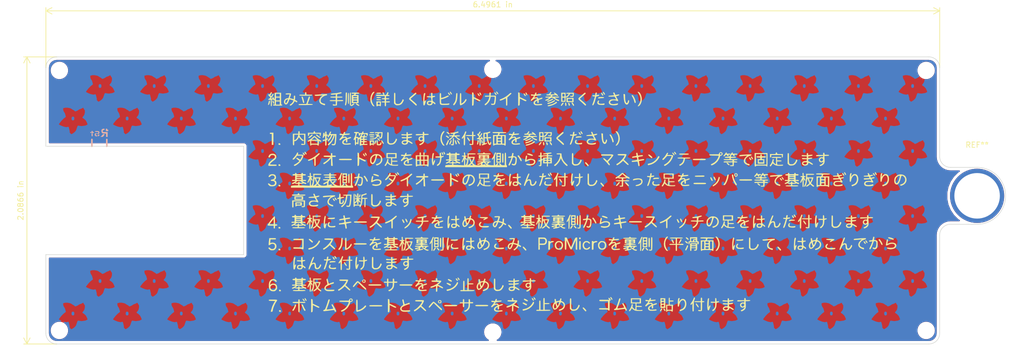
<source format=kicad_pcb>
(kicad_pcb (version 20171130) (host pcbnew "(5.1.5)-3")
  (layers (0 F.Cu signal) (31 B.Cu signal) (34 B.Paste user) (35 F.Paste user) (36 B.SilkS user) (37 F.SilkS user) (38 B.Mask user) (39 F.Mask user) (44 Edge.Cuts user))
  (net 0 "")
  (module kbd:MountingHole_8.4mm (layer F.Cu) (at 202.40625 57.15)
    (fp_text reference REF** (at 0 -9.4) (layer F.SilkS))
    (fp_text value MountingHole_8.4mm)
    (pad 1 thru_hole circle (at 0 0) (size 10 10) (drill 8.4) (layers *.Cu *.Mask))
  )
  (module logos:BuildS3 (layer F.Cu) (at 125.25 63)
    (fp_text reference G*** hide)
    (fp_text value LOGO hide)
  )
  (module logos:rst (layer B.Cu) (at 40.39 45.5 180)
    (fp_text reference G*** hide)
    (fp_text value LOGO hide)
  )
  (module kbd:HOLE_m2 (layer F.Cu) (at 193 34)
    (fp_text reference J6)
    (fp_text value Conn_01x01)
    (pad "" np_thru_hole circle (at 0 0) (size 2.2 2.2) (drill 2.2) (layers *.Cu *.Mask))
  )
  (module kbd:HOLE_m2 (layer F.Cu) (at 33 34)
    (fp_text reference J5)
    (fp_text value Conn_01x01)
    (pad "" np_thru_hole circle (at 0 0) (size 2.2 2.2) (drill 2.2) (layers *.Cu *.Mask))
  )
  (module kbd:HOLE_m2 (layer F.Cu) (at 113 33.8)
    (fp_text reference J4)
    (fp_text value Conn_01x01)
    (pad "" np_thru_hole circle (at 0 0) (size 2.2 2.2) (drill 2.2) (layers *.Cu *.Mask))
  )
  (module kbd:HOLE_m2 (layer F.Cu) (at 113 82.3)
    (fp_text reference J3)
    (fp_text value Conn_01x01)
    (pad "" np_thru_hole circle (at 0 0) (size 2.2 2.2) (drill 2.2) (layers *.Cu *.Mask))
  )
  (module kbd:HOLE_m2 (layer F.Cu) (at 33 82)
    (fp_text reference J2)
    (fp_text value Conn_01x01)
    (pad "" np_thru_hole circle (at 0 0) (size 2.2 2.2) (drill 2.2) (layers *.Cu *.Mask))
  )
  (module kbd:HOLE_m2 (layer F.Cu) (at 193 82)
    (fp_text reference J1)
    (fp_text value Conn_01x01)
    (pad "" np_thru_hole circle (at 0 0) (size 2.2 2.2) (drill 2.2) (layers *.Cu *.Mask))
  )
  (gr_arc (start 197.5 49.9) (end 195.5 49.9) (angle -90) (layer Edge.Cuts) (width 0.1))
  (gr_arc (start 197.5 64.4) (end 197.5 62.4) (angle -90) (layer Edge.Cuts) (width 0.1))
  (gr_line (start 195.5 49.9) (end 195.5 33.5) (layer Edge.Cuts) (width 0.1))
  (gr_line (start 202.40625 51.9) (end 197.5 51.9) (layer Edge.Cuts) (width 0.1))
  (gr_line (start 195.5 64.4) (end 195.5 82.5) (layer Edge.Cuts) (width 0.1))
  (gr_line (start 202.40625 62.4) (end 197.5 62.4) (layer Edge.Cuts) (width 0.1))
  (gr_arc (start 202.40625 57.15) (end 202.40625 62.4) (angle -180) (layer Edge.Cuts) (width 0.1))
  (dimension 53 (width 0.15) (layer F.SilkS) (gr_text "53.000 mm" (at 25.7 58 90) (layer F.SilkS) (effects (font (size 1 1) (thickness 0.15)))) (feature1 (pts (xy 32.5 31.5) (xy 26.413579 31.5))) (feature2 (pts (xy 32.5 84.5) (xy 26.413579 84.5))) (crossbar (pts (xy 27 84.5) (xy 27 31.5))) (arrow1a (pts (xy 27 31.5) (xy 27.586421 32.626504))) (arrow1b (pts (xy 27 31.5) (xy 26.413579 32.626504))) (arrow2a (pts (xy 27 84.5) (xy 27.586421 83.373496))) (arrow2b (pts (xy 27 84.5) (xy 26.413579 83.373496))))
  (dimension 165 (width 0.15) (layer F.SilkS) (gr_text "165.000 mm" (at 113 21.7) (layer F.SilkS) (effects (font (size 1 1) (thickness 0.15)))) (feature1 (pts (xy 30.5 33.5) (xy 30.5 22.413579))) (feature2 (pts (xy 195.5 33.5) (xy 195.5 22.413579))) (crossbar (pts (xy 195.5 23) (xy 30.5 23))) (arrow1a (pts (xy 30.5 23) (xy 31.626504 22.413579))) (arrow1b (pts (xy 30.5 23) (xy 31.626504 23.586421))) (arrow2a (pts (xy 195.5 23) (xy 194.373496 22.413579))) (arrow2b (pts (xy 195.5 23) (xy 194.373496 23.586421))))
  (gr_line (start 41.75 48) (end 41.75 46.75) (layer B.SilkS) (width 0.3))
  (gr_line (start 39 48) (end 39 46.75) (layer B.SilkS) (width 0.3))
  (gr_line (start 30.5 33.5) (end 30.5 48) (layer Edge.Cuts) (width 0.1))
  (gr_line (start 67 68) (end 30.5 68) (layer Edge.Cuts) (width 0.1))
  (gr_line (start 67 48) (end 67 68) (layer Edge.Cuts) (width 0.1))
  (gr_line (start 30.5 48) (end 67 48) (layer Edge.Cuts) (width 0.1))
  (gr_arc (start 32.5 82.5) (end 30.5 82.5) (angle -90) (layer Edge.Cuts) (width 0.1))
  (gr_arc (start 32.5 33.5) (end 32.5 31.5) (angle -90) (layer Edge.Cuts) (width 0.1))
  (gr_arc (start 193.5 33.5) (end 195.5 33.5) (angle -90) (layer Edge.Cuts) (width 0.1))
  (gr_arc (start 193.5 82.5) (end 193.5 84.5) (angle -90) (layer Edge.Cuts) (width 0.1))
  (gr_line (start 193.5 84.5) (end 32.5 84.5) (layer Edge.Cuts) (width 0.1))
  (gr_line (start 30.5 68) (end 30.5 82.5) (layer Edge.Cuts) (width 0.1))
  (gr_line (start 193.5 31.5) (end 32.5 31.5) (layer Edge.Cuts) (width 0.1))
  (segment (start 190.5 36.98) (end 190.5 36.78) (width 0.5) (layer B.Cu) (net 0))
  (segment (start 180.5 36.98) (end 180.5 36.78) (width 0.5) (layer B.Cu) (net 0))
  (segment (start 160.5 36.98) (end 160.5 36.78) (width 0.5) (layer B.Cu) (net 0))
  (segment (start 170.5 36.98) (end 170.5 36.78) (width 0.5) (layer B.Cu) (net 0))
  (segment (start 120.5 36.98) (end 120.5 36.78) (width 0.5) (layer B.Cu) (net 0))
  (segment (start 140.5 36.98) (end 140.5 36.78) (width 0.5) (layer B.Cu) (net 0))
  (segment (start 130.5 36.98) (end 130.5 36.78) (width 0.5) (layer B.Cu) (net 0))
  (segment (start 150.5 36.98) (end 150.5 36.78) (width 0.5) (layer B.Cu) (net 0))
  (segment (start 80.5 36.98) (end 80.5 36.78) (width 0.5) (layer B.Cu) (net 0))
  (segment (start 60.5 36.98) (end 60.5 36.78) (width 0.5) (layer B.Cu) (net 0))
  (segment (start 100.5 36.98) (end 100.5 36.78) (width 0.5) (layer B.Cu) (net 0))
  (segment (start 50.5 36.98) (end 50.5 36.78) (width 0.5) (layer B.Cu) (net 0))
  (segment (start 70.5 36.98) (end 70.5 36.78) (width 0.5) (layer B.Cu) (net 0))
  (segment (start 40.5 36.98) (end 40.5 36.78) (width 0.5) (layer B.Cu) (net 0))
  (segment (start 90.5 36.98) (end 90.5 36.78) (width 0.5) (layer B.Cu) (net 0))
  (segment (start 110.5 36.98) (end 110.5 36.78) (width 0.5) (layer B.Cu) (net 0))
  (segment (start 155.5 42.98) (end 155.5 42.78) (width 0.5) (layer B.Cu) (net 0))
  (segment (start 135.5 42.98) (end 135.5 42.78) (width 0.5) (layer B.Cu) (net 0))
  (segment (start 175.5 42.98) (end 175.5 42.78) (width 0.5) (layer B.Cu) (net 0))
  (segment (start 125.5 42.98) (end 125.5 42.78) (width 0.5) (layer B.Cu) (net 0))
  (segment (start 145.5 42.98) (end 145.5 42.78) (width 0.5) (layer B.Cu) (net 0))
  (segment (start 55.5 42.98) (end 55.5 42.78) (width 0.5) (layer B.Cu) (net 0))
  (segment (start 85.5 42.98) (end 85.5 42.78) (width 0.5) (layer B.Cu) (net 0))
  (segment (start 105.5 42.98) (end 105.5 42.78) (width 0.5) (layer B.Cu) (net 0))
  (segment (start 45.5 42.98) (end 45.5 42.78) (width 0.5) (layer B.Cu) (net 0))
  (segment (start 115.5 42.98) (end 115.5 42.78) (width 0.5) (layer B.Cu) (net 0))
  (segment (start 165.5 42.98) (end 165.5 42.78) (width 0.5) (layer B.Cu) (net 0))
  (segment (start 95.5 42.98) (end 95.5 42.78) (width 0.5) (layer B.Cu) (net 0))
  (segment (start 75.5 42.98) (end 75.5 42.78) (width 0.5) (layer B.Cu) (net 0))
  (segment (start 65.5 42.98) (end 65.5 42.78) (width 0.5) (layer B.Cu) (net 0))
  (segment (start 35.5 42.98) (end 35.5 42.78) (width 0.5) (layer B.Cu) (net 0))
  (segment (start 185.5 42.98) (end 185.5 42.78) (width 0.5) (layer B.Cu) (net 0))
  (segment (start 95.5 54.98) (end 95.5 54.78) (width 0.5) (layer B.Cu) (net 0))
  (segment (start 185.5 54.98) (end 185.5 54.78) (width 0.5) (layer B.Cu) (net 0))
  (segment (start 75.5 54.98) (end 75.5 54.78) (width 0.5) (layer B.Cu) (net 0))
  (segment (start 160.5 48.98) (end 160.5 48.78) (width 0.5) (layer B.Cu) (net 0))
  (segment (start 140.5 48.98) (end 140.5 48.78) (width 0.5) (layer B.Cu) (net 0))
  (segment (start 180.5 48.98) (end 180.5 48.78) (width 0.5) (layer B.Cu) (net 0))
  (segment (start 130.5 48.98) (end 130.5 48.78) (width 0.5) (layer B.Cu) (net 0))
  (segment (start 150.5 48.98) (end 150.5 48.78) (width 0.5) (layer B.Cu) (net 0))
  (segment (start 155.5 54.98) (end 155.5 54.78) (width 0.5) (layer B.Cu) (net 0))
  (segment (start 90.5 48.98) (end 90.5 48.78) (width 0.5) (layer B.Cu) (net 0))
  (segment (start 110.5 48.98) (end 110.5 48.78) (width 0.5) (layer B.Cu) (net 0))
  (segment (start 135.5 54.98) (end 135.5 54.78) (width 0.5) (layer B.Cu) (net 0))
  (segment (start 120.5 48.98) (end 120.5 48.78) (width 0.5) (layer B.Cu) (net 0))
  (segment (start 175.5 54.98) (end 175.5 54.78) (width 0.5) (layer B.Cu) (net 0))
  (segment (start 125.5 54.98) (end 125.5 54.78) (width 0.5) (layer B.Cu) (net 0))
  (segment (start 145.5 54.98) (end 145.5 54.78) (width 0.5) (layer B.Cu) (net 0))
  (segment (start 85.5 54.98) (end 85.5 54.78) (width 0.5) (layer B.Cu) (net 0))
  (segment (start 105.5 54.98) (end 105.5 54.78) (width 0.5) (layer B.Cu) (net 0))
  (segment (start 170.5 48.98) (end 170.5 48.78) (width 0.5) (layer B.Cu) (net 0))
  (segment (start 115.5 54.98) (end 115.5 54.78) (width 0.5) (layer B.Cu) (net 0))
  (segment (start 100.5 48.98) (end 100.5 48.78) (width 0.5) (layer B.Cu) (net 0))
  (segment (start 165.5 54.98) (end 165.5 54.78) (width 0.5) (layer B.Cu) (net 0))
  (segment (start 80.5 48.98) (end 80.5 48.78) (width 0.5) (layer B.Cu) (net 0))
  (segment (start 70.5 48.98) (end 70.5 48.78) (width 0.5) (layer B.Cu) (net 0))
  (segment (start 190.5 48.98) (end 190.5 48.78) (width 0.5) (layer B.Cu) (net 0))
  (segment (start 95.5 66.98) (end 95.5 66.78) (width 0.5) (layer B.Cu) (net 0))
  (segment (start 185.5 66.98) (end 185.5 66.78) (width 0.5) (layer B.Cu) (net 0))
  (segment (start 75.5 66.98) (end 75.5 66.78) (width 0.5) (layer B.Cu) (net 0))
  (segment (start 160.5 60.98) (end 160.5 60.78) (width 0.5) (layer B.Cu) (net 0))
  (segment (start 140.5 60.98) (end 140.5 60.78) (width 0.5) (layer B.Cu) (net 0))
  (segment (start 180.5 60.98) (end 180.5 60.78) (width 0.5) (layer B.Cu) (net 0))
  (segment (start 130.5 60.98) (end 130.5 60.78) (width 0.5) (layer B.Cu) (net 0))
  (segment (start 150.5 60.98) (end 150.5 60.78) (width 0.5) (layer B.Cu) (net 0))
  (segment (start 155.5 66.98) (end 155.5 66.78) (width 0.5) (layer B.Cu) (net 0))
  (segment (start 90.5 60.98) (end 90.5 60.78) (width 0.5) (layer B.Cu) (net 0))
  (segment (start 110.5 60.98) (end 110.5 60.78) (width 0.5) (layer B.Cu) (net 0))
  (segment (start 135.5 66.98) (end 135.5 66.78) (width 0.5) (layer B.Cu) (net 0))
  (segment (start 120.5 60.98) (end 120.5 60.78) (width 0.5) (layer B.Cu) (net 0))
  (segment (start 175.5 66.98) (end 175.5 66.78) (width 0.5) (layer B.Cu) (net 0))
  (segment (start 125.5 66.98) (end 125.5 66.78) (width 0.5) (layer B.Cu) (net 0))
  (segment (start 145.5 66.98) (end 145.5 66.78) (width 0.5) (layer B.Cu) (net 0))
  (segment (start 85.5 66.98) (end 85.5 66.78) (width 0.5) (layer B.Cu) (net 0))
  (segment (start 105.5 66.98) (end 105.5 66.78) (width 0.5) (layer B.Cu) (net 0))
  (segment (start 170.5 60.98) (end 170.5 60.78) (width 0.5) (layer B.Cu) (net 0))
  (segment (start 115.5 66.98) (end 115.5 66.78) (width 0.5) (layer B.Cu) (net 0))
  (segment (start 100.5 60.98) (end 100.5 60.78) (width 0.5) (layer B.Cu) (net 0))
  (segment (start 165.5 66.98) (end 165.5 66.78) (width 0.5) (layer B.Cu) (net 0))
  (segment (start 80.5 60.98) (end 80.5 60.78) (width 0.5) (layer B.Cu) (net 0))
  (segment (start 70.5 60.98) (end 70.5 60.78) (width 0.5) (layer B.Cu) (net 0))
  (segment (start 190.5 60.98) (end 190.5 60.78) (width 0.5) (layer B.Cu) (net 0))
  (segment (start 60.5 72.98) (end 60.5 72.78) (width 0.5) (layer B.Cu) (net 0))
  (segment (start 185.5 78.98) (end 185.5 78.78) (width 0.5) (layer B.Cu) (net 0))
  (segment (start 160.5 72.98) (end 160.5 72.78) (width 0.5) (layer B.Cu) (net 0))
  (segment (start 170.5 72.98) (end 170.5 72.78) (width 0.5) (layer B.Cu) (net 0))
  (segment (start 55.5 78.98) (end 55.5 78.78) (width 0.5) (layer B.Cu) (net 0))
  (segment (start 190.5 72.98) (end 190.5 72.78) (width 0.5) (layer B.Cu) (net 0))
  (segment (start 130.5 72.98) (end 130.5 72.78) (width 0.5) (layer B.Cu) (net 0))
  (segment (start 70.5 72.98) (end 70.5 72.78) (width 0.5) (layer B.Cu) (net 0))
  (segment (start 85.5 78.98) (end 85.5 78.78) (width 0.5) (layer B.Cu) (net 0))
  (segment (start 115.5 78.98) (end 115.5 78.78) (width 0.5) (layer B.Cu) (net 0))
  (segment (start 165.5 78.98) (end 165.5 78.78) (width 0.5) (layer B.Cu) (net 0))
  (segment (start 75.5 78.98) (end 75.5 78.78) (width 0.5) (layer B.Cu) (net 0))
  (segment (start 135.5 78.98) (end 135.5 78.78) (width 0.5) (layer B.Cu) (net 0))
  (segment (start 105.5 78.98) (end 105.5 78.78) (width 0.5) (layer B.Cu) (net 0))
  (segment (start 120.5 72.98) (end 120.5 72.78) (width 0.5) (layer B.Cu) (net 0))
  (segment (start 100.5 72.98) (end 100.5 72.78) (width 0.5) (layer B.Cu) (net 0))
  (segment (start 35.5 78.98) (end 35.5 78.78) (width 0.5) (layer B.Cu) (net 0))
  (segment (start 80.5 72.98) (end 80.5 72.78) (width 0.5) (layer B.Cu) (net 0))
  (segment (start 50.5 72.98) (end 50.5 72.78) (width 0.5) (layer B.Cu) (net 0))
  (segment (start 45.5 78.98) (end 45.5 78.78) (width 0.5) (layer B.Cu) (net 0))
  (segment (start 125.5 78.98) (end 125.5 78.78) (width 0.5) (layer B.Cu) (net 0))
  (segment (start 155.5 78.98) (end 155.5 78.78) (width 0.5) (layer B.Cu) (net 0))
  (segment (start 90.5 72.98) (end 90.5 72.78) (width 0.5) (layer B.Cu) (net 0))
  (segment (start 65.5 78.98) (end 65.5 78.78) (width 0.5) (layer B.Cu) (net 0))
  (segment (start 95.5 78.98) (end 95.5 78.78) (width 0.5) (layer B.Cu) (net 0))
  (segment (start 140.5 72.98) (end 140.5 72.78) (width 0.5) (layer B.Cu) (net 0))
  (segment (start 180.5 72.98) (end 180.5 72.78) (width 0.5) (layer B.Cu) (net 0))
  (segment (start 175.5 78.98) (end 175.5 78.78) (width 0.5) (layer B.Cu) (net 0))
  (segment (start 40.5 72.98) (end 40.5 72.78) (width 0.5) (layer B.Cu) (net 0))
  (segment (start 145.5 78.98) (end 145.5 78.78) (width 0.5) (layer B.Cu) (net 0))
  (segment (start 150.5 72.98) (end 150.5 72.78) (width 0.5) (layer B.Cu) (net 0))
  (segment (start 110.5 72.98) (end 110.5 72.78) (width 0.5) (layer B.Cu) (net 0))
  (zone (net 0) (net_name "") (layer F.Cu) (connect_pads (clearance 0.508)) (min_thickness 0.254) (fill yes (arc_segments 32) (thermal_gap 0.508) (thermal_bridge_width 0.508))
    (polygon (pts (xy 210 86) (xy 30 86) (xy 30 30) (xy 210 30)))
  )
  (zone (net 0) (net_name "") (layer B.Cu) (connect_pads (clearance 0.508)) (min_thickness 0.254) (fill yes (arc_segments 32) (thermal_gap 0.508) (thermal_bridge_width 0.508))
    (polygon (pts (xy 210 86) (xy 30 86) (xy 30 30) (xy 210 30)))
  )
  (zone (net 0) (net_name "") (layer B.Cu) (connect_pads (clearance 0.508)) (min_thickness 0.254)
    (keepout (tracks allowed) (vias allowed) (copperpour not_allowed))
    (fill (arc_segments 32) (thermal_gap 0.508) (thermal_bridge_width 0.508))
    (polygon (pts (xy 190 34.98) (xy 190.2 35.08) (xy 190.5 35.28) (xy 190.7 35.38) (xy 190.8 35.48) (xy 190.9 35.58) (xy 191.2 35.48) (xy 191.4 35.38) (xy 191.7 35.18) (xy 192 35.08) (xy 192.2 34.98) (xy 192.4 34.88) (xy 192.5 35.08) (xy 192.7 35.38) (xy 192.7 35.78) (xy 192.6 36.18) (xy 192.4 36.48) (xy 192.2 36.68) (xy 192.3 36.78) (xy 192.6 36.98) (xy 192.9 37.28) (xy 193.1 37.68) (xy 193.2 37.98) (xy 192.8 38.18) (xy 192.1 38.28) (xy 191.4 38.18) (xy 191.3 38.38) (xy 191.1 38.98) (xy 191 39.18) (xy 190.7 39.48) (xy 190.4 39.68) (xy 190.2 39.78) (xy 189.9 39.48) (xy 189.9 39.18) (xy 189.8 38.78) (xy 189.7 38.38) (xy 189.3 38.48) (xy 188.8 38.38) (xy 188.3 38.18) (xy 187.9 37.98) (xy 188 37.78) (xy 188.4 37.28) (xy 188.8 36.88) (xy 189.2 36.58) (xy 189.1 36.18) (xy 189 35.88) (xy 188.8 35.58) (xy 188.7 35.28) (xy 188.7 34.98) (xy 189.1 34.88) (xy 189.5 34.88)))
  )
  (zone (net 0) (net_name "") (layer B.Cu) (connect_pads (clearance 0.508)) (min_thickness 0.254)
    (keepout (tracks allowed) (vias allowed) (copperpour not_allowed))
    (fill (arc_segments 32) (thermal_gap 0.508) (thermal_bridge_width 0.508))
    (polygon (pts (xy 180 34.98) (xy 180.2 35.08) (xy 180.5 35.28) (xy 180.7 35.38) (xy 180.8 35.48) (xy 180.9 35.58) (xy 181.2 35.48) (xy 181.4 35.38) (xy 181.7 35.18) (xy 182 35.08) (xy 182.2 34.98) (xy 182.4 34.88) (xy 182.5 35.08) (xy 182.7 35.38) (xy 182.7 35.78) (xy 182.6 36.18) (xy 182.4 36.48) (xy 182.2 36.68) (xy 182.3 36.78) (xy 182.6 36.98) (xy 182.9 37.28) (xy 183.1 37.68) (xy 183.2 37.98) (xy 182.8 38.18) (xy 182.1 38.28) (xy 181.4 38.18) (xy 181.3 38.38) (xy 181.1 38.98) (xy 181 39.18) (xy 180.7 39.48) (xy 180.4 39.68) (xy 180.2 39.78) (xy 179.9 39.48) (xy 179.9 39.18) (xy 179.8 38.78) (xy 179.7 38.38) (xy 179.3 38.48) (xy 178.8 38.38) (xy 178.3 38.18) (xy 177.9 37.98) (xy 178 37.78) (xy 178.4 37.28) (xy 178.8 36.88) (xy 179.2 36.58) (xy 179.1 36.18) (xy 179 35.88) (xy 178.8 35.58) (xy 178.7 35.28) (xy 178.7 34.98) (xy 179.1 34.88) (xy 179.5 34.88)))
  )
  (zone (net 0) (net_name "") (layer B.Cu) (connect_pads (clearance 0.508)) (min_thickness 0.254)
    (keepout (tracks allowed) (vias allowed) (copperpour not_allowed))
    (fill (arc_segments 32) (thermal_gap 0.508) (thermal_bridge_width 0.508))
    (polygon (pts (xy 170 34.98) (xy 170.2 35.08) (xy 170.5 35.28) (xy 170.7 35.38) (xy 170.8 35.48) (xy 170.9 35.58) (xy 171.2 35.48) (xy 171.4 35.38) (xy 171.7 35.18) (xy 172 35.08) (xy 172.2 34.98) (xy 172.4 34.88) (xy 172.5 35.08) (xy 172.7 35.38) (xy 172.7 35.78) (xy 172.6 36.18) (xy 172.4 36.48) (xy 172.2 36.68) (xy 172.3 36.78) (xy 172.6 36.98) (xy 172.9 37.28) (xy 173.1 37.68) (xy 173.2 37.98) (xy 172.8 38.18) (xy 172.1 38.28) (xy 171.4 38.18) (xy 171.3 38.38) (xy 171.1 38.98) (xy 171 39.18) (xy 170.7 39.48) (xy 170.4 39.68) (xy 170.2 39.78) (xy 169.9 39.48) (xy 169.9 39.18) (xy 169.8 38.78) (xy 169.7 38.38) (xy 169.3 38.48) (xy 168.8 38.38) (xy 168.3 38.18) (xy 167.9 37.98) (xy 168 37.78) (xy 168.4 37.28) (xy 168.8 36.88) (xy 169.2 36.58) (xy 169.1 36.18) (xy 169 35.88) (xy 168.8 35.58) (xy 168.7 35.28) (xy 168.7 34.98) (xy 169.1 34.88) (xy 169.5 34.88)))
  )
  (zone (net 0) (net_name "") (layer B.Cu) (connect_pads (clearance 0.508)) (min_thickness 0.254)
    (keepout (tracks allowed) (vias allowed) (copperpour not_allowed))
    (fill (arc_segments 32) (thermal_gap 0.508) (thermal_bridge_width 0.508))
    (polygon (pts (xy 160 34.98) (xy 160.2 35.08) (xy 160.5 35.28) (xy 160.7 35.38) (xy 160.8 35.48) (xy 160.9 35.58) (xy 161.2 35.48) (xy 161.4 35.38) (xy 161.7 35.18) (xy 162 35.08) (xy 162.2 34.98) (xy 162.4 34.88) (xy 162.5 35.08) (xy 162.7 35.38) (xy 162.7 35.78) (xy 162.6 36.18) (xy 162.4 36.48) (xy 162.2 36.68) (xy 162.3 36.78) (xy 162.6 36.98) (xy 162.9 37.28) (xy 163.1 37.68) (xy 163.2 37.98) (xy 162.8 38.18) (xy 162.1 38.28) (xy 161.4 38.18) (xy 161.3 38.38) (xy 161.1 38.98) (xy 161 39.18) (xy 160.7 39.48) (xy 160.4 39.68) (xy 160.2 39.78) (xy 159.9 39.48) (xy 159.9 39.18) (xy 159.8 38.78) (xy 159.7 38.38) (xy 159.3 38.48) (xy 158.8 38.38) (xy 158.3 38.18) (xy 157.9 37.98) (xy 158 37.78) (xy 158.4 37.28) (xy 158.8 36.88) (xy 159.2 36.58) (xy 159.1 36.18) (xy 159 35.88) (xy 158.8 35.58) (xy 158.7 35.28) (xy 158.7 34.98) (xy 159.1 34.88) (xy 159.5 34.88)))
  )
  (zone (net 0) (net_name "") (layer B.Cu) (connect_pads (clearance 0.508)) (min_thickness 0.254)
    (keepout (tracks allowed) (vias allowed) (copperpour not_allowed))
    (fill (arc_segments 32) (thermal_gap 0.508) (thermal_bridge_width 0.508))
    (polygon (pts (xy 150 34.98) (xy 150.2 35.08) (xy 150.5 35.28) (xy 150.7 35.38) (xy 150.8 35.48) (xy 150.9 35.58) (xy 151.2 35.48) (xy 151.4 35.38) (xy 151.7 35.18) (xy 152 35.08) (xy 152.2 34.98) (xy 152.4 34.88) (xy 152.5 35.08) (xy 152.7 35.38) (xy 152.7 35.78) (xy 152.6 36.18) (xy 152.4 36.48) (xy 152.2 36.68) (xy 152.3 36.78) (xy 152.6 36.98) (xy 152.9 37.28) (xy 153.1 37.68) (xy 153.2 37.98) (xy 152.8 38.18) (xy 152.1 38.28) (xy 151.4 38.18) (xy 151.3 38.38) (xy 151.1 38.98) (xy 151 39.18) (xy 150.7 39.48) (xy 150.4 39.68) (xy 150.2 39.78) (xy 149.9 39.48) (xy 149.9 39.18) (xy 149.8 38.78) (xy 149.7 38.38) (xy 149.3 38.48) (xy 148.8 38.38) (xy 148.3 38.18) (xy 147.9 37.98) (xy 148 37.78) (xy 148.4 37.28) (xy 148.8 36.88) (xy 149.2 36.58) (xy 149.1 36.18) (xy 149 35.88) (xy 148.8 35.58) (xy 148.7 35.28) (xy 148.7 34.98) (xy 149.1 34.88) (xy 149.5 34.88)))
  )
  (zone (net 0) (net_name "") (layer B.Cu) (connect_pads (clearance 0.508)) (min_thickness 0.254)
    (keepout (tracks allowed) (vias allowed) (copperpour not_allowed))
    (fill (arc_segments 32) (thermal_gap 0.508) (thermal_bridge_width 0.508))
    (polygon (pts (xy 130 34.98) (xy 130.2 35.08) (xy 130.5 35.28) (xy 130.7 35.38) (xy 130.8 35.48) (xy 130.9 35.58) (xy 131.2 35.48) (xy 131.4 35.38) (xy 131.7 35.18) (xy 132 35.08) (xy 132.2 34.98) (xy 132.4 34.88) (xy 132.5 35.08) (xy 132.7 35.38) (xy 132.7 35.78) (xy 132.6 36.18) (xy 132.4 36.48) (xy 132.2 36.68) (xy 132.3 36.78) (xy 132.6 36.98) (xy 132.9 37.28) (xy 133.1 37.68) (xy 133.2 37.98) (xy 132.8 38.18) (xy 132.1 38.28) (xy 131.4 38.18) (xy 131.3 38.38) (xy 131.1 38.98) (xy 131 39.18) (xy 130.7 39.48) (xy 130.4 39.68) (xy 130.2 39.78) (xy 129.9 39.48) (xy 129.9 39.18) (xy 129.8 38.78) (xy 129.7 38.38) (xy 129.3 38.48) (xy 128.8 38.38) (xy 128.3 38.18) (xy 127.9 37.98) (xy 128 37.78) (xy 128.4 37.28) (xy 128.8 36.88) (xy 129.2 36.58) (xy 129.1 36.18) (xy 129 35.88) (xy 128.8 35.58) (xy 128.7 35.28) (xy 128.7 34.98) (xy 129.1 34.88) (xy 129.5 34.88)))
  )
  (zone (net 0) (net_name "") (layer B.Cu) (connect_pads (clearance 0.508)) (min_thickness 0.254)
    (keepout (tracks allowed) (vias allowed) (copperpour not_allowed))
    (fill (arc_segments 32) (thermal_gap 0.508) (thermal_bridge_width 0.508))
    (polygon (pts (xy 140 34.98) (xy 140.2 35.08) (xy 140.5 35.28) (xy 140.7 35.38) (xy 140.8 35.48) (xy 140.9 35.58) (xy 141.2 35.48) (xy 141.4 35.38) (xy 141.7 35.18) (xy 142 35.08) (xy 142.2 34.98) (xy 142.4 34.88) (xy 142.5 35.08) (xy 142.7 35.38) (xy 142.7 35.78) (xy 142.6 36.18) (xy 142.4 36.48) (xy 142.2 36.68) (xy 142.3 36.78) (xy 142.6 36.98) (xy 142.9 37.28) (xy 143.1 37.68) (xy 143.2 37.98) (xy 142.8 38.18) (xy 142.1 38.28) (xy 141.4 38.18) (xy 141.3 38.38) (xy 141.1 38.98) (xy 141 39.18) (xy 140.7 39.48) (xy 140.4 39.68) (xy 140.2 39.78) (xy 139.9 39.48) (xy 139.9 39.18) (xy 139.8 38.78) (xy 139.7 38.38) (xy 139.3 38.48) (xy 138.8 38.38) (xy 138.3 38.18) (xy 137.9 37.98) (xy 138 37.78) (xy 138.4 37.28) (xy 138.8 36.88) (xy 139.2 36.58) (xy 139.1 36.18) (xy 139 35.88) (xy 138.8 35.58) (xy 138.7 35.28) (xy 138.7 34.98) (xy 139.1 34.88) (xy 139.5 34.88)))
  )
  (zone (net 0) (net_name "") (layer B.Cu) (connect_pads (clearance 0.508)) (min_thickness 0.254)
    (keepout (tracks allowed) (vias allowed) (copperpour not_allowed))
    (fill (arc_segments 32) (thermal_gap 0.508) (thermal_bridge_width 0.508))
    (polygon (pts (xy 120 34.98) (xy 120.2 35.08) (xy 120.5 35.28) (xy 120.7 35.38) (xy 120.8 35.48) (xy 120.9 35.58) (xy 121.2 35.48) (xy 121.4 35.38) (xy 121.7 35.18) (xy 122 35.08) (xy 122.2 34.98) (xy 122.4 34.88) (xy 122.5 35.08) (xy 122.7 35.38) (xy 122.7 35.78) (xy 122.6 36.18) (xy 122.4 36.48) (xy 122.2 36.68) (xy 122.3 36.78) (xy 122.6 36.98) (xy 122.9 37.28) (xy 123.1 37.68) (xy 123.2 37.98) (xy 122.8 38.18) (xy 122.1 38.28) (xy 121.4 38.18) (xy 121.3 38.38) (xy 121.1 38.98) (xy 121 39.18) (xy 120.7 39.48) (xy 120.4 39.68) (xy 120.2 39.78) (xy 119.9 39.48) (xy 119.9 39.18) (xy 119.8 38.78) (xy 119.7 38.38) (xy 119.3 38.48) (xy 118.8 38.38) (xy 118.3 38.18) (xy 117.9 37.98) (xy 118 37.78) (xy 118.4 37.28) (xy 118.8 36.88) (xy 119.2 36.58) (xy 119.1 36.18) (xy 119 35.88) (xy 118.8 35.58) (xy 118.7 35.28) (xy 118.7 34.98) (xy 119.1 34.88) (xy 119.5 34.88)))
  )
  (zone (net 0) (net_name "") (layer B.Cu) (connect_pads (clearance 0.508)) (min_thickness 0.254)
    (keepout (tracks allowed) (vias allowed) (copperpour not_allowed))
    (fill (arc_segments 32) (thermal_gap 0.508) (thermal_bridge_width 0.508))
    (polygon (pts (xy 110 34.98) (xy 110.2 35.08) (xy 110.5 35.28) (xy 110.7 35.38) (xy 110.8 35.48) (xy 110.9 35.58) (xy 111.2 35.48) (xy 111.4 35.38) (xy 111.7 35.18) (xy 112 35.08) (xy 112.2 34.98) (xy 112.4 34.88) (xy 112.5 35.08) (xy 112.7 35.38) (xy 112.7 35.78) (xy 112.6 36.18) (xy 112.4 36.48) (xy 112.2 36.68) (xy 112.3 36.78) (xy 112.6 36.98) (xy 112.9 37.28) (xy 113.1 37.68) (xy 113.2 37.98) (xy 112.8 38.18) (xy 112.1 38.28) (xy 111.4 38.18) (xy 111.3 38.38) (xy 111.1 38.98) (xy 111 39.18) (xy 110.7 39.48) (xy 110.4 39.68) (xy 110.2 39.78) (xy 109.9 39.48) (xy 109.9 39.18) (xy 109.8 38.78) (xy 109.7 38.38) (xy 109.3 38.48) (xy 108.8 38.38) (xy 108.3 38.18) (xy 107.9 37.98) (xy 108 37.78) (xy 108.4 37.28) (xy 108.8 36.88) (xy 109.2 36.58) (xy 109.1 36.18) (xy 109 35.88) (xy 108.8 35.58) (xy 108.7 35.28) (xy 108.7 34.98) (xy 109.1 34.88) (xy 109.5 34.88)))
  )
  (zone (net 0) (net_name "") (layer B.Cu) (connect_pads (clearance 0.508)) (min_thickness 0.254)
    (keepout (tracks allowed) (vias allowed) (copperpour not_allowed))
    (fill (arc_segments 32) (thermal_gap 0.508) (thermal_bridge_width 0.508))
    (polygon (pts (xy 40 34.98) (xy 40.2 35.08) (xy 40.5 35.28) (xy 40.7 35.38) (xy 40.8 35.48) (xy 40.9 35.58) (xy 41.2 35.48) (xy 41.4 35.38) (xy 41.7 35.18) (xy 42 35.08) (xy 42.2 34.98) (xy 42.4 34.88) (xy 42.5 35.08) (xy 42.7 35.38) (xy 42.7 35.78) (xy 42.6 36.18) (xy 42.4 36.48) (xy 42.2 36.68) (xy 42.3 36.78) (xy 42.6 36.98) (xy 42.9 37.28) (xy 43.1 37.68) (xy 43.2 37.98) (xy 42.8 38.18) (xy 42.1 38.28) (xy 41.4 38.18) (xy 41.3 38.38) (xy 41.1 38.98) (xy 41 39.18) (xy 40.7 39.48) (xy 40.4 39.68) (xy 40.2 39.78) (xy 39.9 39.48) (xy 39.9 39.18) (xy 39.8 38.78) (xy 39.7 38.38) (xy 39.3 38.48) (xy 38.8 38.38) (xy 38.3 38.18) (xy 37.9 37.98) (xy 38 37.78) (xy 38.4 37.28) (xy 38.8 36.88) (xy 39.2 36.58) (xy 39.1 36.18) (xy 39 35.88) (xy 38.8 35.58) (xy 38.7 35.28) (xy 38.7 34.98) (xy 39.1 34.88) (xy 39.5 34.88)))
  )
  (zone (net 0) (net_name "") (layer B.Cu) (connect_pads (clearance 0.508)) (min_thickness 0.254)
    (keepout (tracks allowed) (vias allowed) (copperpour not_allowed))
    (fill (arc_segments 32) (thermal_gap 0.508) (thermal_bridge_width 0.508))
    (polygon (pts (xy 60 34.98) (xy 60.2 35.08) (xy 60.5 35.28) (xy 60.7 35.38) (xy 60.8 35.48) (xy 60.9 35.58) (xy 61.2 35.48) (xy 61.4 35.38) (xy 61.7 35.18) (xy 62 35.08) (xy 62.2 34.98) (xy 62.4 34.88) (xy 62.5 35.08) (xy 62.7 35.38) (xy 62.7 35.78) (xy 62.6 36.18) (xy 62.4 36.48) (xy 62.2 36.68) (xy 62.3 36.78) (xy 62.6 36.98) (xy 62.9 37.28) (xy 63.1 37.68) (xy 63.2 37.98) (xy 62.8 38.18) (xy 62.1 38.28) (xy 61.4 38.18) (xy 61.3 38.38) (xy 61.1 38.98) (xy 61 39.18) (xy 60.7 39.48) (xy 60.4 39.68) (xy 60.2 39.78) (xy 59.9 39.48) (xy 59.9 39.18) (xy 59.8 38.78) (xy 59.7 38.38) (xy 59.3 38.48) (xy 58.8 38.38) (xy 58.3 38.18) (xy 57.9 37.98) (xy 58 37.78) (xy 58.4 37.28) (xy 58.8 36.88) (xy 59.2 36.58) (xy 59.1 36.18) (xy 59 35.88) (xy 58.8 35.58) (xy 58.7 35.28) (xy 58.7 34.98) (xy 59.1 34.88) (xy 59.5 34.88)))
  )
  (zone (net 0) (net_name "") (layer B.Cu) (connect_pads (clearance 0.508)) (min_thickness 0.254)
    (keepout (tracks allowed) (vias allowed) (copperpour not_allowed))
    (fill (arc_segments 32) (thermal_gap 0.508) (thermal_bridge_width 0.508))
    (polygon (pts (xy 90 34.98) (xy 90.2 35.08) (xy 90.5 35.28) (xy 90.7 35.38) (xy 90.8 35.48) (xy 90.9 35.58) (xy 91.2 35.48) (xy 91.4 35.38) (xy 91.7 35.18) (xy 92 35.08) (xy 92.2 34.98) (xy 92.4 34.88) (xy 92.5 35.08) (xy 92.7 35.38) (xy 92.7 35.78) (xy 92.6 36.18) (xy 92.4 36.48) (xy 92.2 36.68) (xy 92.3 36.78) (xy 92.6 36.98) (xy 92.9 37.28) (xy 93.1 37.68) (xy 93.2 37.98) (xy 92.8 38.18) (xy 92.1 38.28) (xy 91.4 38.18) (xy 91.3 38.38) (xy 91.1 38.98) (xy 91 39.18) (xy 90.7 39.48) (xy 90.4 39.68) (xy 90.2 39.78) (xy 89.9 39.48) (xy 89.9 39.18) (xy 89.8 38.78) (xy 89.7 38.38) (xy 89.3 38.48) (xy 88.8 38.38) (xy 88.3 38.18) (xy 87.9 37.98) (xy 88 37.78) (xy 88.4 37.28) (xy 88.8 36.88) (xy 89.2 36.58) (xy 89.1 36.18) (xy 89 35.88) (xy 88.8 35.58) (xy 88.7 35.28) (xy 88.7 34.98) (xy 89.1 34.88) (xy 89.5 34.88)))
  )
  (zone (net 0) (net_name "") (layer B.Cu) (connect_pads (clearance 0.508)) (min_thickness 0.254)
    (keepout (tracks allowed) (vias allowed) (copperpour not_allowed))
    (fill (arc_segments 32) (thermal_gap 0.508) (thermal_bridge_width 0.508))
    (polygon (pts (xy 50 34.98) (xy 50.2 35.08) (xy 50.5 35.28) (xy 50.7 35.38) (xy 50.8 35.48) (xy 50.9 35.58) (xy 51.2 35.48) (xy 51.4 35.38) (xy 51.7 35.18) (xy 52 35.08) (xy 52.2 34.98) (xy 52.4 34.88) (xy 52.5 35.08) (xy 52.7 35.38) (xy 52.7 35.78) (xy 52.6 36.18) (xy 52.4 36.48) (xy 52.2 36.68) (xy 52.3 36.78) (xy 52.6 36.98) (xy 52.9 37.28) (xy 53.1 37.68) (xy 53.2 37.98) (xy 52.8 38.18) (xy 52.1 38.28) (xy 51.4 38.18) (xy 51.3 38.38) (xy 51.1 38.98) (xy 51 39.18) (xy 50.7 39.48) (xy 50.4 39.68) (xy 50.2 39.78) (xy 49.9 39.48) (xy 49.9 39.18) (xy 49.8 38.78) (xy 49.7 38.38) (xy 49.3 38.48) (xy 48.8 38.38) (xy 48.3 38.18) (xy 47.9 37.98) (xy 48 37.78) (xy 48.4 37.28) (xy 48.8 36.88) (xy 49.2 36.58) (xy 49.1 36.18) (xy 49 35.88) (xy 48.8 35.58) (xy 48.7 35.28) (xy 48.7 34.98) (xy 49.1 34.88) (xy 49.5 34.88)))
  )
  (zone (net 0) (net_name "") (layer B.Cu) (connect_pads (clearance 0.508)) (min_thickness 0.254)
    (keepout (tracks allowed) (vias allowed) (copperpour not_allowed))
    (fill (arc_segments 32) (thermal_gap 0.508) (thermal_bridge_width 0.508))
    (polygon (pts (xy 70 34.98) (xy 70.2 35.08) (xy 70.5 35.28) (xy 70.7 35.38) (xy 70.8 35.48) (xy 70.9 35.58) (xy 71.2 35.48) (xy 71.4 35.38) (xy 71.7 35.18) (xy 72 35.08) (xy 72.2 34.98) (xy 72.4 34.88) (xy 72.5 35.08) (xy 72.7 35.38) (xy 72.7 35.78) (xy 72.6 36.18) (xy 72.4 36.48) (xy 72.2 36.68) (xy 72.3 36.78) (xy 72.6 36.98) (xy 72.9 37.28) (xy 73.1 37.68) (xy 73.2 37.98) (xy 72.8 38.18) (xy 72.1 38.28) (xy 71.4 38.18) (xy 71.3 38.38) (xy 71.1 38.98) (xy 71 39.18) (xy 70.7 39.48) (xy 70.4 39.68) (xy 70.2 39.78) (xy 69.9 39.48) (xy 69.9 39.18) (xy 69.8 38.78) (xy 69.7 38.38) (xy 69.3 38.48) (xy 68.8 38.38) (xy 68.3 38.18) (xy 67.9 37.98) (xy 68 37.78) (xy 68.4 37.28) (xy 68.8 36.88) (xy 69.2 36.58) (xy 69.1 36.18) (xy 69 35.88) (xy 68.8 35.58) (xy 68.7 35.28) (xy 68.7 34.98) (xy 69.1 34.88) (xy 69.5 34.88)))
  )
  (zone (net 0) (net_name "") (layer B.Cu) (connect_pads (clearance 0.508)) (min_thickness 0.254)
    (keepout (tracks allowed) (vias allowed) (copperpour not_allowed))
    (fill (arc_segments 32) (thermal_gap 0.508) (thermal_bridge_width 0.508))
    (polygon (pts (xy 100 34.98) (xy 100.2 35.08) (xy 100.5 35.28) (xy 100.7 35.38) (xy 100.8 35.48) (xy 100.9 35.58) (xy 101.2 35.48) (xy 101.4 35.38) (xy 101.7 35.18) (xy 102 35.08) (xy 102.2 34.98) (xy 102.4 34.88) (xy 102.5 35.08) (xy 102.7 35.38) (xy 102.7 35.78) (xy 102.6 36.18) (xy 102.4 36.48) (xy 102.2 36.68) (xy 102.3 36.78) (xy 102.6 36.98) (xy 102.9 37.28) (xy 103.1 37.68) (xy 103.2 37.98) (xy 102.8 38.18) (xy 102.1 38.28) (xy 101.4 38.18) (xy 101.3 38.38) (xy 101.1 38.98) (xy 101 39.18) (xy 100.7 39.48) (xy 100.4 39.68) (xy 100.2 39.78) (xy 99.9 39.48) (xy 99.9 39.18) (xy 99.8 38.78) (xy 99.7 38.38) (xy 99.3 38.48) (xy 98.8 38.38) (xy 98.3 38.18) (xy 97.9 37.98) (xy 98 37.78) (xy 98.4 37.28) (xy 98.8 36.88) (xy 99.2 36.58) (xy 99.1 36.18) (xy 99 35.88) (xy 98.8 35.58) (xy 98.7 35.28) (xy 98.7 34.98) (xy 99.1 34.88) (xy 99.5 34.88)))
  )
  (zone (net 0) (net_name "") (layer B.Cu) (connect_pads (clearance 0.508)) (min_thickness 0.254)
    (keepout (tracks allowed) (vias allowed) (copperpour not_allowed))
    (fill (arc_segments 32) (thermal_gap 0.508) (thermal_bridge_width 0.508))
    (polygon (pts (xy 80 34.98) (xy 80.2 35.08) (xy 80.5 35.28) (xy 80.7 35.38) (xy 80.8 35.48) (xy 80.9 35.58) (xy 81.2 35.48) (xy 81.4 35.38) (xy 81.7 35.18) (xy 82 35.08) (xy 82.2 34.98) (xy 82.4 34.88) (xy 82.5 35.08) (xy 82.7 35.38) (xy 82.7 35.78) (xy 82.6 36.18) (xy 82.4 36.48) (xy 82.2 36.68) (xy 82.3 36.78) (xy 82.6 36.98) (xy 82.9 37.28) (xy 83.1 37.68) (xy 83.2 37.98) (xy 82.8 38.18) (xy 82.1 38.28) (xy 81.4 38.18) (xy 81.3 38.38) (xy 81.1 38.98) (xy 81 39.18) (xy 80.7 39.48) (xy 80.4 39.68) (xy 80.2 39.78) (xy 79.9 39.48) (xy 79.9 39.18) (xy 79.8 38.78) (xy 79.7 38.38) (xy 79.3 38.48) (xy 78.8 38.38) (xy 78.3 38.18) (xy 77.9 37.98) (xy 78 37.78) (xy 78.4 37.28) (xy 78.8 36.88) (xy 79.2 36.58) (xy 79.1 36.18) (xy 79 35.88) (xy 78.8 35.58) (xy 78.7 35.28) (xy 78.7 34.98) (xy 79.1 34.88) (xy 79.5 34.88)))
  )
  (zone (net 0) (net_name "") (layer B.Cu) (connect_pads (clearance 0.508)) (min_thickness 0.254)
    (keepout (tracks allowed) (vias allowed) (copperpour not_allowed))
    (fill (arc_segments 32) (thermal_gap 0.508) (thermal_bridge_width 0.508))
    (polygon (pts (xy 55 40.98) (xy 55.2 41.08) (xy 55.5 41.28) (xy 55.7 41.38) (xy 55.8 41.48) (xy 55.9 41.58) (xy 56.2 41.48) (xy 56.4 41.38) (xy 56.7 41.18) (xy 57 41.08) (xy 57.2 40.98) (xy 57.4 40.88) (xy 57.5 41.08) (xy 57.7 41.38) (xy 57.7 41.78) (xy 57.6 42.18) (xy 57.4 42.48) (xy 57.2 42.68) (xy 57.3 42.78) (xy 57.6 42.98) (xy 57.9 43.28) (xy 58.1 43.68) (xy 58.2 43.98) (xy 57.8 44.18) (xy 57.1 44.28) (xy 56.4 44.18) (xy 56.3 44.38) (xy 56.1 44.98) (xy 56 45.18) (xy 55.7 45.48) (xy 55.4 45.68) (xy 55.2 45.78) (xy 54.9 45.48) (xy 54.9 45.18) (xy 54.8 44.78) (xy 54.7 44.38) (xy 54.3 44.48) (xy 53.8 44.38) (xy 53.3 44.18) (xy 52.9 43.98) (xy 53 43.78) (xy 53.4 43.28) (xy 53.8 42.88) (xy 54.2 42.58) (xy 54.1 42.18) (xy 54 41.88) (xy 53.8 41.58) (xy 53.7 41.28) (xy 53.7 40.98) (xy 54.1 40.88) (xy 54.5 40.88)))
  )
  (zone (net 0) (net_name "") (layer B.Cu) (connect_pads (clearance 0.508)) (min_thickness 0.254)
    (keepout (tracks allowed) (vias allowed) (copperpour not_allowed))
    (fill (arc_segments 32) (thermal_gap 0.508) (thermal_bridge_width 0.508))
    (polygon (pts (xy 185 40.98) (xy 185.2 41.08) (xy 185.5 41.28) (xy 185.7 41.38) (xy 185.8 41.48) (xy 185.9 41.58) (xy 186.2 41.48) (xy 186.4 41.38) (xy 186.7 41.18) (xy 187 41.08) (xy 187.2 40.98) (xy 187.4 40.88) (xy 187.5 41.08) (xy 187.7 41.38) (xy 187.7 41.78) (xy 187.6 42.18) (xy 187.4 42.48) (xy 187.2 42.68) (xy 187.3 42.78) (xy 187.6 42.98) (xy 187.9 43.28) (xy 188.1 43.68) (xy 188.2 43.98) (xy 187.8 44.18) (xy 187.1 44.28) (xy 186.4 44.18) (xy 186.3 44.38) (xy 186.1 44.98) (xy 186 45.18) (xy 185.7 45.48) (xy 185.4 45.68) (xy 185.2 45.78) (xy 184.9 45.48) (xy 184.9 45.18) (xy 184.8 44.78) (xy 184.7 44.38) (xy 184.3 44.48) (xy 183.8 44.38) (xy 183.3 44.18) (xy 182.9 43.98) (xy 183 43.78) (xy 183.4 43.28) (xy 183.8 42.88) (xy 184.2 42.58) (xy 184.1 42.18) (xy 184 41.88) (xy 183.8 41.58) (xy 183.7 41.28) (xy 183.7 40.98) (xy 184.1 40.88) (xy 184.5 40.88)))
  )
  (zone (net 0) (net_name "") (layer B.Cu) (connect_pads (clearance 0.508)) (min_thickness 0.254)
    (keepout (tracks allowed) (vias allowed) (copperpour not_allowed))
    (fill (arc_segments 32) (thermal_gap 0.508) (thermal_bridge_width 0.508))
    (polygon (pts (xy 75 40.98) (xy 75.2 41.08) (xy 75.5 41.28) (xy 75.7 41.38) (xy 75.8 41.48) (xy 75.9 41.58) (xy 76.2 41.48) (xy 76.4 41.38) (xy 76.7 41.18) (xy 77 41.08) (xy 77.2 40.98) (xy 77.4 40.88) (xy 77.5 41.08) (xy 77.7 41.38) (xy 77.7 41.78) (xy 77.6 42.18) (xy 77.4 42.48) (xy 77.2 42.68) (xy 77.3 42.78) (xy 77.6 42.98) (xy 77.9 43.28) (xy 78.1 43.68) (xy 78.2 43.98) (xy 77.8 44.18) (xy 77.1 44.28) (xy 76.4 44.18) (xy 76.3 44.38) (xy 76.1 44.98) (xy 76 45.18) (xy 75.7 45.48) (xy 75.4 45.68) (xy 75.2 45.78) (xy 74.9 45.48) (xy 74.9 45.18) (xy 74.8 44.78) (xy 74.7 44.38) (xy 74.3 44.48) (xy 73.8 44.38) (xy 73.3 44.18) (xy 72.9 43.98) (xy 73 43.78) (xy 73.4 43.28) (xy 73.8 42.88) (xy 74.2 42.58) (xy 74.1 42.18) (xy 74 41.88) (xy 73.8 41.58) (xy 73.7 41.28) (xy 73.7 40.98) (xy 74.1 40.88) (xy 74.5 40.88)))
  )
  (zone (net 0) (net_name "") (layer B.Cu) (connect_pads (clearance 0.508)) (min_thickness 0.254)
    (keepout (tracks allowed) (vias allowed) (copperpour not_allowed))
    (fill (arc_segments 32) (thermal_gap 0.508) (thermal_bridge_width 0.508))
    (polygon (pts (xy 105 40.98) (xy 105.2 41.08) (xy 105.5 41.28) (xy 105.7 41.38) (xy 105.8 41.48) (xy 105.9 41.58) (xy 106.2 41.48) (xy 106.4 41.38) (xy 106.7 41.18) (xy 107 41.08) (xy 107.2 40.98) (xy 107.4 40.88) (xy 107.5 41.08) (xy 107.7 41.38) (xy 107.7 41.78) (xy 107.6 42.18) (xy 107.4 42.48) (xy 107.2 42.68) (xy 107.3 42.78) (xy 107.6 42.98) (xy 107.9 43.28) (xy 108.1 43.68) (xy 108.2 43.98) (xy 107.8 44.18) (xy 107.1 44.28) (xy 106.4 44.18) (xy 106.3 44.38) (xy 106.1 44.98) (xy 106 45.18) (xy 105.7 45.48) (xy 105.4 45.68) (xy 105.2 45.78) (xy 104.9 45.48) (xy 104.9 45.18) (xy 104.8 44.78) (xy 104.7 44.38) (xy 104.3 44.48) (xy 103.8 44.38) (xy 103.3 44.18) (xy 102.9 43.98) (xy 103 43.78) (xy 103.4 43.28) (xy 103.8 42.88) (xy 104.2 42.58) (xy 104.1 42.18) (xy 104 41.88) (xy 103.8 41.58) (xy 103.7 41.28) (xy 103.7 40.98) (xy 104.1 40.88) (xy 104.5 40.88)))
  )
  (zone (net 0) (net_name "") (layer B.Cu) (connect_pads (clearance 0.508)) (min_thickness 0.254)
    (keepout (tracks allowed) (vias allowed) (copperpour not_allowed))
    (fill (arc_segments 32) (thermal_gap 0.508) (thermal_bridge_width 0.508))
    (polygon (pts (xy 115 40.98) (xy 115.2 41.08) (xy 115.5 41.28) (xy 115.7 41.38) (xy 115.8 41.48) (xy 115.9 41.58) (xy 116.2 41.48) (xy 116.4 41.38) (xy 116.7 41.18) (xy 117 41.08) (xy 117.2 40.98) (xy 117.4 40.88) (xy 117.5 41.08) (xy 117.7 41.38) (xy 117.7 41.78) (xy 117.6 42.18) (xy 117.4 42.48) (xy 117.2 42.68) (xy 117.3 42.78) (xy 117.6 42.98) (xy 117.9 43.28) (xy 118.1 43.68) (xy 118.2 43.98) (xy 117.8 44.18) (xy 117.1 44.28) (xy 116.4 44.18) (xy 116.3 44.38) (xy 116.1 44.98) (xy 116 45.18) (xy 115.7 45.48) (xy 115.4 45.68) (xy 115.2 45.78) (xy 114.9 45.48) (xy 114.9 45.18) (xy 114.8 44.78) (xy 114.7 44.38) (xy 114.3 44.48) (xy 113.8 44.38) (xy 113.3 44.18) (xy 112.9 43.98) (xy 113 43.78) (xy 113.4 43.28) (xy 113.8 42.88) (xy 114.2 42.58) (xy 114.1 42.18) (xy 114 41.88) (xy 113.8 41.58) (xy 113.7 41.28) (xy 113.7 40.98) (xy 114.1 40.88) (xy 114.5 40.88)))
  )
  (zone (net 0) (net_name "") (layer B.Cu) (connect_pads (clearance 0.508)) (min_thickness 0.254)
    (keepout (tracks allowed) (vias allowed) (copperpour not_allowed))
    (fill (arc_segments 32) (thermal_gap 0.508) (thermal_bridge_width 0.508))
    (polygon (pts (xy 135 40.98) (xy 135.2 41.08) (xy 135.5 41.28) (xy 135.7 41.38) (xy 135.8 41.48) (xy 135.9 41.58) (xy 136.2 41.48) (xy 136.4 41.38) (xy 136.7 41.18) (xy 137 41.08) (xy 137.2 40.98) (xy 137.4 40.88) (xy 137.5 41.08) (xy 137.7 41.38) (xy 137.7 41.78) (xy 137.6 42.18) (xy 137.4 42.48) (xy 137.2 42.68) (xy 137.3 42.78) (xy 137.6 42.98) (xy 137.9 43.28) (xy 138.1 43.68) (xy 138.2 43.98) (xy 137.8 44.18) (xy 137.1 44.28) (xy 136.4 44.18) (xy 136.3 44.38) (xy 136.1 44.98) (xy 136 45.18) (xy 135.7 45.48) (xy 135.4 45.68) (xy 135.2 45.78) (xy 134.9 45.48) (xy 134.9 45.18) (xy 134.8 44.78) (xy 134.7 44.38) (xy 134.3 44.48) (xy 133.8 44.38) (xy 133.3 44.18) (xy 132.9 43.98) (xy 133 43.78) (xy 133.4 43.28) (xy 133.8 42.88) (xy 134.2 42.58) (xy 134.1 42.18) (xy 134 41.88) (xy 133.8 41.58) (xy 133.7 41.28) (xy 133.7 40.98) (xy 134.1 40.88) (xy 134.5 40.88)))
  )
  (zone (net 0) (net_name "") (layer B.Cu) (connect_pads (clearance 0.508)) (min_thickness 0.254)
    (keepout (tracks allowed) (vias allowed) (copperpour not_allowed))
    (fill (arc_segments 32) (thermal_gap 0.508) (thermal_bridge_width 0.508))
    (polygon (pts (xy 165 40.98) (xy 165.2 41.08) (xy 165.5 41.28) (xy 165.7 41.38) (xy 165.8 41.48) (xy 165.9 41.58) (xy 166.2 41.48) (xy 166.4 41.38) (xy 166.7 41.18) (xy 167 41.08) (xy 167.2 40.98) (xy 167.4 40.88) (xy 167.5 41.08) (xy 167.7 41.38) (xy 167.7 41.78) (xy 167.6 42.18) (xy 167.4 42.48) (xy 167.2 42.68) (xy 167.3 42.78) (xy 167.6 42.98) (xy 167.9 43.28) (xy 168.1 43.68) (xy 168.2 43.98) (xy 167.8 44.18) (xy 167.1 44.28) (xy 166.4 44.18) (xy 166.3 44.38) (xy 166.1 44.98) (xy 166 45.18) (xy 165.7 45.48) (xy 165.4 45.68) (xy 165.2 45.78) (xy 164.9 45.48) (xy 164.9 45.18) (xy 164.8 44.78) (xy 164.7 44.38) (xy 164.3 44.48) (xy 163.8 44.38) (xy 163.3 44.18) (xy 162.9 43.98) (xy 163 43.78) (xy 163.4 43.28) (xy 163.8 42.88) (xy 164.2 42.58) (xy 164.1 42.18) (xy 164 41.88) (xy 163.8 41.58) (xy 163.7 41.28) (xy 163.7 40.98) (xy 164.1 40.88) (xy 164.5 40.88)))
  )
  (zone (net 0) (net_name "") (layer B.Cu) (connect_pads (clearance 0.508)) (min_thickness 0.254)
    (keepout (tracks allowed) (vias allowed) (copperpour not_allowed))
    (fill (arc_segments 32) (thermal_gap 0.508) (thermal_bridge_width 0.508))
    (polygon (pts (xy 125 40.98) (xy 125.2 41.08) (xy 125.5 41.28) (xy 125.7 41.38) (xy 125.8 41.48) (xy 125.9 41.58) (xy 126.2 41.48) (xy 126.4 41.38) (xy 126.7 41.18) (xy 127 41.08) (xy 127.2 40.98) (xy 127.4 40.88) (xy 127.5 41.08) (xy 127.7 41.38) (xy 127.7 41.78) (xy 127.6 42.18) (xy 127.4 42.48) (xy 127.2 42.68) (xy 127.3 42.78) (xy 127.6 42.98) (xy 127.9 43.28) (xy 128.1 43.68) (xy 128.2 43.98) (xy 127.8 44.18) (xy 127.1 44.28) (xy 126.4 44.18) (xy 126.3 44.38) (xy 126.1 44.98) (xy 126 45.18) (xy 125.7 45.48) (xy 125.4 45.68) (xy 125.2 45.78) (xy 124.9 45.48) (xy 124.9 45.18) (xy 124.8 44.78) (xy 124.7 44.38) (xy 124.3 44.48) (xy 123.8 44.38) (xy 123.3 44.18) (xy 122.9 43.98) (xy 123 43.78) (xy 123.4 43.28) (xy 123.8 42.88) (xy 124.2 42.58) (xy 124.1 42.18) (xy 124 41.88) (xy 123.8 41.58) (xy 123.7 41.28) (xy 123.7 40.98) (xy 124.1 40.88) (xy 124.5 40.88)))
  )
  (zone (net 0) (net_name "") (layer B.Cu) (connect_pads (clearance 0.508)) (min_thickness 0.254)
    (keepout (tracks allowed) (vias allowed) (copperpour not_allowed))
    (fill (arc_segments 32) (thermal_gap 0.508) (thermal_bridge_width 0.508))
    (polygon (pts (xy 85 40.98) (xy 85.2 41.08) (xy 85.5 41.28) (xy 85.7 41.38) (xy 85.8 41.48) (xy 85.9 41.58) (xy 86.2 41.48) (xy 86.4 41.38) (xy 86.7 41.18) (xy 87 41.08) (xy 87.2 40.98) (xy 87.4 40.88) (xy 87.5 41.08) (xy 87.7 41.38) (xy 87.7 41.78) (xy 87.6 42.18) (xy 87.4 42.48) (xy 87.2 42.68) (xy 87.3 42.78) (xy 87.6 42.98) (xy 87.9 43.28) (xy 88.1 43.68) (xy 88.2 43.98) (xy 87.8 44.18) (xy 87.1 44.28) (xy 86.4 44.18) (xy 86.3 44.38) (xy 86.1 44.98) (xy 86 45.18) (xy 85.7 45.48) (xy 85.4 45.68) (xy 85.2 45.78) (xy 84.9 45.48) (xy 84.9 45.18) (xy 84.8 44.78) (xy 84.7 44.38) (xy 84.3 44.48) (xy 83.8 44.38) (xy 83.3 44.18) (xy 82.9 43.98) (xy 83 43.78) (xy 83.4 43.28) (xy 83.8 42.88) (xy 84.2 42.58) (xy 84.1 42.18) (xy 84 41.88) (xy 83.8 41.58) (xy 83.7 41.28) (xy 83.7 40.98) (xy 84.1 40.88) (xy 84.5 40.88)))
  )
  (zone (net 0) (net_name "") (layer B.Cu) (connect_pads (clearance 0.508)) (min_thickness 0.254)
    (keepout (tracks allowed) (vias allowed) (copperpour not_allowed))
    (fill (arc_segments 32) (thermal_gap 0.508) (thermal_bridge_width 0.508))
    (polygon (pts (xy 45 40.98) (xy 45.2 41.08) (xy 45.5 41.28) (xy 45.7 41.38) (xy 45.8 41.48) (xy 45.9 41.58) (xy 46.2 41.48) (xy 46.4 41.38) (xy 46.7 41.18) (xy 47 41.08) (xy 47.2 40.98) (xy 47.4 40.88) (xy 47.5 41.08) (xy 47.7 41.38) (xy 47.7 41.78) (xy 47.6 42.18) (xy 47.4 42.48) (xy 47.2 42.68) (xy 47.3 42.78) (xy 47.6 42.98) (xy 47.9 43.28) (xy 48.1 43.68) (xy 48.2 43.98) (xy 47.8 44.18) (xy 47.1 44.28) (xy 46.4 44.18) (xy 46.3 44.38) (xy 46.1 44.98) (xy 46 45.18) (xy 45.7 45.48) (xy 45.4 45.68) (xy 45.2 45.78) (xy 44.9 45.48) (xy 44.9 45.18) (xy 44.8 44.78) (xy 44.7 44.38) (xy 44.3 44.48) (xy 43.8 44.38) (xy 43.3 44.18) (xy 42.9 43.98) (xy 43 43.78) (xy 43.4 43.28) (xy 43.8 42.88) (xy 44.2 42.58) (xy 44.1 42.18) (xy 44 41.88) (xy 43.8 41.58) (xy 43.7 41.28) (xy 43.7 40.98) (xy 44.1 40.88) (xy 44.5 40.88)))
  )
  (zone (net 0) (net_name "") (layer B.Cu) (connect_pads (clearance 0.508)) (min_thickness 0.254)
    (keepout (tracks allowed) (vias allowed) (copperpour not_allowed))
    (fill (arc_segments 32) (thermal_gap 0.508) (thermal_bridge_width 0.508))
    (polygon (pts (xy 35 40.98) (xy 35.2 41.08) (xy 35.5 41.28) (xy 35.7 41.38) (xy 35.8 41.48) (xy 35.9 41.58) (xy 36.2 41.48) (xy 36.4 41.38) (xy 36.7 41.18) (xy 37 41.08) (xy 37.2 40.98) (xy 37.4 40.88) (xy 37.5 41.08) (xy 37.7 41.38) (xy 37.7 41.78) (xy 37.6 42.18) (xy 37.4 42.48) (xy 37.2 42.68) (xy 37.3 42.78) (xy 37.6 42.98) (xy 37.9 43.28) (xy 38.1 43.68) (xy 38.2 43.98) (xy 37.8 44.18) (xy 37.1 44.28) (xy 36.4 44.18) (xy 36.3 44.38) (xy 36.1 44.98) (xy 36 45.18) (xy 35.7 45.48) (xy 35.4 45.68) (xy 35.2 45.78) (xy 34.9 45.48) (xy 34.9 45.18) (xy 34.8 44.78) (xy 34.7 44.38) (xy 34.3 44.48) (xy 33.8 44.38) (xy 33.3 44.18) (xy 32.9 43.98) (xy 33 43.78) (xy 33.4 43.28) (xy 33.8 42.88) (xy 34.2 42.58) (xy 34.1 42.18) (xy 34 41.88) (xy 33.8 41.58) (xy 33.7 41.28) (xy 33.7 40.98) (xy 34.1 40.88) (xy 34.5 40.88)))
  )
  (zone (net 0) (net_name "") (layer B.Cu) (connect_pads (clearance 0.508)) (min_thickness 0.254)
    (keepout (tracks allowed) (vias allowed) (copperpour not_allowed))
    (fill (arc_segments 32) (thermal_gap 0.508) (thermal_bridge_width 0.508))
    (polygon (pts (xy 145 40.98) (xy 145.2 41.08) (xy 145.5 41.28) (xy 145.7 41.38) (xy 145.8 41.48) (xy 145.9 41.58) (xy 146.2 41.48) (xy 146.4 41.38) (xy 146.7 41.18) (xy 147 41.08) (xy 147.2 40.98) (xy 147.4 40.88) (xy 147.5 41.08) (xy 147.7 41.38) (xy 147.7 41.78) (xy 147.6 42.18) (xy 147.4 42.48) (xy 147.2 42.68) (xy 147.3 42.78) (xy 147.6 42.98) (xy 147.9 43.28) (xy 148.1 43.68) (xy 148.2 43.98) (xy 147.8 44.18) (xy 147.1 44.28) (xy 146.4 44.18) (xy 146.3 44.38) (xy 146.1 44.98) (xy 146 45.18) (xy 145.7 45.48) (xy 145.4 45.68) (xy 145.2 45.78) (xy 144.9 45.48) (xy 144.9 45.18) (xy 144.8 44.78) (xy 144.7 44.38) (xy 144.3 44.48) (xy 143.8 44.38) (xy 143.3 44.18) (xy 142.9 43.98) (xy 143 43.78) (xy 143.4 43.28) (xy 143.8 42.88) (xy 144.2 42.58) (xy 144.1 42.18) (xy 144 41.88) (xy 143.8 41.58) (xy 143.7 41.28) (xy 143.7 40.98) (xy 144.1 40.88) (xy 144.5 40.88)))
  )
  (zone (net 0) (net_name "") (layer B.Cu) (connect_pads (clearance 0.508)) (min_thickness 0.254)
    (keepout (tracks allowed) (vias allowed) (copperpour not_allowed))
    (fill (arc_segments 32) (thermal_gap 0.508) (thermal_bridge_width 0.508))
    (polygon (pts (xy 95 40.98) (xy 95.2 41.08) (xy 95.5 41.28) (xy 95.7 41.38) (xy 95.8 41.48) (xy 95.9 41.58) (xy 96.2 41.48) (xy 96.4 41.38) (xy 96.7 41.18) (xy 97 41.08) (xy 97.2 40.98) (xy 97.4 40.88) (xy 97.5 41.08) (xy 97.7 41.38) (xy 97.7 41.78) (xy 97.6 42.18) (xy 97.4 42.48) (xy 97.2 42.68) (xy 97.3 42.78) (xy 97.6 42.98) (xy 97.9 43.28) (xy 98.1 43.68) (xy 98.2 43.98) (xy 97.8 44.18) (xy 97.1 44.28) (xy 96.4 44.18) (xy 96.3 44.38) (xy 96.1 44.98) (xy 96 45.18) (xy 95.7 45.48) (xy 95.4 45.68) (xy 95.2 45.78) (xy 94.9 45.48) (xy 94.9 45.18) (xy 94.8 44.78) (xy 94.7 44.38) (xy 94.3 44.48) (xy 93.8 44.38) (xy 93.3 44.18) (xy 92.9 43.98) (xy 93 43.78) (xy 93.4 43.28) (xy 93.8 42.88) (xy 94.2 42.58) (xy 94.1 42.18) (xy 94 41.88) (xy 93.8 41.58) (xy 93.7 41.28) (xy 93.7 40.98) (xy 94.1 40.88) (xy 94.5 40.88)))
  )
  (zone (net 0) (net_name "") (layer B.Cu) (connect_pads (clearance 0.508)) (min_thickness 0.254)
    (keepout (tracks allowed) (vias allowed) (copperpour not_allowed))
    (fill (arc_segments 32) (thermal_gap 0.508) (thermal_bridge_width 0.508))
    (polygon (pts (xy 175 40.98) (xy 175.2 41.08) (xy 175.5 41.28) (xy 175.7 41.38) (xy 175.8 41.48) (xy 175.9 41.58) (xy 176.2 41.48) (xy 176.4 41.38) (xy 176.7 41.18) (xy 177 41.08) (xy 177.2 40.98) (xy 177.4 40.88) (xy 177.5 41.08) (xy 177.7 41.38) (xy 177.7 41.78) (xy 177.6 42.18) (xy 177.4 42.48) (xy 177.2 42.68) (xy 177.3 42.78) (xy 177.6 42.98) (xy 177.9 43.28) (xy 178.1 43.68) (xy 178.2 43.98) (xy 177.8 44.18) (xy 177.1 44.28) (xy 176.4 44.18) (xy 176.3 44.38) (xy 176.1 44.98) (xy 176 45.18) (xy 175.7 45.48) (xy 175.4 45.68) (xy 175.2 45.78) (xy 174.9 45.48) (xy 174.9 45.18) (xy 174.8 44.78) (xy 174.7 44.38) (xy 174.3 44.48) (xy 173.8 44.38) (xy 173.3 44.18) (xy 172.9 43.98) (xy 173 43.78) (xy 173.4 43.28) (xy 173.8 42.88) (xy 174.2 42.58) (xy 174.1 42.18) (xy 174 41.88) (xy 173.8 41.58) (xy 173.7 41.28) (xy 173.7 40.98) (xy 174.1 40.88) (xy 174.5 40.88)))
  )
  (zone (net 0) (net_name "") (layer B.Cu) (connect_pads (clearance 0.508)) (min_thickness 0.254)
    (keepout (tracks allowed) (vias allowed) (copperpour not_allowed))
    (fill (arc_segments 32) (thermal_gap 0.508) (thermal_bridge_width 0.508))
    (polygon (pts (xy 65 40.98) (xy 65.2 41.08) (xy 65.5 41.28) (xy 65.7 41.38) (xy 65.8 41.48) (xy 65.9 41.58) (xy 66.2 41.48) (xy 66.4 41.38) (xy 66.7 41.18) (xy 67 41.08) (xy 67.2 40.98) (xy 67.4 40.88) (xy 67.5 41.08) (xy 67.7 41.38) (xy 67.7 41.78) (xy 67.6 42.18) (xy 67.4 42.48) (xy 67.2 42.68) (xy 67.3 42.78) (xy 67.6 42.98) (xy 67.9 43.28) (xy 68.1 43.68) (xy 68.2 43.98) (xy 67.8 44.18) (xy 67.1 44.28) (xy 66.4 44.18) (xy 66.3 44.38) (xy 66.1 44.98) (xy 66 45.18) (xy 65.7 45.48) (xy 65.4 45.68) (xy 65.2 45.78) (xy 64.9 45.48) (xy 64.9 45.18) (xy 64.8 44.78) (xy 64.7 44.38) (xy 64.3 44.48) (xy 63.8 44.38) (xy 63.3 44.18) (xy 62.9 43.98) (xy 63 43.78) (xy 63.4 43.28) (xy 63.8 42.88) (xy 64.2 42.58) (xy 64.1 42.18) (xy 64 41.88) (xy 63.8 41.58) (xy 63.7 41.28) (xy 63.7 40.98) (xy 64.1 40.88) (xy 64.5 40.88)))
  )
  (zone (net 0) (net_name "") (layer B.Cu) (connect_pads (clearance 0.508)) (min_thickness 0.254)
    (keepout (tracks allowed) (vias allowed) (copperpour not_allowed))
    (fill (arc_segments 32) (thermal_gap 0.508) (thermal_bridge_width 0.508))
    (polygon (pts (xy 155 40.98) (xy 155.2 41.08) (xy 155.5 41.28) (xy 155.7 41.38) (xy 155.8 41.48) (xy 155.9 41.58) (xy 156.2 41.48) (xy 156.4 41.38) (xy 156.7 41.18) (xy 157 41.08) (xy 157.2 40.98) (xy 157.4 40.88) (xy 157.5 41.08) (xy 157.7 41.38) (xy 157.7 41.78) (xy 157.6 42.18) (xy 157.4 42.48) (xy 157.2 42.68) (xy 157.3 42.78) (xy 157.6 42.98) (xy 157.9 43.28) (xy 158.1 43.68) (xy 158.2 43.98) (xy 157.8 44.18) (xy 157.1 44.28) (xy 156.4 44.18) (xy 156.3 44.38) (xy 156.1 44.98) (xy 156 45.18) (xy 155.7 45.48) (xy 155.4 45.68) (xy 155.2 45.78) (xy 154.9 45.48) (xy 154.9 45.18) (xy 154.8 44.78) (xy 154.7 44.38) (xy 154.3 44.48) (xy 153.8 44.38) (xy 153.3 44.18) (xy 152.9 43.98) (xy 153 43.78) (xy 153.4 43.28) (xy 153.8 42.88) (xy 154.2 42.58) (xy 154.1 42.18) (xy 154 41.88) (xy 153.8 41.58) (xy 153.7 41.28) (xy 153.7 40.98) (xy 154.1 40.88) (xy 154.5 40.88)))
  )
  (zone (net 0) (net_name "") (layer B.Cu) (connect_pads (clearance 0.508)) (min_thickness 0.254)
    (keepout (tracks allowed) (vias allowed) (copperpour not_allowed))
    (fill (arc_segments 32) (thermal_gap 0.508) (thermal_bridge_width 0.508))
    (polygon (pts (xy 190 46.98) (xy 190.2 47.08) (xy 190.5 47.28) (xy 190.7 47.38) (xy 190.8 47.48) (xy 190.9 47.58) (xy 191.2 47.48) (xy 191.4 47.38) (xy 191.7 47.18) (xy 192 47.08) (xy 192.2 46.98) (xy 192.4 46.88) (xy 192.5 47.08) (xy 192.7 47.38) (xy 192.7 47.78) (xy 192.6 48.18) (xy 192.4 48.48) (xy 192.2 48.68) (xy 192.3 48.78) (xy 192.6 48.98) (xy 192.9 49.28) (xy 193.1 49.68) (xy 193.2 49.98) (xy 192.8 50.18) (xy 192.1 50.28) (xy 191.4 50.18) (xy 191.3 50.38) (xy 191.1 50.98) (xy 191 51.18) (xy 190.7 51.48) (xy 190.4 51.68) (xy 190.2 51.78) (xy 189.9 51.48) (xy 189.9 51.18) (xy 189.8 50.78) (xy 189.7 50.38) (xy 189.3 50.48) (xy 188.8 50.38) (xy 188.3 50.18) (xy 187.9 49.98) (xy 188 49.78) (xy 188.4 49.28) (xy 188.8 48.88) (xy 189.2 48.58) (xy 189.1 48.18) (xy 189 47.88) (xy 188.8 47.58) (xy 188.7 47.28) (xy 188.7 46.98) (xy 189.1 46.88) (xy 189.5 46.88)))
  )
  (zone (net 0) (net_name "") (layer B.Cu) (connect_pads (clearance 0.508)) (min_thickness 0.254)
    (keepout (tracks allowed) (vias allowed) (copperpour not_allowed))
    (fill (arc_segments 32) (thermal_gap 0.508) (thermal_bridge_width 0.508))
    (polygon (pts (xy 80 46.98) (xy 80.2 47.08) (xy 80.5 47.28) (xy 80.7 47.38) (xy 80.8 47.48) (xy 80.9 47.58) (xy 81.2 47.48) (xy 81.4 47.38) (xy 81.7 47.18) (xy 82 47.08) (xy 82.2 46.98) (xy 82.4 46.88) (xy 82.5 47.08) (xy 82.7 47.38) (xy 82.7 47.78) (xy 82.6 48.18) (xy 82.4 48.48) (xy 82.2 48.68) (xy 82.3 48.78) (xy 82.6 48.98) (xy 82.9 49.28) (xy 83.1 49.68) (xy 83.2 49.98) (xy 82.8 50.18) (xy 82.1 50.28) (xy 81.4 50.18) (xy 81.3 50.38) (xy 81.1 50.98) (xy 81 51.18) (xy 80.7 51.48) (xy 80.4 51.68) (xy 80.2 51.78) (xy 79.9 51.48) (xy 79.9 51.18) (xy 79.8 50.78) (xy 79.7 50.38) (xy 79.3 50.48) (xy 78.8 50.38) (xy 78.3 50.18) (xy 77.9 49.98) (xy 78 49.78) (xy 78.4 49.28) (xy 78.8 48.88) (xy 79.2 48.58) (xy 79.1 48.18) (xy 79 47.88) (xy 78.8 47.58) (xy 78.7 47.28) (xy 78.7 46.98) (xy 79.1 46.88) (xy 79.5 46.88)))
  )
  (zone (net 0) (net_name "") (layer B.Cu) (connect_pads (clearance 0.508)) (min_thickness 0.254)
    (keepout (tracks allowed) (vias allowed) (copperpour not_allowed))
    (fill (arc_segments 32) (thermal_gap 0.508) (thermal_bridge_width 0.508))
    (polygon (pts (xy 110 46.98) (xy 110.2 47.08) (xy 110.5 47.28) (xy 110.7 47.38) (xy 110.8 47.48) (xy 110.9 47.58) (xy 111.2 47.48) (xy 111.4 47.38) (xy 111.7 47.18) (xy 112 47.08) (xy 112.2 46.98) (xy 112.4 46.88) (xy 112.5 47.08) (xy 112.7 47.38) (xy 112.7 47.78) (xy 112.6 48.18) (xy 112.4 48.48) (xy 112.2 48.68) (xy 112.3 48.78) (xy 112.6 48.98) (xy 112.9 49.28) (xy 113.1 49.68) (xy 113.2 49.98) (xy 112.8 50.18) (xy 112.1 50.28) (xy 111.4 50.18) (xy 111.3 50.38) (xy 111.1 50.98) (xy 111 51.18) (xy 110.7 51.48) (xy 110.4 51.68) (xy 110.2 51.78) (xy 109.9 51.48) (xy 109.9 51.18) (xy 109.8 50.78) (xy 109.7 50.38) (xy 109.3 50.48) (xy 108.8 50.38) (xy 108.3 50.18) (xy 107.9 49.98) (xy 108 49.78) (xy 108.4 49.28) (xy 108.8 48.88) (xy 109.2 48.58) (xy 109.1 48.18) (xy 109 47.88) (xy 108.8 47.58) (xy 108.7 47.28) (xy 108.7 46.98) (xy 109.1 46.88) (xy 109.5 46.88)))
  )
  (zone (net 0) (net_name "") (layer B.Cu) (connect_pads (clearance 0.508)) (min_thickness 0.254)
    (keepout (tracks allowed) (vias allowed) (copperpour not_allowed))
    (fill (arc_segments 32) (thermal_gap 0.508) (thermal_bridge_width 0.508))
    (polygon (pts (xy 120 46.98) (xy 120.2 47.08) (xy 120.5 47.28) (xy 120.7 47.38) (xy 120.8 47.48) (xy 120.9 47.58) (xy 121.2 47.48) (xy 121.4 47.38) (xy 121.7 47.18) (xy 122 47.08) (xy 122.2 46.98) (xy 122.4 46.88) (xy 122.5 47.08) (xy 122.7 47.38) (xy 122.7 47.78) (xy 122.6 48.18) (xy 122.4 48.48) (xy 122.2 48.68) (xy 122.3 48.78) (xy 122.6 48.98) (xy 122.9 49.28) (xy 123.1 49.68) (xy 123.2 49.98) (xy 122.8 50.18) (xy 122.1 50.28) (xy 121.4 50.18) (xy 121.3 50.38) (xy 121.1 50.98) (xy 121 51.18) (xy 120.7 51.48) (xy 120.4 51.68) (xy 120.2 51.78) (xy 119.9 51.48) (xy 119.9 51.18) (xy 119.8 50.78) (xy 119.7 50.38) (xy 119.3 50.48) (xy 118.8 50.38) (xy 118.3 50.18) (xy 117.9 49.98) (xy 118 49.78) (xy 118.4 49.28) (xy 118.8 48.88) (xy 119.2 48.58) (xy 119.1 48.18) (xy 119 47.88) (xy 118.8 47.58) (xy 118.7 47.28) (xy 118.7 46.98) (xy 119.1 46.88) (xy 119.5 46.88)))
  )
  (zone (net 0) (net_name "") (layer B.Cu) (connect_pads (clearance 0.508)) (min_thickness 0.254)
    (keepout (tracks allowed) (vias allowed) (copperpour not_allowed))
    (fill (arc_segments 32) (thermal_gap 0.508) (thermal_bridge_width 0.508))
    (polygon (pts (xy 165 52.98) (xy 165.2 53.08) (xy 165.5 53.28) (xy 165.7 53.38) (xy 165.8 53.48) (xy 165.9 53.58) (xy 166.2 53.48) (xy 166.4 53.38) (xy 166.7 53.18) (xy 167 53.08) (xy 167.2 52.98) (xy 167.4 52.88) (xy 167.5 53.08) (xy 167.7 53.38) (xy 167.7 53.78) (xy 167.6 54.18) (xy 167.4 54.48) (xy 167.2 54.68) (xy 167.3 54.78) (xy 167.6 54.98) (xy 167.9 55.28) (xy 168.1 55.68) (xy 168.2 55.98) (xy 167.8 56.18) (xy 167.1 56.28) (xy 166.4 56.18) (xy 166.3 56.38) (xy 166.1 56.98) (xy 166 57.18) (xy 165.7 57.48) (xy 165.4 57.68) (xy 165.2 57.78) (xy 164.9 57.48) (xy 164.9 57.18) (xy 164.8 56.78) (xy 164.7 56.38) (xy 164.3 56.48) (xy 163.8 56.38) (xy 163.3 56.18) (xy 162.9 55.98) (xy 163 55.78) (xy 163.4 55.28) (xy 163.8 54.88) (xy 164.2 54.58) (xy 164.1 54.18) (xy 164 53.88) (xy 163.8 53.58) (xy 163.7 53.28) (xy 163.7 52.98) (xy 164.1 52.88) (xy 164.5 52.88)))
  )
  (zone (net 0) (net_name "") (layer B.Cu) (connect_pads (clearance 0.508)) (min_thickness 0.254)
    (keepout (tracks allowed) (vias allowed) (copperpour not_allowed))
    (fill (arc_segments 32) (thermal_gap 0.508) (thermal_bridge_width 0.508))
    (polygon (pts (xy 185 52.98) (xy 185.2 53.08) (xy 185.5 53.28) (xy 185.7 53.38) (xy 185.8 53.48) (xy 185.9 53.58) (xy 186.2 53.48) (xy 186.4 53.38) (xy 186.7 53.18) (xy 187 53.08) (xy 187.2 52.98) (xy 187.4 52.88) (xy 187.5 53.08) (xy 187.7 53.38) (xy 187.7 53.78) (xy 187.6 54.18) (xy 187.4 54.48) (xy 187.2 54.68) (xy 187.3 54.78) (xy 187.6 54.98) (xy 187.9 55.28) (xy 188.1 55.68) (xy 188.2 55.98) (xy 187.8 56.18) (xy 187.1 56.28) (xy 186.4 56.18) (xy 186.3 56.38) (xy 186.1 56.98) (xy 186 57.18) (xy 185.7 57.48) (xy 185.4 57.68) (xy 185.2 57.78) (xy 184.9 57.48) (xy 184.9 57.18) (xy 184.8 56.78) (xy 184.7 56.38) (xy 184.3 56.48) (xy 183.8 56.38) (xy 183.3 56.18) (xy 182.9 55.98) (xy 183 55.78) (xy 183.4 55.28) (xy 183.8 54.88) (xy 184.2 54.58) (xy 184.1 54.18) (xy 184 53.88) (xy 183.8 53.58) (xy 183.7 53.28) (xy 183.7 52.98) (xy 184.1 52.88) (xy 184.5 52.88)))
  )
  (zone (net 0) (net_name "") (layer B.Cu) (connect_pads (clearance 0.508)) (min_thickness 0.254)
    (keepout (tracks allowed) (vias allowed) (copperpour not_allowed))
    (fill (arc_segments 32) (thermal_gap 0.508) (thermal_bridge_width 0.508))
    (polygon (pts (xy 175 52.98) (xy 175.2 53.08) (xy 175.5 53.28) (xy 175.7 53.38) (xy 175.8 53.48) (xy 175.9 53.58) (xy 176.2 53.48) (xy 176.4 53.38) (xy 176.7 53.18) (xy 177 53.08) (xy 177.2 52.98) (xy 177.4 52.88) (xy 177.5 53.08) (xy 177.7 53.38) (xy 177.7 53.78) (xy 177.6 54.18) (xy 177.4 54.48) (xy 177.2 54.68) (xy 177.3 54.78) (xy 177.6 54.98) (xy 177.9 55.28) (xy 178.1 55.68) (xy 178.2 55.98) (xy 177.8 56.18) (xy 177.1 56.28) (xy 176.4 56.18) (xy 176.3 56.38) (xy 176.1 56.98) (xy 176 57.18) (xy 175.7 57.48) (xy 175.4 57.68) (xy 175.2 57.78) (xy 174.9 57.48) (xy 174.9 57.18) (xy 174.8 56.78) (xy 174.7 56.38) (xy 174.3 56.48) (xy 173.8 56.38) (xy 173.3 56.18) (xy 172.9 55.98) (xy 173 55.78) (xy 173.4 55.28) (xy 173.8 54.88) (xy 174.2 54.58) (xy 174.1 54.18) (xy 174 53.88) (xy 173.8 53.58) (xy 173.7 53.28) (xy 173.7 52.98) (xy 174.1 52.88) (xy 174.5 52.88)))
  )
  (zone (net 0) (net_name "") (layer B.Cu) (connect_pads (clearance 0.508)) (min_thickness 0.254)
    (keepout (tracks allowed) (vias allowed) (copperpour not_allowed))
    (fill (arc_segments 32) (thermal_gap 0.508) (thermal_bridge_width 0.508))
    (polygon (pts (xy 140 46.98) (xy 140.2 47.08) (xy 140.5 47.28) (xy 140.7 47.38) (xy 140.8 47.48) (xy 140.9 47.58) (xy 141.2 47.48) (xy 141.4 47.38) (xy 141.7 47.18) (xy 142 47.08) (xy 142.2 46.98) (xy 142.4 46.88) (xy 142.5 47.08) (xy 142.7 47.38) (xy 142.7 47.78) (xy 142.6 48.18) (xy 142.4 48.48) (xy 142.2 48.68) (xy 142.3 48.78) (xy 142.6 48.98) (xy 142.9 49.28) (xy 143.1 49.68) (xy 143.2 49.98) (xy 142.8 50.18) (xy 142.1 50.28) (xy 141.4 50.18) (xy 141.3 50.38) (xy 141.1 50.98) (xy 141 51.18) (xy 140.7 51.48) (xy 140.4 51.68) (xy 140.2 51.78) (xy 139.9 51.48) (xy 139.9 51.18) (xy 139.8 50.78) (xy 139.7 50.38) (xy 139.3 50.48) (xy 138.8 50.38) (xy 138.3 50.18) (xy 137.9 49.98) (xy 138 49.78) (xy 138.4 49.28) (xy 138.8 48.88) (xy 139.2 48.58) (xy 139.1 48.18) (xy 139 47.88) (xy 138.8 47.58) (xy 138.7 47.28) (xy 138.7 46.98) (xy 139.1 46.88) (xy 139.5 46.88)))
  )
  (zone (net 0) (net_name "") (layer B.Cu) (connect_pads (clearance 0.508)) (min_thickness 0.254)
    (keepout (tracks allowed) (vias allowed) (copperpour not_allowed))
    (fill (arc_segments 32) (thermal_gap 0.508) (thermal_bridge_width 0.508))
    (polygon (pts (xy 170 46.98) (xy 170.2 47.08) (xy 170.5 47.28) (xy 170.7 47.38) (xy 170.8 47.48) (xy 170.9 47.58) (xy 171.2 47.48) (xy 171.4 47.38) (xy 171.7 47.18) (xy 172 47.08) (xy 172.2 46.98) (xy 172.4 46.88) (xy 172.5 47.08) (xy 172.7 47.38) (xy 172.7 47.78) (xy 172.6 48.18) (xy 172.4 48.48) (xy 172.2 48.68) (xy 172.3 48.78) (xy 172.6 48.98) (xy 172.9 49.28) (xy 173.1 49.68) (xy 173.2 49.98) (xy 172.8 50.18) (xy 172.1 50.28) (xy 171.4 50.18) (xy 171.3 50.38) (xy 171.1 50.98) (xy 171 51.18) (xy 170.7 51.48) (xy 170.4 51.68) (xy 170.2 51.78) (xy 169.9 51.48) (xy 169.9 51.18) (xy 169.8 50.78) (xy 169.7 50.38) (xy 169.3 50.48) (xy 168.8 50.38) (xy 168.3 50.18) (xy 167.9 49.98) (xy 168 49.78) (xy 168.4 49.28) (xy 168.8 48.88) (xy 169.2 48.58) (xy 169.1 48.18) (xy 169 47.88) (xy 168.8 47.58) (xy 168.7 47.28) (xy 168.7 46.98) (xy 169.1 46.88) (xy 169.5 46.88)))
  )
  (zone (net 0) (net_name "") (layer B.Cu) (connect_pads (clearance 0.508)) (min_thickness 0.254)
    (keepout (tracks allowed) (vias allowed) (copperpour not_allowed))
    (fill (arc_segments 32) (thermal_gap 0.508) (thermal_bridge_width 0.508))
    (polygon (pts (xy 130 46.98) (xy 130.2 47.08) (xy 130.5 47.28) (xy 130.7 47.38) (xy 130.8 47.48) (xy 130.9 47.58) (xy 131.2 47.48) (xy 131.4 47.38) (xy 131.7 47.18) (xy 132 47.08) (xy 132.2 46.98) (xy 132.4 46.88) (xy 132.5 47.08) (xy 132.7 47.38) (xy 132.7 47.78) (xy 132.6 48.18) (xy 132.4 48.48) (xy 132.2 48.68) (xy 132.3 48.78) (xy 132.6 48.98) (xy 132.9 49.28) (xy 133.1 49.68) (xy 133.2 49.98) (xy 132.8 50.18) (xy 132.1 50.28) (xy 131.4 50.18) (xy 131.3 50.38) (xy 131.1 50.98) (xy 131 51.18) (xy 130.7 51.48) (xy 130.4 51.68) (xy 130.2 51.78) (xy 129.9 51.48) (xy 129.9 51.18) (xy 129.8 50.78) (xy 129.7 50.38) (xy 129.3 50.48) (xy 128.8 50.38) (xy 128.3 50.18) (xy 127.9 49.98) (xy 128 49.78) (xy 128.4 49.28) (xy 128.8 48.88) (xy 129.2 48.58) (xy 129.1 48.18) (xy 129 47.88) (xy 128.8 47.58) (xy 128.7 47.28) (xy 128.7 46.98) (xy 129.1 46.88) (xy 129.5 46.88)))
  )
  (zone (net 0) (net_name "") (layer B.Cu) (connect_pads (clearance 0.508)) (min_thickness 0.254)
    (keepout (tracks allowed) (vias allowed) (copperpour not_allowed))
    (fill (arc_segments 32) (thermal_gap 0.508) (thermal_bridge_width 0.508))
    (polygon (pts (xy 90 46.98) (xy 90.2 47.08) (xy 90.5 47.28) (xy 90.7 47.38) (xy 90.8 47.48) (xy 90.9 47.58) (xy 91.2 47.48) (xy 91.4 47.38) (xy 91.7 47.18) (xy 92 47.08) (xy 92.2 46.98) (xy 92.4 46.88) (xy 92.5 47.08) (xy 92.7 47.38) (xy 92.7 47.78) (xy 92.6 48.18) (xy 92.4 48.48) (xy 92.2 48.68) (xy 92.3 48.78) (xy 92.6 48.98) (xy 92.9 49.28) (xy 93.1 49.68) (xy 93.2 49.98) (xy 92.8 50.18) (xy 92.1 50.28) (xy 91.4 50.18) (xy 91.3 50.38) (xy 91.1 50.98) (xy 91 51.18) (xy 90.7 51.48) (xy 90.4 51.68) (xy 90.2 51.78) (xy 89.9 51.48) (xy 89.9 51.18) (xy 89.8 50.78) (xy 89.7 50.38) (xy 89.3 50.48) (xy 88.8 50.38) (xy 88.3 50.18) (xy 87.9 49.98) (xy 88 49.78) (xy 88.4 49.28) (xy 88.8 48.88) (xy 89.2 48.58) (xy 89.1 48.18) (xy 89 47.88) (xy 88.8 47.58) (xy 88.7 47.28) (xy 88.7 46.98) (xy 89.1 46.88) (xy 89.5 46.88)))
  )
  (zone (net 0) (net_name "") (layer B.Cu) (connect_pads (clearance 0.508)) (min_thickness 0.254)
    (keepout (tracks allowed) (vias allowed) (copperpour not_allowed))
    (fill (arc_segments 32) (thermal_gap 0.508) (thermal_bridge_width 0.508))
    (polygon (pts (xy 150 46.98) (xy 150.2 47.08) (xy 150.5 47.28) (xy 150.7 47.38) (xy 150.8 47.48) (xy 150.9 47.58) (xy 151.2 47.48) (xy 151.4 47.38) (xy 151.7 47.18) (xy 152 47.08) (xy 152.2 46.98) (xy 152.4 46.88) (xy 152.5 47.08) (xy 152.7 47.38) (xy 152.7 47.78) (xy 152.6 48.18) (xy 152.4 48.48) (xy 152.2 48.68) (xy 152.3 48.78) (xy 152.6 48.98) (xy 152.9 49.28) (xy 153.1 49.68) (xy 153.2 49.98) (xy 152.8 50.18) (xy 152.1 50.28) (xy 151.4 50.18) (xy 151.3 50.38) (xy 151.1 50.98) (xy 151 51.18) (xy 150.7 51.48) (xy 150.4 51.68) (xy 150.2 51.78) (xy 149.9 51.48) (xy 149.9 51.18) (xy 149.8 50.78) (xy 149.7 50.38) (xy 149.3 50.48) (xy 148.8 50.38) (xy 148.3 50.18) (xy 147.9 49.98) (xy 148 49.78) (xy 148.4 49.28) (xy 148.8 48.88) (xy 149.2 48.58) (xy 149.1 48.18) (xy 149 47.88) (xy 148.8 47.58) (xy 148.7 47.28) (xy 148.7 46.98) (xy 149.1 46.88) (xy 149.5 46.88)))
  )
  (zone (net 0) (net_name "") (layer B.Cu) (connect_pads (clearance 0.508)) (min_thickness 0.254)
    (keepout (tracks allowed) (vias allowed) (copperpour not_allowed))
    (fill (arc_segments 32) (thermal_gap 0.508) (thermal_bridge_width 0.508))
    (polygon (pts (xy 100 46.98) (xy 100.2 47.08) (xy 100.5 47.28) (xy 100.7 47.38) (xy 100.8 47.48) (xy 100.9 47.58) (xy 101.2 47.48) (xy 101.4 47.38) (xy 101.7 47.18) (xy 102 47.08) (xy 102.2 46.98) (xy 102.4 46.88) (xy 102.5 47.08) (xy 102.7 47.38) (xy 102.7 47.78) (xy 102.6 48.18) (xy 102.4 48.48) (xy 102.2 48.68) (xy 102.3 48.78) (xy 102.6 48.98) (xy 102.9 49.28) (xy 103.1 49.68) (xy 103.2 49.98) (xy 102.8 50.18) (xy 102.1 50.28) (xy 101.4 50.18) (xy 101.3 50.38) (xy 101.1 50.98) (xy 101 51.18) (xy 100.7 51.48) (xy 100.4 51.68) (xy 100.2 51.78) (xy 99.9 51.48) (xy 99.9 51.18) (xy 99.8 50.78) (xy 99.7 50.38) (xy 99.3 50.48) (xy 98.8 50.38) (xy 98.3 50.18) (xy 97.9 49.98) (xy 98 49.78) (xy 98.4 49.28) (xy 98.8 48.88) (xy 99.2 48.58) (xy 99.1 48.18) (xy 99 47.88) (xy 98.8 47.58) (xy 98.7 47.28) (xy 98.7 46.98) (xy 99.1 46.88) (xy 99.5 46.88)))
  )
  (zone (net 0) (net_name "") (layer B.Cu) (connect_pads (clearance 0.508)) (min_thickness 0.254)
    (keepout (tracks allowed) (vias allowed) (copperpour not_allowed))
    (fill (arc_segments 32) (thermal_gap 0.508) (thermal_bridge_width 0.508))
    (polygon (pts (xy 75 52.98) (xy 75.2 53.08) (xy 75.5 53.28) (xy 75.7 53.38) (xy 75.8 53.48) (xy 75.9 53.58) (xy 76.2 53.48) (xy 76.4 53.38) (xy 76.7 53.18) (xy 77 53.08) (xy 77.2 52.98) (xy 77.4 52.88) (xy 77.5 53.08) (xy 77.7 53.38) (xy 77.7 53.78) (xy 77.6 54.18) (xy 77.4 54.48) (xy 77.2 54.68) (xy 77.3 54.78) (xy 77.6 54.98) (xy 77.9 55.28) (xy 78.1 55.68) (xy 78.2 55.98) (xy 77.8 56.18) (xy 77.1 56.28) (xy 76.4 56.18) (xy 76.3 56.38) (xy 76.1 56.98) (xy 76 57.18) (xy 75.7 57.48) (xy 75.4 57.68) (xy 75.2 57.78) (xy 74.9 57.48) (xy 74.9 57.18) (xy 74.8 56.78) (xy 74.7 56.38) (xy 74.3 56.48) (xy 73.8 56.38) (xy 73.3 56.18) (xy 72.9 55.98) (xy 73 55.78) (xy 73.4 55.28) (xy 73.8 54.88) (xy 74.2 54.58) (xy 74.1 54.18) (xy 74 53.88) (xy 73.8 53.58) (xy 73.7 53.28) (xy 73.7 52.98) (xy 74.1 52.88) (xy 74.5 52.88)))
  )
  (zone (net 0) (net_name "") (layer B.Cu) (connect_pads (clearance 0.508)) (min_thickness 0.254)
    (keepout (tracks allowed) (vias allowed) (copperpour not_allowed))
    (fill (arc_segments 32) (thermal_gap 0.508) (thermal_bridge_width 0.508))
    (polygon (pts (xy 105 52.98) (xy 105.2 53.08) (xy 105.5 53.28) (xy 105.7 53.38) (xy 105.8 53.48) (xy 105.9 53.58) (xy 106.2 53.48) (xy 106.4 53.38) (xy 106.7 53.18) (xy 107 53.08) (xy 107.2 52.98) (xy 107.4 52.88) (xy 107.5 53.08) (xy 107.7 53.38) (xy 107.7 53.78) (xy 107.6 54.18) (xy 107.4 54.48) (xy 107.2 54.68) (xy 107.3 54.78) (xy 107.6 54.98) (xy 107.9 55.28) (xy 108.1 55.68) (xy 108.2 55.98) (xy 107.8 56.18) (xy 107.1 56.28) (xy 106.4 56.18) (xy 106.3 56.38) (xy 106.1 56.98) (xy 106 57.18) (xy 105.7 57.48) (xy 105.4 57.68) (xy 105.2 57.78) (xy 104.9 57.48) (xy 104.9 57.18) (xy 104.8 56.78) (xy 104.7 56.38) (xy 104.3 56.48) (xy 103.8 56.38) (xy 103.3 56.18) (xy 102.9 55.98) (xy 103 55.78) (xy 103.4 55.28) (xy 103.8 54.88) (xy 104.2 54.58) (xy 104.1 54.18) (xy 104 53.88) (xy 103.8 53.58) (xy 103.7 53.28) (xy 103.7 52.98) (xy 104.1 52.88) (xy 104.5 52.88)))
  )
  (zone (net 0) (net_name "") (layer B.Cu) (connect_pads (clearance 0.508)) (min_thickness 0.254)
    (keepout (tracks allowed) (vias allowed) (copperpour not_allowed))
    (fill (arc_segments 32) (thermal_gap 0.508) (thermal_bridge_width 0.508))
    (polygon (pts (xy 135 52.98) (xy 135.2 53.08) (xy 135.5 53.28) (xy 135.7 53.38) (xy 135.8 53.48) (xy 135.9 53.58) (xy 136.2 53.48) (xy 136.4 53.38) (xy 136.7 53.18) (xy 137 53.08) (xy 137.2 52.98) (xy 137.4 52.88) (xy 137.5 53.08) (xy 137.7 53.38) (xy 137.7 53.78) (xy 137.6 54.18) (xy 137.4 54.48) (xy 137.2 54.68) (xy 137.3 54.78) (xy 137.6 54.98) (xy 137.9 55.28) (xy 138.1 55.68) (xy 138.2 55.98) (xy 137.8 56.18) (xy 137.1 56.28) (xy 136.4 56.18) (xy 136.3 56.38) (xy 136.1 56.98) (xy 136 57.18) (xy 135.7 57.48) (xy 135.4 57.68) (xy 135.2 57.78) (xy 134.9 57.48) (xy 134.9 57.18) (xy 134.8 56.78) (xy 134.7 56.38) (xy 134.3 56.48) (xy 133.8 56.38) (xy 133.3 56.18) (xy 132.9 55.98) (xy 133 55.78) (xy 133.4 55.28) (xy 133.8 54.88) (xy 134.2 54.58) (xy 134.1 54.18) (xy 134 53.88) (xy 133.8 53.58) (xy 133.7 53.28) (xy 133.7 52.98) (xy 134.1 52.88) (xy 134.5 52.88)))
  )
  (zone (net 0) (net_name "") (layer B.Cu) (connect_pads (clearance 0.508)) (min_thickness 0.254)
    (keepout (tracks allowed) (vias allowed) (copperpour not_allowed))
    (fill (arc_segments 32) (thermal_gap 0.508) (thermal_bridge_width 0.508))
    (polygon (pts (xy 125 52.98) (xy 125.2 53.08) (xy 125.5 53.28) (xy 125.7 53.38) (xy 125.8 53.48) (xy 125.9 53.58) (xy 126.2 53.48) (xy 126.4 53.38) (xy 126.7 53.18) (xy 127 53.08) (xy 127.2 52.98) (xy 127.4 52.88) (xy 127.5 53.08) (xy 127.7 53.38) (xy 127.7 53.78) (xy 127.6 54.18) (xy 127.4 54.48) (xy 127.2 54.68) (xy 127.3 54.78) (xy 127.6 54.98) (xy 127.9 55.28) (xy 128.1 55.68) (xy 128.2 55.98) (xy 127.8 56.18) (xy 127.1 56.28) (xy 126.4 56.18) (xy 126.3 56.38) (xy 126.1 56.98) (xy 126 57.18) (xy 125.7 57.48) (xy 125.4 57.68) (xy 125.2 57.78) (xy 124.9 57.48) (xy 124.9 57.18) (xy 124.8 56.78) (xy 124.7 56.38) (xy 124.3 56.48) (xy 123.8 56.38) (xy 123.3 56.18) (xy 122.9 55.98) (xy 123 55.78) (xy 123.4 55.28) (xy 123.8 54.88) (xy 124.2 54.58) (xy 124.1 54.18) (xy 124 53.88) (xy 123.8 53.58) (xy 123.7 53.28) (xy 123.7 52.98) (xy 124.1 52.88) (xy 124.5 52.88)))
  )
  (zone (net 0) (net_name "") (layer B.Cu) (connect_pads (clearance 0.508)) (min_thickness 0.254)
    (keepout (tracks allowed) (vias allowed) (copperpour not_allowed))
    (fill (arc_segments 32) (thermal_gap 0.508) (thermal_bridge_width 0.508))
    (polygon (pts (xy 180 46.98) (xy 180.2 47.08) (xy 180.5 47.28) (xy 180.7 47.38) (xy 180.8 47.48) (xy 180.9 47.58) (xy 181.2 47.48) (xy 181.4 47.38) (xy 181.7 47.18) (xy 182 47.08) (xy 182.2 46.98) (xy 182.4 46.88) (xy 182.5 47.08) (xy 182.7 47.38) (xy 182.7 47.78) (xy 182.6 48.18) (xy 182.4 48.48) (xy 182.2 48.68) (xy 182.3 48.78) (xy 182.6 48.98) (xy 182.9 49.28) (xy 183.1 49.68) (xy 183.2 49.98) (xy 182.8 50.18) (xy 182.1 50.28) (xy 181.4 50.18) (xy 181.3 50.38) (xy 181.1 50.98) (xy 181 51.18) (xy 180.7 51.48) (xy 180.4 51.68) (xy 180.2 51.78) (xy 179.9 51.48) (xy 179.9 51.18) (xy 179.8 50.78) (xy 179.7 50.38) (xy 179.3 50.48) (xy 178.8 50.38) (xy 178.3 50.18) (xy 177.9 49.98) (xy 178 49.78) (xy 178.4 49.28) (xy 178.8 48.88) (xy 179.2 48.58) (xy 179.1 48.18) (xy 179 47.88) (xy 178.8 47.58) (xy 178.7 47.28) (xy 178.7 46.98) (xy 179.1 46.88) (xy 179.5 46.88)))
  )
  (zone (net 0) (net_name "") (layer B.Cu) (connect_pads (clearance 0.508)) (min_thickness 0.254)
    (keepout (tracks allowed) (vias allowed) (copperpour not_allowed))
    (fill (arc_segments 32) (thermal_gap 0.508) (thermal_bridge_width 0.508))
    (polygon (pts (xy 85 52.98) (xy 85.2 53.08) (xy 85.5 53.28) (xy 85.7 53.38) (xy 85.8 53.48) (xy 85.9 53.58) (xy 86.2 53.48) (xy 86.4 53.38) (xy 86.7 53.18) (xy 87 53.08) (xy 87.2 52.98) (xy 87.4 52.88) (xy 87.5 53.08) (xy 87.7 53.38) (xy 87.7 53.78) (xy 87.6 54.18) (xy 87.4 54.48) (xy 87.2 54.68) (xy 87.3 54.78) (xy 87.6 54.98) (xy 87.9 55.28) (xy 88.1 55.68) (xy 88.2 55.98) (xy 87.8 56.18) (xy 87.1 56.28) (xy 86.4 56.18) (xy 86.3 56.38) (xy 86.1 56.98) (xy 86 57.18) (xy 85.7 57.48) (xy 85.4 57.68) (xy 85.2 57.78) (xy 84.9 57.48) (xy 84.9 57.18) (xy 84.8 56.78) (xy 84.7 56.38) (xy 84.3 56.48) (xy 83.8 56.38) (xy 83.3 56.18) (xy 82.9 55.98) (xy 83 55.78) (xy 83.4 55.28) (xy 83.8 54.88) (xy 84.2 54.58) (xy 84.1 54.18) (xy 84 53.88) (xy 83.8 53.58) (xy 83.7 53.28) (xy 83.7 52.98) (xy 84.1 52.88) (xy 84.5 52.88)))
  )
  (zone (net 0) (net_name "") (layer B.Cu) (connect_pads (clearance 0.508)) (min_thickness 0.254)
    (keepout (tracks allowed) (vias allowed) (copperpour not_allowed))
    (fill (arc_segments 32) (thermal_gap 0.508) (thermal_bridge_width 0.508))
    (polygon (pts (xy 70 46.98) (xy 70.2 47.08) (xy 70.5 47.28) (xy 70.7 47.38) (xy 70.8 47.48) (xy 70.9 47.58) (xy 71.2 47.48) (xy 71.4 47.38) (xy 71.7 47.18) (xy 72 47.08) (xy 72.2 46.98) (xy 72.4 46.88) (xy 72.5 47.08) (xy 72.7 47.38) (xy 72.7 47.78) (xy 72.6 48.18) (xy 72.4 48.48) (xy 72.2 48.68) (xy 72.3 48.78) (xy 72.6 48.98) (xy 72.9 49.28) (xy 73.1 49.68) (xy 73.2 49.98) (xy 72.8 50.18) (xy 72.1 50.28) (xy 71.4 50.18) (xy 71.3 50.38) (xy 71.1 50.98) (xy 71 51.18) (xy 70.7 51.48) (xy 70.4 51.68) (xy 70.2 51.78) (xy 69.9 51.48) (xy 69.9 51.18) (xy 69.8 50.78) (xy 69.7 50.38) (xy 69.3 50.48) (xy 68.8 50.38) (xy 68.3 50.18) (xy 67.9 49.98) (xy 68 49.78) (xy 68.4 49.28) (xy 68.8 48.88) (xy 69.2 48.58) (xy 69.1 48.18) (xy 69 47.88) (xy 68.8 47.58) (xy 68.7 47.28) (xy 68.7 46.98) (xy 69.1 46.88) (xy 69.5 46.88)))
  )
  (zone (net 0) (net_name "") (layer B.Cu) (connect_pads (clearance 0.508)) (min_thickness 0.254)
    (keepout (tracks allowed) (vias allowed) (copperpour not_allowed))
    (fill (arc_segments 32) (thermal_gap 0.508) (thermal_bridge_width 0.508))
    (polygon (pts (xy 160 46.98) (xy 160.2 47.08) (xy 160.5 47.28) (xy 160.7 47.38) (xy 160.8 47.48) (xy 160.9 47.58) (xy 161.2 47.48) (xy 161.4 47.38) (xy 161.7 47.18) (xy 162 47.08) (xy 162.2 46.98) (xy 162.4 46.88) (xy 162.5 47.08) (xy 162.7 47.38) (xy 162.7 47.78) (xy 162.6 48.18) (xy 162.4 48.48) (xy 162.2 48.68) (xy 162.3 48.78) (xy 162.6 48.98) (xy 162.9 49.28) (xy 163.1 49.68) (xy 163.2 49.98) (xy 162.8 50.18) (xy 162.1 50.28) (xy 161.4 50.18) (xy 161.3 50.38) (xy 161.1 50.98) (xy 161 51.18) (xy 160.7 51.48) (xy 160.4 51.68) (xy 160.2 51.78) (xy 159.9 51.48) (xy 159.9 51.18) (xy 159.8 50.78) (xy 159.7 50.38) (xy 159.3 50.48) (xy 158.8 50.38) (xy 158.3 50.18) (xy 157.9 49.98) (xy 158 49.78) (xy 158.4 49.28) (xy 158.8 48.88) (xy 159.2 48.58) (xy 159.1 48.18) (xy 159 47.88) (xy 158.8 47.58) (xy 158.7 47.28) (xy 158.7 46.98) (xy 159.1 46.88) (xy 159.5 46.88)))
  )
  (zone (net 0) (net_name "") (layer B.Cu) (connect_pads (clearance 0.508)) (min_thickness 0.254)
    (keepout (tracks allowed) (vias allowed) (copperpour not_allowed))
    (fill (arc_segments 32) (thermal_gap 0.508) (thermal_bridge_width 0.508))
    (polygon (pts (xy 145 52.98) (xy 145.2 53.08) (xy 145.5 53.28) (xy 145.7 53.38) (xy 145.8 53.48) (xy 145.9 53.58) (xy 146.2 53.48) (xy 146.4 53.38) (xy 146.7 53.18) (xy 147 53.08) (xy 147.2 52.98) (xy 147.4 52.88) (xy 147.5 53.08) (xy 147.7 53.38) (xy 147.7 53.78) (xy 147.6 54.18) (xy 147.4 54.48) (xy 147.2 54.68) (xy 147.3 54.78) (xy 147.6 54.98) (xy 147.9 55.28) (xy 148.1 55.68) (xy 148.2 55.98) (xy 147.8 56.18) (xy 147.1 56.28) (xy 146.4 56.18) (xy 146.3 56.38) (xy 146.1 56.98) (xy 146 57.18) (xy 145.7 57.48) (xy 145.4 57.68) (xy 145.2 57.78) (xy 144.9 57.48) (xy 144.9 57.18) (xy 144.8 56.78) (xy 144.7 56.38) (xy 144.3 56.48) (xy 143.8 56.38) (xy 143.3 56.18) (xy 142.9 55.98) (xy 143 55.78) (xy 143.4 55.28) (xy 143.8 54.88) (xy 144.2 54.58) (xy 144.1 54.18) (xy 144 53.88) (xy 143.8 53.58) (xy 143.7 53.28) (xy 143.7 52.98) (xy 144.1 52.88) (xy 144.5 52.88)))
  )
  (zone (net 0) (net_name "") (layer B.Cu) (connect_pads (clearance 0.508)) (min_thickness 0.254)
    (keepout (tracks allowed) (vias allowed) (copperpour not_allowed))
    (fill (arc_segments 32) (thermal_gap 0.508) (thermal_bridge_width 0.508))
    (polygon (pts (xy 95 52.98) (xy 95.2 53.08) (xy 95.5 53.28) (xy 95.7 53.38) (xy 95.8 53.48) (xy 95.9 53.58) (xy 96.2 53.48) (xy 96.4 53.38) (xy 96.7 53.18) (xy 97 53.08) (xy 97.2 52.98) (xy 97.4 52.88) (xy 97.5 53.08) (xy 97.7 53.38) (xy 97.7 53.78) (xy 97.6 54.18) (xy 97.4 54.48) (xy 97.2 54.68) (xy 97.3 54.78) (xy 97.6 54.98) (xy 97.9 55.28) (xy 98.1 55.68) (xy 98.2 55.98) (xy 97.8 56.18) (xy 97.1 56.28) (xy 96.4 56.18) (xy 96.3 56.38) (xy 96.1 56.98) (xy 96 57.18) (xy 95.7 57.48) (xy 95.4 57.68) (xy 95.2 57.78) (xy 94.9 57.48) (xy 94.9 57.18) (xy 94.8 56.78) (xy 94.7 56.38) (xy 94.3 56.48) (xy 93.8 56.38) (xy 93.3 56.18) (xy 92.9 55.98) (xy 93 55.78) (xy 93.4 55.28) (xy 93.8 54.88) (xy 94.2 54.58) (xy 94.1 54.18) (xy 94 53.88) (xy 93.8 53.58) (xy 93.7 53.28) (xy 93.7 52.98) (xy 94.1 52.88) (xy 94.5 52.88)))
  )
  (zone (net 0) (net_name "") (layer B.Cu) (connect_pads (clearance 0.508)) (min_thickness 0.254)
    (keepout (tracks allowed) (vias allowed) (copperpour not_allowed))
    (fill (arc_segments 32) (thermal_gap 0.508) (thermal_bridge_width 0.508))
    (polygon (pts (xy 155 52.98) (xy 155.2 53.08) (xy 155.5 53.28) (xy 155.7 53.38) (xy 155.8 53.48) (xy 155.9 53.58) (xy 156.2 53.48) (xy 156.4 53.38) (xy 156.7 53.18) (xy 157 53.08) (xy 157.2 52.98) (xy 157.4 52.88) (xy 157.5 53.08) (xy 157.7 53.38) (xy 157.7 53.78) (xy 157.6 54.18) (xy 157.4 54.48) (xy 157.2 54.68) (xy 157.3 54.78) (xy 157.6 54.98) (xy 157.9 55.28) (xy 158.1 55.68) (xy 158.2 55.98) (xy 157.8 56.18) (xy 157.1 56.28) (xy 156.4 56.18) (xy 156.3 56.38) (xy 156.1 56.98) (xy 156 57.18) (xy 155.7 57.48) (xy 155.4 57.68) (xy 155.2 57.78) (xy 154.9 57.48) (xy 154.9 57.18) (xy 154.8 56.78) (xy 154.7 56.38) (xy 154.3 56.48) (xy 153.8 56.38) (xy 153.3 56.18) (xy 152.9 55.98) (xy 153 55.78) (xy 153.4 55.28) (xy 153.8 54.88) (xy 154.2 54.58) (xy 154.1 54.18) (xy 154 53.88) (xy 153.8 53.58) (xy 153.7 53.28) (xy 153.7 52.98) (xy 154.1 52.88) (xy 154.5 52.88)))
  )
  (zone (net 0) (net_name "") (layer B.Cu) (connect_pads (clearance 0.508)) (min_thickness 0.254)
    (keepout (tracks allowed) (vias allowed) (copperpour not_allowed))
    (fill (arc_segments 32) (thermal_gap 0.508) (thermal_bridge_width 0.508))
    (polygon (pts (xy 115 52.98) (xy 115.2 53.08) (xy 115.5 53.28) (xy 115.7 53.38) (xy 115.8 53.48) (xy 115.9 53.58) (xy 116.2 53.48) (xy 116.4 53.38) (xy 116.7 53.18) (xy 117 53.08) (xy 117.2 52.98) (xy 117.4 52.88) (xy 117.5 53.08) (xy 117.7 53.38) (xy 117.7 53.78) (xy 117.6 54.18) (xy 117.4 54.48) (xy 117.2 54.68) (xy 117.3 54.78) (xy 117.6 54.98) (xy 117.9 55.28) (xy 118.1 55.68) (xy 118.2 55.98) (xy 117.8 56.18) (xy 117.1 56.28) (xy 116.4 56.18) (xy 116.3 56.38) (xy 116.1 56.98) (xy 116 57.18) (xy 115.7 57.48) (xy 115.4 57.68) (xy 115.2 57.78) (xy 114.9 57.48) (xy 114.9 57.18) (xy 114.8 56.78) (xy 114.7 56.38) (xy 114.3 56.48) (xy 113.8 56.38) (xy 113.3 56.18) (xy 112.9 55.98) (xy 113 55.78) (xy 113.4 55.28) (xy 113.8 54.88) (xy 114.2 54.58) (xy 114.1 54.18) (xy 114 53.88) (xy 113.8 53.58) (xy 113.7 53.28) (xy 113.7 52.98) (xy 114.1 52.88) (xy 114.5 52.88)))
  )
  (zone (net 0) (net_name "") (layer B.Cu) (connect_pads (clearance 0.508)) (min_thickness 0.254)
    (keepout (tracks allowed) (vias allowed) (copperpour not_allowed))
    (fill (arc_segments 32) (thermal_gap 0.508) (thermal_bridge_width 0.508))
    (polygon (pts (xy 140 70.98) (xy 140.2 71.08) (xy 140.5 71.28) (xy 140.7 71.38) (xy 140.8 71.48) (xy 140.9 71.58) (xy 141.2 71.48) (xy 141.4 71.38) (xy 141.7 71.18) (xy 142 71.08) (xy 142.2 70.98) (xy 142.4 70.88) (xy 142.5 71.08) (xy 142.7 71.38) (xy 142.7 71.78) (xy 142.6 72.18) (xy 142.4 72.48) (xy 142.2 72.68) (xy 142.3 72.78) (xy 142.6 72.98) (xy 142.9 73.28) (xy 143.1 73.68) (xy 143.2 73.98) (xy 142.8 74.18) (xy 142.1 74.28) (xy 141.4 74.18) (xy 141.3 74.38) (xy 141.1 74.98) (xy 141 75.18) (xy 140.7 75.48) (xy 140.4 75.68) (xy 140.2 75.78) (xy 139.9 75.48) (xy 139.9 75.18) (xy 139.8 74.78) (xy 139.7 74.38) (xy 139.3 74.48) (xy 138.8 74.38) (xy 138.3 74.18) (xy 137.9 73.98) (xy 138 73.78) (xy 138.4 73.28) (xy 138.8 72.88) (xy 139.2 72.58) (xy 139.1 72.18) (xy 139 71.88) (xy 138.8 71.58) (xy 138.7 71.28) (xy 138.7 70.98) (xy 139.1 70.88) (xy 139.5 70.88)))
  )
  (zone (net 0) (net_name "") (layer B.Cu) (connect_pads (clearance 0.508)) (min_thickness 0.254)
    (keepout (tracks allowed) (vias allowed) (copperpour not_allowed))
    (fill (arc_segments 32) (thermal_gap 0.508) (thermal_bridge_width 0.508))
    (polygon (pts (xy 170 70.98) (xy 170.2 71.08) (xy 170.5 71.28) (xy 170.7 71.38) (xy 170.8 71.48) (xy 170.9 71.58) (xy 171.2 71.48) (xy 171.4 71.38) (xy 171.7 71.18) (xy 172 71.08) (xy 172.2 70.98) (xy 172.4 70.88) (xy 172.5 71.08) (xy 172.7 71.38) (xy 172.7 71.78) (xy 172.6 72.18) (xy 172.4 72.48) (xy 172.2 72.68) (xy 172.3 72.78) (xy 172.6 72.98) (xy 172.9 73.28) (xy 173.1 73.68) (xy 173.2 73.98) (xy 172.8 74.18) (xy 172.1 74.28) (xy 171.4 74.18) (xy 171.3 74.38) (xy 171.1 74.98) (xy 171 75.18) (xy 170.7 75.48) (xy 170.4 75.68) (xy 170.2 75.78) (xy 169.9 75.48) (xy 169.9 75.18) (xy 169.8 74.78) (xy 169.7 74.38) (xy 169.3 74.48) (xy 168.8 74.38) (xy 168.3 74.18) (xy 167.9 73.98) (xy 168 73.78) (xy 168.4 73.28) (xy 168.8 72.88) (xy 169.2 72.58) (xy 169.1 72.18) (xy 169 71.88) (xy 168.8 71.58) (xy 168.7 71.28) (xy 168.7 70.98) (xy 169.1 70.88) (xy 169.5 70.88)))
  )
  (zone (net 0) (net_name "") (layer B.Cu) (connect_pads (clearance 0.508)) (min_thickness 0.254)
    (keepout (tracks allowed) (vias allowed) (copperpour not_allowed))
    (fill (arc_segments 32) (thermal_gap 0.508) (thermal_bridge_width 0.508))
    (polygon (pts (xy 190 58.98) (xy 190.2 59.08) (xy 190.5 59.28) (xy 190.7 59.38) (xy 190.8 59.48) (xy 190.9 59.58) (xy 191.2 59.48) (xy 191.4 59.38) (xy 191.7 59.18) (xy 192 59.08) (xy 192.2 58.98) (xy 192.4 58.88) (xy 192.5 59.08) (xy 192.7 59.38) (xy 192.7 59.78) (xy 192.6 60.18) (xy 192.4 60.48) (xy 192.2 60.68) (xy 192.3 60.78) (xy 192.6 60.98) (xy 192.9 61.28) (xy 193.1 61.68) (xy 193.2 61.98) (xy 192.8 62.18) (xy 192.1 62.28) (xy 191.4 62.18) (xy 191.3 62.38) (xy 191.1 62.98) (xy 191 63.18) (xy 190.7 63.48) (xy 190.4 63.68) (xy 190.2 63.78) (xy 189.9 63.48) (xy 189.9 63.18) (xy 189.8 62.78) (xy 189.7 62.38) (xy 189.3 62.48) (xy 188.8 62.38) (xy 188.3 62.18) (xy 187.9 61.98) (xy 188 61.78) (xy 188.4 61.28) (xy 188.8 60.88) (xy 189.2 60.58) (xy 189.1 60.18) (xy 189 59.88) (xy 188.8 59.58) (xy 188.7 59.28) (xy 188.7 58.98) (xy 189.1 58.88) (xy 189.5 58.88)))
  )
  (zone (net 0) (net_name "") (layer B.Cu) (connect_pads (clearance 0.508)) (min_thickness 0.254)
    (keepout (tracks allowed) (vias allowed) (copperpour not_allowed))
    (fill (arc_segments 32) (thermal_gap 0.508) (thermal_bridge_width 0.508))
    (polygon (pts (xy 80 58.98) (xy 80.2 59.08) (xy 80.5 59.28) (xy 80.7 59.38) (xy 80.8 59.48) (xy 80.9 59.58) (xy 81.2 59.48) (xy 81.4 59.38) (xy 81.7 59.18) (xy 82 59.08) (xy 82.2 58.98) (xy 82.4 58.88) (xy 82.5 59.08) (xy 82.7 59.38) (xy 82.7 59.78) (xy 82.6 60.18) (xy 82.4 60.48) (xy 82.2 60.68) (xy 82.3 60.78) (xy 82.6 60.98) (xy 82.9 61.28) (xy 83.1 61.68) (xy 83.2 61.98) (xy 82.8 62.18) (xy 82.1 62.28) (xy 81.4 62.18) (xy 81.3 62.38) (xy 81.1 62.98) (xy 81 63.18) (xy 80.7 63.48) (xy 80.4 63.68) (xy 80.2 63.78) (xy 79.9 63.48) (xy 79.9 63.18) (xy 79.8 62.78) (xy 79.7 62.38) (xy 79.3 62.48) (xy 78.8 62.38) (xy 78.3 62.18) (xy 77.9 61.98) (xy 78 61.78) (xy 78.4 61.28) (xy 78.8 60.88) (xy 79.2 60.58) (xy 79.1 60.18) (xy 79 59.88) (xy 78.8 59.58) (xy 78.7 59.28) (xy 78.7 58.98) (xy 79.1 58.88) (xy 79.5 58.88)))
  )
  (zone (net 0) (net_name "") (layer B.Cu) (connect_pads (clearance 0.508)) (min_thickness 0.254)
    (keepout (tracks allowed) (vias allowed) (copperpour not_allowed))
    (fill (arc_segments 32) (thermal_gap 0.508) (thermal_bridge_width 0.508))
    (polygon (pts (xy 110 58.98) (xy 110.2 59.08) (xy 110.5 59.28) (xy 110.7 59.38) (xy 110.8 59.48) (xy 110.9 59.58) (xy 111.2 59.48) (xy 111.4 59.38) (xy 111.7 59.18) (xy 112 59.08) (xy 112.2 58.98) (xy 112.4 58.88) (xy 112.5 59.08) (xy 112.7 59.38) (xy 112.7 59.78) (xy 112.6 60.18) (xy 112.4 60.48) (xy 112.2 60.68) (xy 112.3 60.78) (xy 112.6 60.98) (xy 112.9 61.28) (xy 113.1 61.68) (xy 113.2 61.98) (xy 112.8 62.18) (xy 112.1 62.28) (xy 111.4 62.18) (xy 111.3 62.38) (xy 111.1 62.98) (xy 111 63.18) (xy 110.7 63.48) (xy 110.4 63.68) (xy 110.2 63.78) (xy 109.9 63.48) (xy 109.9 63.18) (xy 109.8 62.78) (xy 109.7 62.38) (xy 109.3 62.48) (xy 108.8 62.38) (xy 108.3 62.18) (xy 107.9 61.98) (xy 108 61.78) (xy 108.4 61.28) (xy 108.8 60.88) (xy 109.2 60.58) (xy 109.1 60.18) (xy 109 59.88) (xy 108.8 59.58) (xy 108.7 59.28) (xy 108.7 58.98) (xy 109.1 58.88) (xy 109.5 58.88)))
  )
  (zone (net 0) (net_name "") (layer B.Cu) (connect_pads (clearance 0.508)) (min_thickness 0.254)
    (keepout (tracks allowed) (vias allowed) (copperpour not_allowed))
    (fill (arc_segments 32) (thermal_gap 0.508) (thermal_bridge_width 0.508))
    (polygon (pts (xy 120 58.98) (xy 120.2 59.08) (xy 120.5 59.28) (xy 120.7 59.38) (xy 120.8 59.48) (xy 120.9 59.58) (xy 121.2 59.48) (xy 121.4 59.38) (xy 121.7 59.18) (xy 122 59.08) (xy 122.2 58.98) (xy 122.4 58.88) (xy 122.5 59.08) (xy 122.7 59.38) (xy 122.7 59.78) (xy 122.6 60.18) (xy 122.4 60.48) (xy 122.2 60.68) (xy 122.3 60.78) (xy 122.6 60.98) (xy 122.9 61.28) (xy 123.1 61.68) (xy 123.2 61.98) (xy 122.8 62.18) (xy 122.1 62.28) (xy 121.4 62.18) (xy 121.3 62.38) (xy 121.1 62.98) (xy 121 63.18) (xy 120.7 63.48) (xy 120.4 63.68) (xy 120.2 63.78) (xy 119.9 63.48) (xy 119.9 63.18) (xy 119.8 62.78) (xy 119.7 62.38) (xy 119.3 62.48) (xy 118.8 62.38) (xy 118.3 62.18) (xy 117.9 61.98) (xy 118 61.78) (xy 118.4 61.28) (xy 118.8 60.88) (xy 119.2 60.58) (xy 119.1 60.18) (xy 119 59.88) (xy 118.8 59.58) (xy 118.7 59.28) (xy 118.7 58.98) (xy 119.1 58.88) (xy 119.5 58.88)))
  )
  (zone (net 0) (net_name "") (layer B.Cu) (connect_pads (clearance 0.508)) (min_thickness 0.254)
    (keepout (tracks allowed) (vias allowed) (copperpour not_allowed))
    (fill (arc_segments 32) (thermal_gap 0.508) (thermal_bridge_width 0.508))
    (polygon (pts (xy 165 64.98) (xy 165.2 65.08) (xy 165.5 65.28) (xy 165.7 65.38) (xy 165.8 65.48) (xy 165.9 65.58) (xy 166.2 65.48) (xy 166.4 65.38) (xy 166.7 65.18) (xy 167 65.08) (xy 167.2 64.98) (xy 167.4 64.88) (xy 167.5 65.08) (xy 167.7 65.38) (xy 167.7 65.78) (xy 167.6 66.18) (xy 167.4 66.48) (xy 167.2 66.68) (xy 167.3 66.78) (xy 167.6 66.98) (xy 167.9 67.28) (xy 168.1 67.68) (xy 168.2 67.98) (xy 167.8 68.18) (xy 167.1 68.28) (xy 166.4 68.18) (xy 166.3 68.38) (xy 166.1 68.98) (xy 166 69.18) (xy 165.7 69.48) (xy 165.4 69.68) (xy 165.2 69.78) (xy 164.9 69.48) (xy 164.9 69.18) (xy 164.8 68.78) (xy 164.7 68.38) (xy 164.3 68.48) (xy 163.8 68.38) (xy 163.3 68.18) (xy 162.9 67.98) (xy 163 67.78) (xy 163.4 67.28) (xy 163.8 66.88) (xy 164.2 66.58) (xy 164.1 66.18) (xy 164 65.88) (xy 163.8 65.58) (xy 163.7 65.28) (xy 163.7 64.98) (xy 164.1 64.88) (xy 164.5 64.88)))
  )
  (zone (net 0) (net_name "") (layer B.Cu) (connect_pads (clearance 0.508)) (min_thickness 0.254)
    (keepout (tracks allowed) (vias allowed) (copperpour not_allowed))
    (fill (arc_segments 32) (thermal_gap 0.508) (thermal_bridge_width 0.508))
    (polygon (pts (xy 185 64.98) (xy 185.2 65.08) (xy 185.5 65.28) (xy 185.7 65.38) (xy 185.8 65.48) (xy 185.9 65.58) (xy 186.2 65.48) (xy 186.4 65.38) (xy 186.7 65.18) (xy 187 65.08) (xy 187.2 64.98) (xy 187.4 64.88) (xy 187.5 65.08) (xy 187.7 65.38) (xy 187.7 65.78) (xy 187.6 66.18) (xy 187.4 66.48) (xy 187.2 66.68) (xy 187.3 66.78) (xy 187.6 66.98) (xy 187.9 67.28) (xy 188.1 67.68) (xy 188.2 67.98) (xy 187.8 68.18) (xy 187.1 68.28) (xy 186.4 68.18) (xy 186.3 68.38) (xy 186.1 68.98) (xy 186 69.18) (xy 185.7 69.48) (xy 185.4 69.68) (xy 185.2 69.78) (xy 184.9 69.48) (xy 184.9 69.18) (xy 184.8 68.78) (xy 184.7 68.38) (xy 184.3 68.48) (xy 183.8 68.38) (xy 183.3 68.18) (xy 182.9 67.98) (xy 183 67.78) (xy 183.4 67.28) (xy 183.8 66.88) (xy 184.2 66.58) (xy 184.1 66.18) (xy 184 65.88) (xy 183.8 65.58) (xy 183.7 65.28) (xy 183.7 64.98) (xy 184.1 64.88) (xy 184.5 64.88)))
  )
  (zone (net 0) (net_name "") (layer B.Cu) (connect_pads (clearance 0.508)) (min_thickness 0.254)
    (keepout (tracks allowed) (vias allowed) (copperpour not_allowed))
    (fill (arc_segments 32) (thermal_gap 0.508) (thermal_bridge_width 0.508))
    (polygon (pts (xy 175 64.98) (xy 175.2 65.08) (xy 175.5 65.28) (xy 175.7 65.38) (xy 175.8 65.48) (xy 175.9 65.58) (xy 176.2 65.48) (xy 176.4 65.38) (xy 176.7 65.18) (xy 177 65.08) (xy 177.2 64.98) (xy 177.4 64.88) (xy 177.5 65.08) (xy 177.7 65.38) (xy 177.7 65.78) (xy 177.6 66.18) (xy 177.4 66.48) (xy 177.2 66.68) (xy 177.3 66.78) (xy 177.6 66.98) (xy 177.9 67.28) (xy 178.1 67.68) (xy 178.2 67.98) (xy 177.8 68.18) (xy 177.1 68.28) (xy 176.4 68.18) (xy 176.3 68.38) (xy 176.1 68.98) (xy 176 69.18) (xy 175.7 69.48) (xy 175.4 69.68) (xy 175.2 69.78) (xy 174.9 69.48) (xy 174.9 69.18) (xy 174.8 68.78) (xy 174.7 68.38) (xy 174.3 68.48) (xy 173.8 68.38) (xy 173.3 68.18) (xy 172.9 67.98) (xy 173 67.78) (xy 173.4 67.28) (xy 173.8 66.88) (xy 174.2 66.58) (xy 174.1 66.18) (xy 174 65.88) (xy 173.8 65.58) (xy 173.7 65.28) (xy 173.7 64.98) (xy 174.1 64.88) (xy 174.5 64.88)))
  )
  (zone (net 0) (net_name "") (layer B.Cu) (connect_pads (clearance 0.508)) (min_thickness 0.254)
    (keepout (tracks allowed) (vias allowed) (copperpour not_allowed))
    (fill (arc_segments 32) (thermal_gap 0.508) (thermal_bridge_width 0.508))
    (polygon (pts (xy 140 58.98) (xy 140.2 59.08) (xy 140.5 59.28) (xy 140.7 59.38) (xy 140.8 59.48) (xy 140.9 59.58) (xy 141.2 59.48) (xy 141.4 59.38) (xy 141.7 59.18) (xy 142 59.08) (xy 142.2 58.98) (xy 142.4 58.88) (xy 142.5 59.08) (xy 142.7 59.38) (xy 142.7 59.78) (xy 142.6 60.18) (xy 142.4 60.48) (xy 142.2 60.68) (xy 142.3 60.78) (xy 142.6 60.98) (xy 142.9 61.28) (xy 143.1 61.68) (xy 143.2 61.98) (xy 142.8 62.18) (xy 142.1 62.28) (xy 141.4 62.18) (xy 141.3 62.38) (xy 141.1 62.98) (xy 141 63.18) (xy 140.7 63.48) (xy 140.4 63.68) (xy 140.2 63.78) (xy 139.9 63.48) (xy 139.9 63.18) (xy 139.8 62.78) (xy 139.7 62.38) (xy 139.3 62.48) (xy 138.8 62.38) (xy 138.3 62.18) (xy 137.9 61.98) (xy 138 61.78) (xy 138.4 61.28) (xy 138.8 60.88) (xy 139.2 60.58) (xy 139.1 60.18) (xy 139 59.88) (xy 138.8 59.58) (xy 138.7 59.28) (xy 138.7 58.98) (xy 139.1 58.88) (xy 139.5 58.88)))
  )
  (zone (net 0) (net_name "") (layer B.Cu) (connect_pads (clearance 0.508)) (min_thickness 0.254)
    (keepout (tracks allowed) (vias allowed) (copperpour not_allowed))
    (fill (arc_segments 32) (thermal_gap 0.508) (thermal_bridge_width 0.508))
    (polygon (pts (xy 170 58.98) (xy 170.2 59.08) (xy 170.5 59.28) (xy 170.7 59.38) (xy 170.8 59.48) (xy 170.9 59.58) (xy 171.2 59.48) (xy 171.4 59.38) (xy 171.7 59.18) (xy 172 59.08) (xy 172.2 58.98) (xy 172.4 58.88) (xy 172.5 59.08) (xy 172.7 59.38) (xy 172.7 59.78) (xy 172.6 60.18) (xy 172.4 60.48) (xy 172.2 60.68) (xy 172.3 60.78) (xy 172.6 60.98) (xy 172.9 61.28) (xy 173.1 61.68) (xy 173.2 61.98) (xy 172.8 62.18) (xy 172.1 62.28) (xy 171.4 62.18) (xy 171.3 62.38) (xy 171.1 62.98) (xy 171 63.18) (xy 170.7 63.48) (xy 170.4 63.68) (xy 170.2 63.78) (xy 169.9 63.48) (xy 169.9 63.18) (xy 169.8 62.78) (xy 169.7 62.38) (xy 169.3 62.48) (xy 168.8 62.38) (xy 168.3 62.18) (xy 167.9 61.98) (xy 168 61.78) (xy 168.4 61.28) (xy 168.8 60.88) (xy 169.2 60.58) (xy 169.1 60.18) (xy 169 59.88) (xy 168.8 59.58) (xy 168.7 59.28) (xy 168.7 58.98) (xy 169.1 58.88) (xy 169.5 58.88)))
  )
  (zone (net 0) (net_name "") (layer B.Cu) (connect_pads (clearance 0.508)) (min_thickness 0.254)
    (keepout (tracks allowed) (vias allowed) (copperpour not_allowed))
    (fill (arc_segments 32) (thermal_gap 0.508) (thermal_bridge_width 0.508))
    (polygon (pts (xy 130 58.98) (xy 130.2 59.08) (xy 130.5 59.28) (xy 130.7 59.38) (xy 130.8 59.48) (xy 130.9 59.58) (xy 131.2 59.48) (xy 131.4 59.38) (xy 131.7 59.18) (xy 132 59.08) (xy 132.2 58.98) (xy 132.4 58.88) (xy 132.5 59.08) (xy 132.7 59.38) (xy 132.7 59.78) (xy 132.6 60.18) (xy 132.4 60.48) (xy 132.2 60.68) (xy 132.3 60.78) (xy 132.6 60.98) (xy 132.9 61.28) (xy 133.1 61.68) (xy 133.2 61.98) (xy 132.8 62.18) (xy 132.1 62.28) (xy 131.4 62.18) (xy 131.3 62.38) (xy 131.1 62.98) (xy 131 63.18) (xy 130.7 63.48) (xy 130.4 63.68) (xy 130.2 63.78) (xy 129.9 63.48) (xy 129.9 63.18) (xy 129.8 62.78) (xy 129.7 62.38) (xy 129.3 62.48) (xy 128.8 62.38) (xy 128.3 62.18) (xy 127.9 61.98) (xy 128 61.78) (xy 128.4 61.28) (xy 128.8 60.88) (xy 129.2 60.58) (xy 129.1 60.18) (xy 129 59.88) (xy 128.8 59.58) (xy 128.7 59.28) (xy 128.7 58.98) (xy 129.1 58.88) (xy 129.5 58.88)))
  )
  (zone (net 0) (net_name "") (layer B.Cu) (connect_pads (clearance 0.508)) (min_thickness 0.254)
    (keepout (tracks allowed) (vias allowed) (copperpour not_allowed))
    (fill (arc_segments 32) (thermal_gap 0.508) (thermal_bridge_width 0.508))
    (polygon (pts (xy 90 58.98) (xy 90.2 59.08) (xy 90.5 59.28) (xy 90.7 59.38) (xy 90.8 59.48) (xy 90.9 59.58) (xy 91.2 59.48) (xy 91.4 59.38) (xy 91.7 59.18) (xy 92 59.08) (xy 92.2 58.98) (xy 92.4 58.88) (xy 92.5 59.08) (xy 92.7 59.38) (xy 92.7 59.78) (xy 92.6 60.18) (xy 92.4 60.48) (xy 92.2 60.68) (xy 92.3 60.78) (xy 92.6 60.98) (xy 92.9 61.28) (xy 93.1 61.68) (xy 93.2 61.98) (xy 92.8 62.18) (xy 92.1 62.28) (xy 91.4 62.18) (xy 91.3 62.38) (xy 91.1 62.98) (xy 91 63.18) (xy 90.7 63.48) (xy 90.4 63.68) (xy 90.2 63.78) (xy 89.9 63.48) (xy 89.9 63.18) (xy 89.8 62.78) (xy 89.7 62.38) (xy 89.3 62.48) (xy 88.8 62.38) (xy 88.3 62.18) (xy 87.9 61.98) (xy 88 61.78) (xy 88.4 61.28) (xy 88.8 60.88) (xy 89.2 60.58) (xy 89.1 60.18) (xy 89 59.88) (xy 88.8 59.58) (xy 88.7 59.28) (xy 88.7 58.98) (xy 89.1 58.88) (xy 89.5 58.88)))
  )
  (zone (net 0) (net_name "") (layer B.Cu) (connect_pads (clearance 0.508)) (min_thickness 0.254)
    (keepout (tracks allowed) (vias allowed) (copperpour not_allowed))
    (fill (arc_segments 32) (thermal_gap 0.508) (thermal_bridge_width 0.508))
    (polygon (pts (xy 150 58.98) (xy 150.2 59.08) (xy 150.5 59.28) (xy 150.7 59.38) (xy 150.8 59.48) (xy 150.9 59.58) (xy 151.2 59.48) (xy 151.4 59.38) (xy 151.7 59.18) (xy 152 59.08) (xy 152.2 58.98) (xy 152.4 58.88) (xy 152.5 59.08) (xy 152.7 59.38) (xy 152.7 59.78) (xy 152.6 60.18) (xy 152.4 60.48) (xy 152.2 60.68) (xy 152.3 60.78) (xy 152.6 60.98) (xy 152.9 61.28) (xy 153.1 61.68) (xy 153.2 61.98) (xy 152.8 62.18) (xy 152.1 62.28) (xy 151.4 62.18) (xy 151.3 62.38) (xy 151.1 62.98) (xy 151 63.18) (xy 150.7 63.48) (xy 150.4 63.68) (xy 150.2 63.78) (xy 149.9 63.48) (xy 149.9 63.18) (xy 149.8 62.78) (xy 149.7 62.38) (xy 149.3 62.48) (xy 148.8 62.38) (xy 148.3 62.18) (xy 147.9 61.98) (xy 148 61.78) (xy 148.4 61.28) (xy 148.8 60.88) (xy 149.2 60.58) (xy 149.1 60.18) (xy 149 59.88) (xy 148.8 59.58) (xy 148.7 59.28) (xy 148.7 58.98) (xy 149.1 58.88) (xy 149.5 58.88)))
  )
  (zone (net 0) (net_name "") (layer B.Cu) (connect_pads (clearance 0.508)) (min_thickness 0.254)
    (keepout (tracks allowed) (vias allowed) (copperpour not_allowed))
    (fill (arc_segments 32) (thermal_gap 0.508) (thermal_bridge_width 0.508))
    (polygon (pts (xy 100 58.98) (xy 100.2 59.08) (xy 100.5 59.28) (xy 100.7 59.38) (xy 100.8 59.48) (xy 100.9 59.58) (xy 101.2 59.48) (xy 101.4 59.38) (xy 101.7 59.18) (xy 102 59.08) (xy 102.2 58.98) (xy 102.4 58.88) (xy 102.5 59.08) (xy 102.7 59.38) (xy 102.7 59.78) (xy 102.6 60.18) (xy 102.4 60.48) (xy 102.2 60.68) (xy 102.3 60.78) (xy 102.6 60.98) (xy 102.9 61.28) (xy 103.1 61.68) (xy 103.2 61.98) (xy 102.8 62.18) (xy 102.1 62.28) (xy 101.4 62.18) (xy 101.3 62.38) (xy 101.1 62.98) (xy 101 63.18) (xy 100.7 63.48) (xy 100.4 63.68) (xy 100.2 63.78) (xy 99.9 63.48) (xy 99.9 63.18) (xy 99.8 62.78) (xy 99.7 62.38) (xy 99.3 62.48) (xy 98.8 62.38) (xy 98.3 62.18) (xy 97.9 61.98) (xy 98 61.78) (xy 98.4 61.28) (xy 98.8 60.88) (xy 99.2 60.58) (xy 99.1 60.18) (xy 99 59.88) (xy 98.8 59.58) (xy 98.7 59.28) (xy 98.7 58.98) (xy 99.1 58.88) (xy 99.5 58.88)))
  )
  (zone (net 0) (net_name "") (layer B.Cu) (connect_pads (clearance 0.508)) (min_thickness 0.254)
    (keepout (tracks allowed) (vias allowed) (copperpour not_allowed))
    (fill (arc_segments 32) (thermal_gap 0.508) (thermal_bridge_width 0.508))
    (polygon (pts (xy 75 64.98) (xy 75.2 65.08) (xy 75.5 65.28) (xy 75.7 65.38) (xy 75.8 65.48) (xy 75.9 65.58) (xy 76.2 65.48) (xy 76.4 65.38) (xy 76.7 65.18) (xy 77 65.08) (xy 77.2 64.98) (xy 77.4 64.88) (xy 77.5 65.08) (xy 77.7 65.38) (xy 77.7 65.78) (xy 77.6 66.18) (xy 77.4 66.48) (xy 77.2 66.68) (xy 77.3 66.78) (xy 77.6 66.98) (xy 77.9 67.28) (xy 78.1 67.68) (xy 78.2 67.98) (xy 77.8 68.18) (xy 77.1 68.28) (xy 76.4 68.18) (xy 76.3 68.38) (xy 76.1 68.98) (xy 76 69.18) (xy 75.7 69.48) (xy 75.4 69.68) (xy 75.2 69.78) (xy 74.9 69.48) (xy 74.9 69.18) (xy 74.8 68.78) (xy 74.7 68.38) (xy 74.3 68.48) (xy 73.8 68.38) (xy 73.3 68.18) (xy 72.9 67.98) (xy 73 67.78) (xy 73.4 67.28) (xy 73.8 66.88) (xy 74.2 66.58) (xy 74.1 66.18) (xy 74 65.88) (xy 73.8 65.58) (xy 73.7 65.28) (xy 73.7 64.98) (xy 74.1 64.88) (xy 74.5 64.88)))
  )
  (zone (net 0) (net_name "") (layer B.Cu) (connect_pads (clearance 0.508)) (min_thickness 0.254)
    (keepout (tracks allowed) (vias allowed) (copperpour not_allowed))
    (fill (arc_segments 32) (thermal_gap 0.508) (thermal_bridge_width 0.508))
    (polygon (pts (xy 105 64.98) (xy 105.2 65.08) (xy 105.5 65.28) (xy 105.7 65.38) (xy 105.8 65.48) (xy 105.9 65.58) (xy 106.2 65.48) (xy 106.4 65.38) (xy 106.7 65.18) (xy 107 65.08) (xy 107.2 64.98) (xy 107.4 64.88) (xy 107.5 65.08) (xy 107.7 65.38) (xy 107.7 65.78) (xy 107.6 66.18) (xy 107.4 66.48) (xy 107.2 66.68) (xy 107.3 66.78) (xy 107.6 66.98) (xy 107.9 67.28) (xy 108.1 67.68) (xy 108.2 67.98) (xy 107.8 68.18) (xy 107.1 68.28) (xy 106.4 68.18) (xy 106.3 68.38) (xy 106.1 68.98) (xy 106 69.18) (xy 105.7 69.48) (xy 105.4 69.68) (xy 105.2 69.78) (xy 104.9 69.48) (xy 104.9 69.18) (xy 104.8 68.78) (xy 104.7 68.38) (xy 104.3 68.48) (xy 103.8 68.38) (xy 103.3 68.18) (xy 102.9 67.98) (xy 103 67.78) (xy 103.4 67.28) (xy 103.8 66.88) (xy 104.2 66.58) (xy 104.1 66.18) (xy 104 65.88) (xy 103.8 65.58) (xy 103.7 65.28) (xy 103.7 64.98) (xy 104.1 64.88) (xy 104.5 64.88)))
  )
  (zone (net 0) (net_name "") (layer B.Cu) (connect_pads (clearance 0.508)) (min_thickness 0.254)
    (keepout (tracks allowed) (vias allowed) (copperpour not_allowed))
    (fill (arc_segments 32) (thermal_gap 0.508) (thermal_bridge_width 0.508))
    (polygon (pts (xy 135 64.98) (xy 135.2 65.08) (xy 135.5 65.28) (xy 135.7 65.38) (xy 135.8 65.48) (xy 135.9 65.58) (xy 136.2 65.48) (xy 136.4 65.38) (xy 136.7 65.18) (xy 137 65.08) (xy 137.2 64.98) (xy 137.4 64.88) (xy 137.5 65.08) (xy 137.7 65.38) (xy 137.7 65.78) (xy 137.6 66.18) (xy 137.4 66.48) (xy 137.2 66.68) (xy 137.3 66.78) (xy 137.6 66.98) (xy 137.9 67.28) (xy 138.1 67.68) (xy 138.2 67.98) (xy 137.8 68.18) (xy 137.1 68.28) (xy 136.4 68.18) (xy 136.3 68.38) (xy 136.1 68.98) (xy 136 69.18) (xy 135.7 69.48) (xy 135.4 69.68) (xy 135.2 69.78) (xy 134.9 69.48) (xy 134.9 69.18) (xy 134.8 68.78) (xy 134.7 68.38) (xy 134.3 68.48) (xy 133.8 68.38) (xy 133.3 68.18) (xy 132.9 67.98) (xy 133 67.78) (xy 133.4 67.28) (xy 133.8 66.88) (xy 134.2 66.58) (xy 134.1 66.18) (xy 134 65.88) (xy 133.8 65.58) (xy 133.7 65.28) (xy 133.7 64.98) (xy 134.1 64.88) (xy 134.5 64.88)))
  )
  (zone (net 0) (net_name "") (layer B.Cu) (connect_pads (clearance 0.508)) (min_thickness 0.254)
    (keepout (tracks allowed) (vias allowed) (copperpour not_allowed))
    (fill (arc_segments 32) (thermal_gap 0.508) (thermal_bridge_width 0.508))
    (polygon (pts (xy 125 64.98) (xy 125.2 65.08) (xy 125.5 65.28) (xy 125.7 65.38) (xy 125.8 65.48) (xy 125.9 65.58) (xy 126.2 65.48) (xy 126.4 65.38) (xy 126.7 65.18) (xy 127 65.08) (xy 127.2 64.98) (xy 127.4 64.88) (xy 127.5 65.08) (xy 127.7 65.38) (xy 127.7 65.78) (xy 127.6 66.18) (xy 127.4 66.48) (xy 127.2 66.68) (xy 127.3 66.78) (xy 127.6 66.98) (xy 127.9 67.28) (xy 128.1 67.68) (xy 128.2 67.98) (xy 127.8 68.18) (xy 127.1 68.28) (xy 126.4 68.18) (xy 126.3 68.38) (xy 126.1 68.98) (xy 126 69.18) (xy 125.7 69.48) (xy 125.4 69.68) (xy 125.2 69.78) (xy 124.9 69.48) (xy 124.9 69.18) (xy 124.8 68.78) (xy 124.7 68.38) (xy 124.3 68.48) (xy 123.8 68.38) (xy 123.3 68.18) (xy 122.9 67.98) (xy 123 67.78) (xy 123.4 67.28) (xy 123.8 66.88) (xy 124.2 66.58) (xy 124.1 66.18) (xy 124 65.88) (xy 123.8 65.58) (xy 123.7 65.28) (xy 123.7 64.98) (xy 124.1 64.88) (xy 124.5 64.88)))
  )
  (zone (net 0) (net_name "") (layer B.Cu) (connect_pads (clearance 0.508)) (min_thickness 0.254)
    (keepout (tracks allowed) (vias allowed) (copperpour not_allowed))
    (fill (arc_segments 32) (thermal_gap 0.508) (thermal_bridge_width 0.508))
    (polygon (pts (xy 180 58.98) (xy 180.2 59.08) (xy 180.5 59.28) (xy 180.7 59.38) (xy 180.8 59.48) (xy 180.9 59.58) (xy 181.2 59.48) (xy 181.4 59.38) (xy 181.7 59.18) (xy 182 59.08) (xy 182.2 58.98) (xy 182.4 58.88) (xy 182.5 59.08) (xy 182.7 59.38) (xy 182.7 59.78) (xy 182.6 60.18) (xy 182.4 60.48) (xy 182.2 60.68) (xy 182.3 60.78) (xy 182.6 60.98) (xy 182.9 61.28) (xy 183.1 61.68) (xy 183.2 61.98) (xy 182.8 62.18) (xy 182.1 62.28) (xy 181.4 62.18) (xy 181.3 62.38) (xy 181.1 62.98) (xy 181 63.18) (xy 180.7 63.48) (xy 180.4 63.68) (xy 180.2 63.78) (xy 179.9 63.48) (xy 179.9 63.18) (xy 179.8 62.78) (xy 179.7 62.38) (xy 179.3 62.48) (xy 178.8 62.38) (xy 178.3 62.18) (xy 177.9 61.98) (xy 178 61.78) (xy 178.4 61.28) (xy 178.8 60.88) (xy 179.2 60.58) (xy 179.1 60.18) (xy 179 59.88) (xy 178.8 59.58) (xy 178.7 59.28) (xy 178.7 58.98) (xy 179.1 58.88) (xy 179.5 58.88)))
  )
  (zone (net 0) (net_name "") (layer B.Cu) (connect_pads (clearance 0.508)) (min_thickness 0.254)
    (keepout (tracks allowed) (vias allowed) (copperpour not_allowed))
    (fill (arc_segments 32) (thermal_gap 0.508) (thermal_bridge_width 0.508))
    (polygon (pts (xy 85 64.98) (xy 85.2 65.08) (xy 85.5 65.28) (xy 85.7 65.38) (xy 85.8 65.48) (xy 85.9 65.58) (xy 86.2 65.48) (xy 86.4 65.38) (xy 86.7 65.18) (xy 87 65.08) (xy 87.2 64.98) (xy 87.4 64.88) (xy 87.5 65.08) (xy 87.7 65.38) (xy 87.7 65.78) (xy 87.6 66.18) (xy 87.4 66.48) (xy 87.2 66.68) (xy 87.3 66.78) (xy 87.6 66.98) (xy 87.9 67.28) (xy 88.1 67.68) (xy 88.2 67.98) (xy 87.8 68.18) (xy 87.1 68.28) (xy 86.4 68.18) (xy 86.3 68.38) (xy 86.1 68.98) (xy 86 69.18) (xy 85.7 69.48) (xy 85.4 69.68) (xy 85.2 69.78) (xy 84.9 69.48) (xy 84.9 69.18) (xy 84.8 68.78) (xy 84.7 68.38) (xy 84.3 68.48) (xy 83.8 68.38) (xy 83.3 68.18) (xy 82.9 67.98) (xy 83 67.78) (xy 83.4 67.28) (xy 83.8 66.88) (xy 84.2 66.58) (xy 84.1 66.18) (xy 84 65.88) (xy 83.8 65.58) (xy 83.7 65.28) (xy 83.7 64.98) (xy 84.1 64.88) (xy 84.5 64.88)))
  )
  (zone (net 0) (net_name "") (layer B.Cu) (connect_pads (clearance 0.508)) (min_thickness 0.254)
    (keepout (tracks allowed) (vias allowed) (copperpour not_allowed))
    (fill (arc_segments 32) (thermal_gap 0.508) (thermal_bridge_width 0.508))
    (polygon (pts (xy 70 58.98) (xy 70.2 59.08) (xy 70.5 59.28) (xy 70.7 59.38) (xy 70.8 59.48) (xy 70.9 59.58) (xy 71.2 59.48) (xy 71.4 59.38) (xy 71.7 59.18) (xy 72 59.08) (xy 72.2 58.98) (xy 72.4 58.88) (xy 72.5 59.08) (xy 72.7 59.38) (xy 72.7 59.78) (xy 72.6 60.18) (xy 72.4 60.48) (xy 72.2 60.68) (xy 72.3 60.78) (xy 72.6 60.98) (xy 72.9 61.28) (xy 73.1 61.68) (xy 73.2 61.98) (xy 72.8 62.18) (xy 72.1 62.28) (xy 71.4 62.18) (xy 71.3 62.38) (xy 71.1 62.98) (xy 71 63.18) (xy 70.7 63.48) (xy 70.4 63.68) (xy 70.2 63.78) (xy 69.9 63.48) (xy 69.9 63.18) (xy 69.8 62.78) (xy 69.7 62.38) (xy 69.3 62.48) (xy 68.8 62.38) (xy 68.3 62.18) (xy 67.9 61.98) (xy 68 61.78) (xy 68.4 61.28) (xy 68.8 60.88) (xy 69.2 60.58) (xy 69.1 60.18) (xy 69 59.88) (xy 68.8 59.58) (xy 68.7 59.28) (xy 68.7 58.98) (xy 69.1 58.88) (xy 69.5 58.88)))
  )
  (zone (net 0) (net_name "") (layer B.Cu) (connect_pads (clearance 0.508)) (min_thickness 0.254)
    (keepout (tracks allowed) (vias allowed) (copperpour not_allowed))
    (fill (arc_segments 32) (thermal_gap 0.508) (thermal_bridge_width 0.508))
    (polygon (pts (xy 160 58.98) (xy 160.2 59.08) (xy 160.5 59.28) (xy 160.7 59.38) (xy 160.8 59.48) (xy 160.9 59.58) (xy 161.2 59.48) (xy 161.4 59.38) (xy 161.7 59.18) (xy 162 59.08) (xy 162.2 58.98) (xy 162.4 58.88) (xy 162.5 59.08) (xy 162.7 59.38) (xy 162.7 59.78) (xy 162.6 60.18) (xy 162.4 60.48) (xy 162.2 60.68) (xy 162.3 60.78) (xy 162.6 60.98) (xy 162.9 61.28) (xy 163.1 61.68) (xy 163.2 61.98) (xy 162.8 62.18) (xy 162.1 62.28) (xy 161.4 62.18) (xy 161.3 62.38) (xy 161.1 62.98) (xy 161 63.18) (xy 160.7 63.48) (xy 160.4 63.68) (xy 160.2 63.78) (xy 159.9 63.48) (xy 159.9 63.18) (xy 159.8 62.78) (xy 159.7 62.38) (xy 159.3 62.48) (xy 158.8 62.38) (xy 158.3 62.18) (xy 157.9 61.98) (xy 158 61.78) (xy 158.4 61.28) (xy 158.8 60.88) (xy 159.2 60.58) (xy 159.1 60.18) (xy 159 59.88) (xy 158.8 59.58) (xy 158.7 59.28) (xy 158.7 58.98) (xy 159.1 58.88) (xy 159.5 58.88)))
  )
  (zone (net 0) (net_name "") (layer B.Cu) (connect_pads (clearance 0.508)) (min_thickness 0.254)
    (keepout (tracks allowed) (vias allowed) (copperpour not_allowed))
    (fill (arc_segments 32) (thermal_gap 0.508) (thermal_bridge_width 0.508))
    (polygon (pts (xy 145 64.98) (xy 145.2 65.08) (xy 145.5 65.28) (xy 145.7 65.38) (xy 145.8 65.48) (xy 145.9 65.58) (xy 146.2 65.48) (xy 146.4 65.38) (xy 146.7 65.18) (xy 147 65.08) (xy 147.2 64.98) (xy 147.4 64.88) (xy 147.5 65.08) (xy 147.7 65.38) (xy 147.7 65.78) (xy 147.6 66.18) (xy 147.4 66.48) (xy 147.2 66.68) (xy 147.3 66.78) (xy 147.6 66.98) (xy 147.9 67.28) (xy 148.1 67.68) (xy 148.2 67.98) (xy 147.8 68.18) (xy 147.1 68.28) (xy 146.4 68.18) (xy 146.3 68.38) (xy 146.1 68.98) (xy 146 69.18) (xy 145.7 69.48) (xy 145.4 69.68) (xy 145.2 69.78) (xy 144.9 69.48) (xy 144.9 69.18) (xy 144.8 68.78) (xy 144.7 68.38) (xy 144.3 68.48) (xy 143.8 68.38) (xy 143.3 68.18) (xy 142.9 67.98) (xy 143 67.78) (xy 143.4 67.28) (xy 143.8 66.88) (xy 144.2 66.58) (xy 144.1 66.18) (xy 144 65.88) (xy 143.8 65.58) (xy 143.7 65.28) (xy 143.7 64.98) (xy 144.1 64.88) (xy 144.5 64.88)))
  )
  (zone (net 0) (net_name "") (layer B.Cu) (connect_pads (clearance 0.508)) (min_thickness 0.254)
    (keepout (tracks allowed) (vias allowed) (copperpour not_allowed))
    (fill (arc_segments 32) (thermal_gap 0.508) (thermal_bridge_width 0.508))
    (polygon (pts (xy 95 64.98) (xy 95.2 65.08) (xy 95.5 65.28) (xy 95.7 65.38) (xy 95.8 65.48) (xy 95.9 65.58) (xy 96.2 65.48) (xy 96.4 65.38) (xy 96.7 65.18) (xy 97 65.08) (xy 97.2 64.98) (xy 97.4 64.88) (xy 97.5 65.08) (xy 97.7 65.38) (xy 97.7 65.78) (xy 97.6 66.18) (xy 97.4 66.48) (xy 97.2 66.68) (xy 97.3 66.78) (xy 97.6 66.98) (xy 97.9 67.28) (xy 98.1 67.68) (xy 98.2 67.98) (xy 97.8 68.18) (xy 97.1 68.28) (xy 96.4 68.18) (xy 96.3 68.38) (xy 96.1 68.98) (xy 96 69.18) (xy 95.7 69.48) (xy 95.4 69.68) (xy 95.2 69.78) (xy 94.9 69.48) (xy 94.9 69.18) (xy 94.8 68.78) (xy 94.7 68.38) (xy 94.3 68.48) (xy 93.8 68.38) (xy 93.3 68.18) (xy 92.9 67.98) (xy 93 67.78) (xy 93.4 67.28) (xy 93.8 66.88) (xy 94.2 66.58) (xy 94.1 66.18) (xy 94 65.88) (xy 93.8 65.58) (xy 93.7 65.28) (xy 93.7 64.98) (xy 94.1 64.88) (xy 94.5 64.88)))
  )
  (zone (net 0) (net_name "") (layer B.Cu) (connect_pads (clearance 0.508)) (min_thickness 0.254)
    (keepout (tracks allowed) (vias allowed) (copperpour not_allowed))
    (fill (arc_segments 32) (thermal_gap 0.508) (thermal_bridge_width 0.508))
    (polygon (pts (xy 155 64.98) (xy 155.2 65.08) (xy 155.5 65.28) (xy 155.7 65.38) (xy 155.8 65.48) (xy 155.9 65.58) (xy 156.2 65.48) (xy 156.4 65.38) (xy 156.7 65.18) (xy 157 65.08) (xy 157.2 64.98) (xy 157.4 64.88) (xy 157.5 65.08) (xy 157.7 65.38) (xy 157.7 65.78) (xy 157.6 66.18) (xy 157.4 66.48) (xy 157.2 66.68) (xy 157.3 66.78) (xy 157.6 66.98) (xy 157.9 67.28) (xy 158.1 67.68) (xy 158.2 67.98) (xy 157.8 68.18) (xy 157.1 68.28) (xy 156.4 68.18) (xy 156.3 68.38) (xy 156.1 68.98) (xy 156 69.18) (xy 155.7 69.48) (xy 155.4 69.68) (xy 155.2 69.78) (xy 154.9 69.48) (xy 154.9 69.18) (xy 154.8 68.78) (xy 154.7 68.38) (xy 154.3 68.48) (xy 153.8 68.38) (xy 153.3 68.18) (xy 152.9 67.98) (xy 153 67.78) (xy 153.4 67.28) (xy 153.8 66.88) (xy 154.2 66.58) (xy 154.1 66.18) (xy 154 65.88) (xy 153.8 65.58) (xy 153.7 65.28) (xy 153.7 64.98) (xy 154.1 64.88) (xy 154.5 64.88)))
  )
  (zone (net 0) (net_name "") (layer B.Cu) (connect_pads (clearance 0.508)) (min_thickness 0.254)
    (keepout (tracks allowed) (vias allowed) (copperpour not_allowed))
    (fill (arc_segments 32) (thermal_gap 0.508) (thermal_bridge_width 0.508))
    (polygon (pts (xy 115 64.98) (xy 115.2 65.08) (xy 115.5 65.28) (xy 115.7 65.38) (xy 115.8 65.48) (xy 115.9 65.58) (xy 116.2 65.48) (xy 116.4 65.38) (xy 116.7 65.18) (xy 117 65.08) (xy 117.2 64.98) (xy 117.4 64.88) (xy 117.5 65.08) (xy 117.7 65.38) (xy 117.7 65.78) (xy 117.6 66.18) (xy 117.4 66.48) (xy 117.2 66.68) (xy 117.3 66.78) (xy 117.6 66.98) (xy 117.9 67.28) (xy 118.1 67.68) (xy 118.2 67.98) (xy 117.8 68.18) (xy 117.1 68.28) (xy 116.4 68.18) (xy 116.3 68.38) (xy 116.1 68.98) (xy 116 69.18) (xy 115.7 69.48) (xy 115.4 69.68) (xy 115.2 69.78) (xy 114.9 69.48) (xy 114.9 69.18) (xy 114.8 68.78) (xy 114.7 68.38) (xy 114.3 68.48) (xy 113.8 68.38) (xy 113.3 68.18) (xy 112.9 67.98) (xy 113 67.78) (xy 113.4 67.28) (xy 113.8 66.88) (xy 114.2 66.58) (xy 114.1 66.18) (xy 114 65.88) (xy 113.8 65.58) (xy 113.7 65.28) (xy 113.7 64.98) (xy 114.1 64.88) (xy 114.5 64.88)))
  )
  (zone (net 0) (net_name "") (layer B.Cu) (connect_pads (clearance 0.508)) (min_thickness 0.254)
    (keepout (tracks allowed) (vias allowed) (copperpour not_allowed))
    (fill (arc_segments 32) (thermal_gap 0.508) (thermal_bridge_width 0.508))
    (polygon (pts (xy 120 70.98) (xy 120.2 71.08) (xy 120.5 71.28) (xy 120.7 71.38) (xy 120.8 71.48) (xy 120.9 71.58) (xy 121.2 71.48) (xy 121.4 71.38) (xy 121.7 71.18) (xy 122 71.08) (xy 122.2 70.98) (xy 122.4 70.88) (xy 122.5 71.08) (xy 122.7 71.38) (xy 122.7 71.78) (xy 122.6 72.18) (xy 122.4 72.48) (xy 122.2 72.68) (xy 122.3 72.78) (xy 122.6 72.98) (xy 122.9 73.28) (xy 123.1 73.68) (xy 123.2 73.98) (xy 122.8 74.18) (xy 122.1 74.28) (xy 121.4 74.18) (xy 121.3 74.38) (xy 121.1 74.98) (xy 121 75.18) (xy 120.7 75.48) (xy 120.4 75.68) (xy 120.2 75.78) (xy 119.9 75.48) (xy 119.9 75.18) (xy 119.8 74.78) (xy 119.7 74.38) (xy 119.3 74.48) (xy 118.8 74.38) (xy 118.3 74.18) (xy 117.9 73.98) (xy 118 73.78) (xy 118.4 73.28) (xy 118.8 72.88) (xy 119.2 72.58) (xy 119.1 72.18) (xy 119 71.88) (xy 118.8 71.58) (xy 118.7 71.28) (xy 118.7 70.98) (xy 119.1 70.88) (xy 119.5 70.88)))
  )
  (zone (net 0) (net_name "") (layer B.Cu) (connect_pads (clearance 0.508)) (min_thickness 0.254)
    (keepout (tracks allowed) (vias allowed) (copperpour not_allowed))
    (fill (arc_segments 32) (thermal_gap 0.508) (thermal_bridge_width 0.508))
    (polygon (pts (xy 165 76.98) (xy 165.2 77.08) (xy 165.5 77.28) (xy 165.7 77.38) (xy 165.8 77.48) (xy 165.9 77.58) (xy 166.2 77.48) (xy 166.4 77.38) (xy 166.7 77.18) (xy 167 77.08) (xy 167.2 76.98) (xy 167.4 76.88) (xy 167.5 77.08) (xy 167.7 77.38) (xy 167.7 77.78) (xy 167.6 78.18) (xy 167.4 78.48) (xy 167.2 78.68) (xy 167.3 78.78) (xy 167.6 78.98) (xy 167.9 79.28) (xy 168.1 79.68) (xy 168.2 79.98) (xy 167.8 80.18) (xy 167.1 80.28) (xy 166.4 80.18) (xy 166.3 80.38) (xy 166.1 80.98) (xy 166 81.18) (xy 165.7 81.48) (xy 165.4 81.68) (xy 165.2 81.78) (xy 164.9 81.48) (xy 164.9 81.18) (xy 164.8 80.78) (xy 164.7 80.38) (xy 164.3 80.48) (xy 163.8 80.38) (xy 163.3 80.18) (xy 162.9 79.98) (xy 163 79.78) (xy 163.4 79.28) (xy 163.8 78.88) (xy 164.2 78.58) (xy 164.1 78.18) (xy 164 77.88) (xy 163.8 77.58) (xy 163.7 77.28) (xy 163.7 76.98) (xy 164.1 76.88) (xy 164.5 76.88)))
  )
  (zone (net 0) (net_name "") (layer B.Cu) (connect_pads (clearance 0.508)) (min_thickness 0.254)
    (keepout (tracks allowed) (vias allowed) (copperpour not_allowed))
    (fill (arc_segments 32) (thermal_gap 0.508) (thermal_bridge_width 0.508))
    (polygon (pts (xy 35 76.98) (xy 35.2 77.08) (xy 35.5 77.28) (xy 35.7 77.38) (xy 35.8 77.48) (xy 35.9 77.58) (xy 36.2 77.48) (xy 36.4 77.38) (xy 36.7 77.18) (xy 37 77.08) (xy 37.2 76.98) (xy 37.4 76.88) (xy 37.5 77.08) (xy 37.7 77.38) (xy 37.7 77.78) (xy 37.6 78.18) (xy 37.4 78.48) (xy 37.2 78.68) (xy 37.3 78.78) (xy 37.6 78.98) (xy 37.9 79.28) (xy 38.1 79.68) (xy 38.2 79.98) (xy 37.8 80.18) (xy 37.1 80.28) (xy 36.4 80.18) (xy 36.3 80.38) (xy 36.1 80.98) (xy 36 81.18) (xy 35.7 81.48) (xy 35.4 81.68) (xy 35.2 81.78) (xy 34.9 81.48) (xy 34.9 81.18) (xy 34.8 80.78) (xy 34.7 80.38) (xy 34.3 80.48) (xy 33.8 80.38) (xy 33.3 80.18) (xy 32.9 79.98) (xy 33 79.78) (xy 33.4 79.28) (xy 33.8 78.88) (xy 34.2 78.58) (xy 34.1 78.18) (xy 34 77.88) (xy 33.8 77.58) (xy 33.7 77.28) (xy 33.7 76.98) (xy 34.1 76.88) (xy 34.5 76.88)))
  )
  (zone (net 0) (net_name "") (layer B.Cu) (connect_pads (clearance 0.508)) (min_thickness 0.254)
    (keepout (tracks allowed) (vias allowed) (copperpour not_allowed))
    (fill (arc_segments 32) (thermal_gap 0.508) (thermal_bridge_width 0.508))
    (polygon (pts (xy 185 76.98) (xy 185.2 77.08) (xy 185.5 77.28) (xy 185.7 77.38) (xy 185.8 77.48) (xy 185.9 77.58) (xy 186.2 77.48) (xy 186.4 77.38) (xy 186.7 77.18) (xy 187 77.08) (xy 187.2 76.98) (xy 187.4 76.88) (xy 187.5 77.08) (xy 187.7 77.38) (xy 187.7 77.78) (xy 187.6 78.18) (xy 187.4 78.48) (xy 187.2 78.68) (xy 187.3 78.78) (xy 187.6 78.98) (xy 187.9 79.28) (xy 188.1 79.68) (xy 188.2 79.98) (xy 187.8 80.18) (xy 187.1 80.28) (xy 186.4 80.18) (xy 186.3 80.38) (xy 186.1 80.98) (xy 186 81.18) (xy 185.7 81.48) (xy 185.4 81.68) (xy 185.2 81.78) (xy 184.9 81.48) (xy 184.9 81.18) (xy 184.8 80.78) (xy 184.7 80.38) (xy 184.3 80.48) (xy 183.8 80.38) (xy 183.3 80.18) (xy 182.9 79.98) (xy 183 79.78) (xy 183.4 79.28) (xy 183.8 78.88) (xy 184.2 78.58) (xy 184.1 78.18) (xy 184 77.88) (xy 183.8 77.58) (xy 183.7 77.28) (xy 183.7 76.98) (xy 184.1 76.88) (xy 184.5 76.88)))
  )
  (zone (net 0) (net_name "") (layer B.Cu) (connect_pads (clearance 0.508)) (min_thickness 0.254)
    (keepout (tracks allowed) (vias allowed) (copperpour not_allowed))
    (fill (arc_segments 32) (thermal_gap 0.508) (thermal_bridge_width 0.508))
    (polygon (pts (xy 175 76.98) (xy 175.2 77.08) (xy 175.5 77.28) (xy 175.7 77.38) (xy 175.8 77.48) (xy 175.9 77.58) (xy 176.2 77.48) (xy 176.4 77.38) (xy 176.7 77.18) (xy 177 77.08) (xy 177.2 76.98) (xy 177.4 76.88) (xy 177.5 77.08) (xy 177.7 77.38) (xy 177.7 77.78) (xy 177.6 78.18) (xy 177.4 78.48) (xy 177.2 78.68) (xy 177.3 78.78) (xy 177.6 78.98) (xy 177.9 79.28) (xy 178.1 79.68) (xy 178.2 79.98) (xy 177.8 80.18) (xy 177.1 80.28) (xy 176.4 80.18) (xy 176.3 80.38) (xy 176.1 80.98) (xy 176 81.18) (xy 175.7 81.48) (xy 175.4 81.68) (xy 175.2 81.78) (xy 174.9 81.48) (xy 174.9 81.18) (xy 174.8 80.78) (xy 174.7 80.38) (xy 174.3 80.48) (xy 173.8 80.38) (xy 173.3 80.18) (xy 172.9 79.98) (xy 173 79.78) (xy 173.4 79.28) (xy 173.8 78.88) (xy 174.2 78.58) (xy 174.1 78.18) (xy 174 77.88) (xy 173.8 77.58) (xy 173.7 77.28) (xy 173.7 76.98) (xy 174.1 76.88) (xy 174.5 76.88)))
  )
  (zone (net 0) (net_name "") (layer B.Cu) (connect_pads (clearance 0.508)) (min_thickness 0.254)
    (keepout (tracks allowed) (vias allowed) (copperpour not_allowed))
    (fill (arc_segments 32) (thermal_gap 0.508) (thermal_bridge_width 0.508))
    (polygon (pts (xy 60 70.98) (xy 60.2 71.08) (xy 60.5 71.28) (xy 60.7 71.38) (xy 60.8 71.48) (xy 60.9 71.58) (xy 61.2 71.48) (xy 61.4 71.38) (xy 61.7 71.18) (xy 62 71.08) (xy 62.2 70.98) (xy 62.4 70.88) (xy 62.5 71.08) (xy 62.7 71.38) (xy 62.7 71.78) (xy 62.6 72.18) (xy 62.4 72.48) (xy 62.2 72.68) (xy 62.3 72.78) (xy 62.6 72.98) (xy 62.9 73.28) (xy 63.1 73.68) (xy 63.2 73.98) (xy 62.8 74.18) (xy 62.1 74.28) (xy 61.4 74.18) (xy 61.3 74.38) (xy 61.1 74.98) (xy 61 75.18) (xy 60.7 75.48) (xy 60.4 75.68) (xy 60.2 75.78) (xy 59.9 75.48) (xy 59.9 75.18) (xy 59.8 74.78) (xy 59.7 74.38) (xy 59.3 74.48) (xy 58.8 74.38) (xy 58.3 74.18) (xy 57.9 73.98) (xy 58 73.78) (xy 58.4 73.28) (xy 58.8 72.88) (xy 59.2 72.58) (xy 59.1 72.18) (xy 59 71.88) (xy 58.8 71.58) (xy 58.7 71.28) (xy 58.7 70.98) (xy 59.1 70.88) (xy 59.5 70.88)))
  )
  (zone (net 0) (net_name "") (layer B.Cu) (connect_pads (clearance 0.508)) (min_thickness 0.254)
    (keepout (tracks allowed) (vias allowed) (copperpour not_allowed))
    (fill (arc_segments 32) (thermal_gap 0.508) (thermal_bridge_width 0.508))
    (polygon (pts (xy 190 70.98) (xy 190.2 71.08) (xy 190.5 71.28) (xy 190.7 71.38) (xy 190.8 71.48) (xy 190.9 71.58) (xy 191.2 71.48) (xy 191.4 71.38) (xy 191.7 71.18) (xy 192 71.08) (xy 192.2 70.98) (xy 192.4 70.88) (xy 192.5 71.08) (xy 192.7 71.38) (xy 192.7 71.78) (xy 192.6 72.18) (xy 192.4 72.48) (xy 192.2 72.68) (xy 192.3 72.78) (xy 192.6 72.98) (xy 192.9 73.28) (xy 193.1 73.68) (xy 193.2 73.98) (xy 192.8 74.18) (xy 192.1 74.28) (xy 191.4 74.18) (xy 191.3 74.38) (xy 191.1 74.98) (xy 191 75.18) (xy 190.7 75.48) (xy 190.4 75.68) (xy 190.2 75.78) (xy 189.9 75.48) (xy 189.9 75.18) (xy 189.8 74.78) (xy 189.7 74.38) (xy 189.3 74.48) (xy 188.8 74.38) (xy 188.3 74.18) (xy 187.9 73.98) (xy 188 73.78) (xy 188.4 73.28) (xy 188.8 72.88) (xy 189.2 72.58) (xy 189.1 72.18) (xy 189 71.88) (xy 188.8 71.58) (xy 188.7 71.28) (xy 188.7 70.98) (xy 189.1 70.88) (xy 189.5 70.88)))
  )
  (zone (net 0) (net_name "") (layer B.Cu) (connect_pads (clearance 0.508)) (min_thickness 0.254)
    (keepout (tracks allowed) (vias allowed) (copperpour not_allowed))
    (fill (arc_segments 32) (thermal_gap 0.508) (thermal_bridge_width 0.508))
    (polygon (pts (xy 80 70.98) (xy 80.2 71.08) (xy 80.5 71.28) (xy 80.7 71.38) (xy 80.8 71.48) (xy 80.9 71.58) (xy 81.2 71.48) (xy 81.4 71.38) (xy 81.7 71.18) (xy 82 71.08) (xy 82.2 70.98) (xy 82.4 70.88) (xy 82.5 71.08) (xy 82.7 71.38) (xy 82.7 71.78) (xy 82.6 72.18) (xy 82.4 72.48) (xy 82.2 72.68) (xy 82.3 72.78) (xy 82.6 72.98) (xy 82.9 73.28) (xy 83.1 73.68) (xy 83.2 73.98) (xy 82.8 74.18) (xy 82.1 74.28) (xy 81.4 74.18) (xy 81.3 74.38) (xy 81.1 74.98) (xy 81 75.18) (xy 80.7 75.48) (xy 80.4 75.68) (xy 80.2 75.78) (xy 79.9 75.48) (xy 79.9 75.18) (xy 79.8 74.78) (xy 79.7 74.38) (xy 79.3 74.48) (xy 78.8 74.38) (xy 78.3 74.18) (xy 77.9 73.98) (xy 78 73.78) (xy 78.4 73.28) (xy 78.8 72.88) (xy 79.2 72.58) (xy 79.1 72.18) (xy 79 71.88) (xy 78.8 71.58) (xy 78.7 71.28) (xy 78.7 70.98) (xy 79.1 70.88) (xy 79.5 70.88)))
  )
  (zone (net 0) (net_name "") (layer B.Cu) (connect_pads (clearance 0.508)) (min_thickness 0.254)
    (keepout (tracks allowed) (vias allowed) (copperpour not_allowed))
    (fill (arc_segments 32) (thermal_gap 0.508) (thermal_bridge_width 0.508))
    (polygon (pts (xy 110 70.98) (xy 110.2 71.08) (xy 110.5 71.28) (xy 110.7 71.38) (xy 110.8 71.48) (xy 110.9 71.58) (xy 111.2 71.48) (xy 111.4 71.38) (xy 111.7 71.18) (xy 112 71.08) (xy 112.2 70.98) (xy 112.4 70.88) (xy 112.5 71.08) (xy 112.7 71.38) (xy 112.7 71.78) (xy 112.6 72.18) (xy 112.4 72.48) (xy 112.2 72.68) (xy 112.3 72.78) (xy 112.6 72.98) (xy 112.9 73.28) (xy 113.1 73.68) (xy 113.2 73.98) (xy 112.8 74.18) (xy 112.1 74.28) (xy 111.4 74.18) (xy 111.3 74.38) (xy 111.1 74.98) (xy 111 75.18) (xy 110.7 75.48) (xy 110.4 75.68) (xy 110.2 75.78) (xy 109.9 75.48) (xy 109.9 75.18) (xy 109.8 74.78) (xy 109.7 74.38) (xy 109.3 74.48) (xy 108.8 74.38) (xy 108.3 74.18) (xy 107.9 73.98) (xy 108 73.78) (xy 108.4 73.28) (xy 108.8 72.88) (xy 109.2 72.58) (xy 109.1 72.18) (xy 109 71.88) (xy 108.8 71.58) (xy 108.7 71.28) (xy 108.7 70.98) (xy 109.1 70.88) (xy 109.5 70.88)))
  )
  (zone (net 0) (net_name "") (layer B.Cu) (connect_pads (clearance 0.508)) (min_thickness 0.254)
    (keepout (tracks allowed) (vias allowed) (copperpour not_allowed))
    (fill (arc_segments 32) (thermal_gap 0.508) (thermal_bridge_width 0.508))
    (polygon (pts (xy 70 70.98) (xy 70.2 71.08) (xy 70.5 71.28) (xy 70.7 71.38) (xy 70.8 71.48) (xy 70.9 71.58) (xy 71.2 71.48) (xy 71.4 71.38) (xy 71.7 71.18) (xy 72 71.08) (xy 72.2 70.98) (xy 72.4 70.88) (xy 72.5 71.08) (xy 72.7 71.38) (xy 72.7 71.78) (xy 72.6 72.18) (xy 72.4 72.48) (xy 72.2 72.68) (xy 72.3 72.78) (xy 72.6 72.98) (xy 72.9 73.28) (xy 73.1 73.68) (xy 73.2 73.98) (xy 72.8 74.18) (xy 72.1 74.28) (xy 71.4 74.18) (xy 71.3 74.38) (xy 71.1 74.98) (xy 71 75.18) (xy 70.7 75.48) (xy 70.4 75.68) (xy 70.2 75.78) (xy 69.9 75.48) (xy 69.9 75.18) (xy 69.8 74.78) (xy 69.7 74.38) (xy 69.3 74.48) (xy 68.8 74.38) (xy 68.3 74.18) (xy 67.9 73.98) (xy 68 73.78) (xy 68.4 73.28) (xy 68.8 72.88) (xy 69.2 72.58) (xy 69.1 72.18) (xy 69 71.88) (xy 68.8 71.58) (xy 68.7 71.28) (xy 68.7 70.98) (xy 69.1 70.88) (xy 69.5 70.88)))
  )
  (zone (net 0) (net_name "") (layer B.Cu) (connect_pads (clearance 0.508)) (min_thickness 0.254)
    (keepout (tracks allowed) (vias allowed) (copperpour not_allowed))
    (fill (arc_segments 32) (thermal_gap 0.508) (thermal_bridge_width 0.508))
    (polygon (pts (xy 150 70.98) (xy 150.2 71.08) (xy 150.5 71.28) (xy 150.7 71.38) (xy 150.8 71.48) (xy 150.9 71.58) (xy 151.2 71.48) (xy 151.4 71.38) (xy 151.7 71.18) (xy 152 71.08) (xy 152.2 70.98) (xy 152.4 70.88) (xy 152.5 71.08) (xy 152.7 71.38) (xy 152.7 71.78) (xy 152.6 72.18) (xy 152.4 72.48) (xy 152.2 72.68) (xy 152.3 72.78) (xy 152.6 72.98) (xy 152.9 73.28) (xy 153.1 73.68) (xy 153.2 73.98) (xy 152.8 74.18) (xy 152.1 74.28) (xy 151.4 74.18) (xy 151.3 74.38) (xy 151.1 74.98) (xy 151 75.18) (xy 150.7 75.48) (xy 150.4 75.68) (xy 150.2 75.78) (xy 149.9 75.48) (xy 149.9 75.18) (xy 149.8 74.78) (xy 149.7 74.38) (xy 149.3 74.48) (xy 148.8 74.38) (xy 148.3 74.18) (xy 147.9 73.98) (xy 148 73.78) (xy 148.4 73.28) (xy 148.8 72.88) (xy 149.2 72.58) (xy 149.1 72.18) (xy 149 71.88) (xy 148.8 71.58) (xy 148.7 71.28) (xy 148.7 70.98) (xy 149.1 70.88) (xy 149.5 70.88)))
  )
  (zone (net 0) (net_name "") (layer B.Cu) (connect_pads (clearance 0.508)) (min_thickness 0.254)
    (keepout (tracks allowed) (vias allowed) (copperpour not_allowed))
    (fill (arc_segments 32) (thermal_gap 0.508) (thermal_bridge_width 0.508))
    (polygon (pts (xy 90 70.98) (xy 90.2 71.08) (xy 90.5 71.28) (xy 90.7 71.38) (xy 90.8 71.48) (xy 90.9 71.58) (xy 91.2 71.48) (xy 91.4 71.38) (xy 91.7 71.18) (xy 92 71.08) (xy 92.2 70.98) (xy 92.4 70.88) (xy 92.5 71.08) (xy 92.7 71.38) (xy 92.7 71.78) (xy 92.6 72.18) (xy 92.4 72.48) (xy 92.2 72.68) (xy 92.3 72.78) (xy 92.6 72.98) (xy 92.9 73.28) (xy 93.1 73.68) (xy 93.2 73.98) (xy 92.8 74.18) (xy 92.1 74.28) (xy 91.4 74.18) (xy 91.3 74.38) (xy 91.1 74.98) (xy 91 75.18) (xy 90.7 75.48) (xy 90.4 75.68) (xy 90.2 75.78) (xy 89.9 75.48) (xy 89.9 75.18) (xy 89.8 74.78) (xy 89.7 74.38) (xy 89.3 74.48) (xy 88.8 74.38) (xy 88.3 74.18) (xy 87.9 73.98) (xy 88 73.78) (xy 88.4 73.28) (xy 88.8 72.88) (xy 89.2 72.58) (xy 89.1 72.18) (xy 89 71.88) (xy 88.8 71.58) (xy 88.7 71.28) (xy 88.7 70.98) (xy 89.1 70.88) (xy 89.5 70.88)))
  )
  (zone (net 0) (net_name "") (layer B.Cu) (connect_pads (clearance 0.508)) (min_thickness 0.254)
    (keepout (tracks allowed) (vias allowed) (copperpour not_allowed))
    (fill (arc_segments 32) (thermal_gap 0.508) (thermal_bridge_width 0.508))
    (polygon (pts (xy 65 76.98) (xy 65.2 77.08) (xy 65.5 77.28) (xy 65.7 77.38) (xy 65.8 77.48) (xy 65.9 77.58) (xy 66.2 77.48) (xy 66.4 77.38) (xy 66.7 77.18) (xy 67 77.08) (xy 67.2 76.98) (xy 67.4 76.88) (xy 67.5 77.08) (xy 67.7 77.38) (xy 67.7 77.78) (xy 67.6 78.18) (xy 67.4 78.48) (xy 67.2 78.68) (xy 67.3 78.78) (xy 67.6 78.98) (xy 67.9 79.28) (xy 68.1 79.68) (xy 68.2 79.98) (xy 67.8 80.18) (xy 67.1 80.28) (xy 66.4 80.18) (xy 66.3 80.38) (xy 66.1 80.98) (xy 66 81.18) (xy 65.7 81.48) (xy 65.4 81.68) (xy 65.2 81.78) (xy 64.9 81.48) (xy 64.9 81.18) (xy 64.8 80.78) (xy 64.7 80.38) (xy 64.3 80.48) (xy 63.8 80.38) (xy 63.3 80.18) (xy 62.9 79.98) (xy 63 79.78) (xy 63.4 79.28) (xy 63.8 78.88) (xy 64.2 78.58) (xy 64.1 78.18) (xy 64 77.88) (xy 63.8 77.58) (xy 63.7 77.28) (xy 63.7 76.98) (xy 64.1 76.88) (xy 64.5 76.88)))
  )
  (zone (net 0) (net_name "") (layer B.Cu) (connect_pads (clearance 0.508)) (min_thickness 0.254)
    (keepout (tracks allowed) (vias allowed) (copperpour not_allowed))
    (fill (arc_segments 32) (thermal_gap 0.508) (thermal_bridge_width 0.508))
    (polygon (pts (xy 145 76.98) (xy 145.2 77.08) (xy 145.5 77.28) (xy 145.7 77.38) (xy 145.8 77.48) (xy 145.9 77.58) (xy 146.2 77.48) (xy 146.4 77.38) (xy 146.7 77.18) (xy 147 77.08) (xy 147.2 76.98) (xy 147.4 76.88) (xy 147.5 77.08) (xy 147.7 77.38) (xy 147.7 77.78) (xy 147.6 78.18) (xy 147.4 78.48) (xy 147.2 78.68) (xy 147.3 78.78) (xy 147.6 78.98) (xy 147.9 79.28) (xy 148.1 79.68) (xy 148.2 79.98) (xy 147.8 80.18) (xy 147.1 80.28) (xy 146.4 80.18) (xy 146.3 80.38) (xy 146.1 80.98) (xy 146 81.18) (xy 145.7 81.48) (xy 145.4 81.68) (xy 145.2 81.78) (xy 144.9 81.48) (xy 144.9 81.18) (xy 144.8 80.78) (xy 144.7 80.38) (xy 144.3 80.48) (xy 143.8 80.38) (xy 143.3 80.18) (xy 142.9 79.98) (xy 143 79.78) (xy 143.4 79.28) (xy 143.8 78.88) (xy 144.2 78.58) (xy 144.1 78.18) (xy 144 77.88) (xy 143.8 77.58) (xy 143.7 77.28) (xy 143.7 76.98) (xy 144.1 76.88) (xy 144.5 76.88)))
  )
  (zone (net 0) (net_name "") (layer B.Cu) (connect_pads (clearance 0.508)) (min_thickness 0.254)
    (keepout (tracks allowed) (vias allowed) (copperpour not_allowed))
    (fill (arc_segments 32) (thermal_gap 0.508) (thermal_bridge_width 0.508))
    (polygon (pts (xy 95 76.98) (xy 95.2 77.08) (xy 95.5 77.28) (xy 95.7 77.38) (xy 95.8 77.48) (xy 95.9 77.58) (xy 96.2 77.48) (xy 96.4 77.38) (xy 96.7 77.18) (xy 97 77.08) (xy 97.2 76.98) (xy 97.4 76.88) (xy 97.5 77.08) (xy 97.7 77.38) (xy 97.7 77.78) (xy 97.6 78.18) (xy 97.4 78.48) (xy 97.2 78.68) (xy 97.3 78.78) (xy 97.6 78.98) (xy 97.9 79.28) (xy 98.1 79.68) (xy 98.2 79.98) (xy 97.8 80.18) (xy 97.1 80.28) (xy 96.4 80.18) (xy 96.3 80.38) (xy 96.1 80.98) (xy 96 81.18) (xy 95.7 81.48) (xy 95.4 81.68) (xy 95.2 81.78) (xy 94.9 81.48) (xy 94.9 81.18) (xy 94.8 80.78) (xy 94.7 80.38) (xy 94.3 80.48) (xy 93.8 80.38) (xy 93.3 80.18) (xy 92.9 79.98) (xy 93 79.78) (xy 93.4 79.28) (xy 93.8 78.88) (xy 94.2 78.58) (xy 94.1 78.18) (xy 94 77.88) (xy 93.8 77.58) (xy 93.7 77.28) (xy 93.7 76.98) (xy 94.1 76.88) (xy 94.5 76.88)))
  )
  (zone (net 0) (net_name "") (layer B.Cu) (connect_pads (clearance 0.508)) (min_thickness 0.254)
    (keepout (tracks allowed) (vias allowed) (copperpour not_allowed))
    (fill (arc_segments 32) (thermal_gap 0.508) (thermal_bridge_width 0.508))
    (polygon (pts (xy 155 76.98) (xy 155.2 77.08) (xy 155.5 77.28) (xy 155.7 77.38) (xy 155.8 77.48) (xy 155.9 77.58) (xy 156.2 77.48) (xy 156.4 77.38) (xy 156.7 77.18) (xy 157 77.08) (xy 157.2 76.98) (xy 157.4 76.88) (xy 157.5 77.08) (xy 157.7 77.38) (xy 157.7 77.78) (xy 157.6 78.18) (xy 157.4 78.48) (xy 157.2 78.68) (xy 157.3 78.78) (xy 157.6 78.98) (xy 157.9 79.28) (xy 158.1 79.68) (xy 158.2 79.98) (xy 157.8 80.18) (xy 157.1 80.28) (xy 156.4 80.18) (xy 156.3 80.38) (xy 156.1 80.98) (xy 156 81.18) (xy 155.7 81.48) (xy 155.4 81.68) (xy 155.2 81.78) (xy 154.9 81.48) (xy 154.9 81.18) (xy 154.8 80.78) (xy 154.7 80.38) (xy 154.3 80.48) (xy 153.8 80.38) (xy 153.3 80.18) (xy 152.9 79.98) (xy 153 79.78) (xy 153.4 79.28) (xy 153.8 78.88) (xy 154.2 78.58) (xy 154.1 78.18) (xy 154 77.88) (xy 153.8 77.58) (xy 153.7 77.28) (xy 153.7 76.98) (xy 154.1 76.88) (xy 154.5 76.88)))
  )
  (zone (net 0) (net_name "") (layer B.Cu) (connect_pads (clearance 0.508)) (min_thickness 0.254)
    (keepout (tracks allowed) (vias allowed) (copperpour not_allowed))
    (fill (arc_segments 32) (thermal_gap 0.508) (thermal_bridge_width 0.508))
    (polygon (pts (xy 105 76.98) (xy 105.2 77.08) (xy 105.5 77.28) (xy 105.7 77.38) (xy 105.8 77.48) (xy 105.9 77.58) (xy 106.2 77.48) (xy 106.4 77.38) (xy 106.7 77.18) (xy 107 77.08) (xy 107.2 76.98) (xy 107.4 76.88) (xy 107.5 77.08) (xy 107.7 77.38) (xy 107.7 77.78) (xy 107.6 78.18) (xy 107.4 78.48) (xy 107.2 78.68) (xy 107.3 78.78) (xy 107.6 78.98) (xy 107.9 79.28) (xy 108.1 79.68) (xy 108.2 79.98) (xy 107.8 80.18) (xy 107.1 80.28) (xy 106.4 80.18) (xy 106.3 80.38) (xy 106.1 80.98) (xy 106 81.18) (xy 105.7 81.48) (xy 105.4 81.68) (xy 105.2 81.78) (xy 104.9 81.48) (xy 104.9 81.18) (xy 104.8 80.78) (xy 104.7 80.38) (xy 104.3 80.48) (xy 103.8 80.38) (xy 103.3 80.18) (xy 102.9 79.98) (xy 103 79.78) (xy 103.4 79.28) (xy 103.8 78.88) (xy 104.2 78.58) (xy 104.1 78.18) (xy 104 77.88) (xy 103.8 77.58) (xy 103.7 77.28) (xy 103.7 76.98) (xy 104.1 76.88) (xy 104.5 76.88)))
  )
  (zone (net 0) (net_name "") (layer B.Cu) (connect_pads (clearance 0.508)) (min_thickness 0.254)
    (keepout (tracks allowed) (vias allowed) (copperpour not_allowed))
    (fill (arc_segments 32) (thermal_gap 0.508) (thermal_bridge_width 0.508))
    (polygon (pts (xy 135 76.98) (xy 135.2 77.08) (xy 135.5 77.28) (xy 135.7 77.38) (xy 135.8 77.48) (xy 135.9 77.58) (xy 136.2 77.48) (xy 136.4 77.38) (xy 136.7 77.18) (xy 137 77.08) (xy 137.2 76.98) (xy 137.4 76.88) (xy 137.5 77.08) (xy 137.7 77.38) (xy 137.7 77.78) (xy 137.6 78.18) (xy 137.4 78.48) (xy 137.2 78.68) (xy 137.3 78.78) (xy 137.6 78.98) (xy 137.9 79.28) (xy 138.1 79.68) (xy 138.2 79.98) (xy 137.8 80.18) (xy 137.1 80.28) (xy 136.4 80.18) (xy 136.3 80.38) (xy 136.1 80.98) (xy 136 81.18) (xy 135.7 81.48) (xy 135.4 81.68) (xy 135.2 81.78) (xy 134.9 81.48) (xy 134.9 81.18) (xy 134.8 80.78) (xy 134.7 80.38) (xy 134.3 80.48) (xy 133.8 80.38) (xy 133.3 80.18) (xy 132.9 79.98) (xy 133 79.78) (xy 133.4 79.28) (xy 133.8 78.88) (xy 134.2 78.58) (xy 134.1 78.18) (xy 134 77.88) (xy 133.8 77.58) (xy 133.7 77.28) (xy 133.7 76.98) (xy 134.1 76.88) (xy 134.5 76.88)))
  )
  (zone (net 0) (net_name "") (layer B.Cu) (connect_pads (clearance 0.508)) (min_thickness 0.254)
    (keepout (tracks allowed) (vias allowed) (copperpour not_allowed))
    (fill (arc_segments 32) (thermal_gap 0.508) (thermal_bridge_width 0.508))
    (polygon (pts (xy 85 76.98) (xy 85.2 77.08) (xy 85.5 77.28) (xy 85.7 77.38) (xy 85.8 77.48) (xy 85.9 77.58) (xy 86.2 77.48) (xy 86.4 77.38) (xy 86.7 77.18) (xy 87 77.08) (xy 87.2 76.98) (xy 87.4 76.88) (xy 87.5 77.08) (xy 87.7 77.38) (xy 87.7 77.78) (xy 87.6 78.18) (xy 87.4 78.48) (xy 87.2 78.68) (xy 87.3 78.78) (xy 87.6 78.98) (xy 87.9 79.28) (xy 88.1 79.68) (xy 88.2 79.98) (xy 87.8 80.18) (xy 87.1 80.28) (xy 86.4 80.18) (xy 86.3 80.38) (xy 86.1 80.98) (xy 86 81.18) (xy 85.7 81.48) (xy 85.4 81.68) (xy 85.2 81.78) (xy 84.9 81.48) (xy 84.9 81.18) (xy 84.8 80.78) (xy 84.7 80.38) (xy 84.3 80.48) (xy 83.8 80.38) (xy 83.3 80.18) (xy 82.9 79.98) (xy 83 79.78) (xy 83.4 79.28) (xy 83.8 78.88) (xy 84.2 78.58) (xy 84.1 78.18) (xy 84 77.88) (xy 83.8 77.58) (xy 83.7 77.28) (xy 83.7 76.98) (xy 84.1 76.88) (xy 84.5 76.88)))
  )
  (zone (net 0) (net_name "") (layer B.Cu) (connect_pads (clearance 0.508)) (min_thickness 0.254)
    (keepout (tracks allowed) (vias allowed) (copperpour not_allowed))
    (fill (arc_segments 32) (thermal_gap 0.508) (thermal_bridge_width 0.508))
    (polygon (pts (xy 40 70.98) (xy 40.2 71.08) (xy 40.5 71.28) (xy 40.7 71.38) (xy 40.8 71.48) (xy 40.9 71.58) (xy 41.2 71.48) (xy 41.4 71.38) (xy 41.7 71.18) (xy 42 71.08) (xy 42.2 70.98) (xy 42.4 70.88) (xy 42.5 71.08) (xy 42.7 71.38) (xy 42.7 71.78) (xy 42.6 72.18) (xy 42.4 72.48) (xy 42.2 72.68) (xy 42.3 72.78) (xy 42.6 72.98) (xy 42.9 73.28) (xy 43.1 73.68) (xy 43.2 73.98) (xy 42.8 74.18) (xy 42.1 74.28) (xy 41.4 74.18) (xy 41.3 74.38) (xy 41.1 74.98) (xy 41 75.18) (xy 40.7 75.48) (xy 40.4 75.68) (xy 40.2 75.78) (xy 39.9 75.48) (xy 39.9 75.18) (xy 39.8 74.78) (xy 39.7 74.38) (xy 39.3 74.48) (xy 38.8 74.38) (xy 38.3 74.18) (xy 37.9 73.98) (xy 38 73.78) (xy 38.4 73.28) (xy 38.8 72.88) (xy 39.2 72.58) (xy 39.1 72.18) (xy 39 71.88) (xy 38.8 71.58) (xy 38.7 71.28) (xy 38.7 70.98) (xy 39.1 70.88) (xy 39.5 70.88)))
  )
  (zone (net 0) (net_name "") (layer B.Cu) (connect_pads (clearance 0.508)) (min_thickness 0.254)
    (keepout (tracks allowed) (vias allowed) (copperpour not_allowed))
    (fill (arc_segments 32) (thermal_gap 0.508) (thermal_bridge_width 0.508))
    (polygon (pts (xy 75 76.98) (xy 75.2 77.08) (xy 75.5 77.28) (xy 75.7 77.38) (xy 75.8 77.48) (xy 75.9 77.58) (xy 76.2 77.48) (xy 76.4 77.38) (xy 76.7 77.18) (xy 77 77.08) (xy 77.2 76.98) (xy 77.4 76.88) (xy 77.5 77.08) (xy 77.7 77.38) (xy 77.7 77.78) (xy 77.6 78.18) (xy 77.4 78.48) (xy 77.2 78.68) (xy 77.3 78.78) (xy 77.6 78.98) (xy 77.9 79.28) (xy 78.1 79.68) (xy 78.2 79.98) (xy 77.8 80.18) (xy 77.1 80.28) (xy 76.4 80.18) (xy 76.3 80.38) (xy 76.1 80.98) (xy 76 81.18) (xy 75.7 81.48) (xy 75.4 81.68) (xy 75.2 81.78) (xy 74.9 81.48) (xy 74.9 81.18) (xy 74.8 80.78) (xy 74.7 80.38) (xy 74.3 80.48) (xy 73.8 80.38) (xy 73.3 80.18) (xy 72.9 79.98) (xy 73 79.78) (xy 73.4 79.28) (xy 73.8 78.88) (xy 74.2 78.58) (xy 74.1 78.18) (xy 74 77.88) (xy 73.8 77.58) (xy 73.7 77.28) (xy 73.7 76.98) (xy 74.1 76.88) (xy 74.5 76.88)))
  )
  (zone (net 0) (net_name "") (layer B.Cu) (connect_pads (clearance 0.508)) (min_thickness 0.254)
    (keepout (tracks allowed) (vias allowed) (copperpour not_allowed))
    (fill (arc_segments 32) (thermal_gap 0.508) (thermal_bridge_width 0.508))
    (polygon (pts (xy 115 76.98) (xy 115.2 77.08) (xy 115.5 77.28) (xy 115.7 77.38) (xy 115.8 77.48) (xy 115.9 77.58) (xy 116.2 77.48) (xy 116.4 77.38) (xy 116.7 77.18) (xy 117 77.08) (xy 117.2 76.98) (xy 117.4 76.88) (xy 117.5 77.08) (xy 117.7 77.38) (xy 117.7 77.78) (xy 117.6 78.18) (xy 117.4 78.48) (xy 117.2 78.68) (xy 117.3 78.78) (xy 117.6 78.98) (xy 117.9 79.28) (xy 118.1 79.68) (xy 118.2 79.98) (xy 117.8 80.18) (xy 117.1 80.28) (xy 116.4 80.18) (xy 116.3 80.38) (xy 116.1 80.98) (xy 116 81.18) (xy 115.7 81.48) (xy 115.4 81.68) (xy 115.2 81.78) (xy 114.9 81.48) (xy 114.9 81.18) (xy 114.8 80.78) (xy 114.7 80.38) (xy 114.3 80.48) (xy 113.8 80.38) (xy 113.3 80.18) (xy 112.9 79.98) (xy 113 79.78) (xy 113.4 79.28) (xy 113.8 78.88) (xy 114.2 78.58) (xy 114.1 78.18) (xy 114 77.88) (xy 113.8 77.58) (xy 113.7 77.28) (xy 113.7 76.98) (xy 114.1 76.88) (xy 114.5 76.88)))
  )
  (zone (net 0) (net_name "") (layer B.Cu) (connect_pads (clearance 0.508)) (min_thickness 0.254)
    (keepout (tracks allowed) (vias allowed) (copperpour not_allowed))
    (fill (arc_segments 32) (thermal_gap 0.508) (thermal_bridge_width 0.508))
    (polygon (pts (xy 55 76.98) (xy 55.2 77.08) (xy 55.5 77.28) (xy 55.7 77.38) (xy 55.8 77.48) (xy 55.9 77.58) (xy 56.2 77.48) (xy 56.4 77.38) (xy 56.7 77.18) (xy 57 77.08) (xy 57.2 76.98) (xy 57.4 76.88) (xy 57.5 77.08) (xy 57.7 77.38) (xy 57.7 77.78) (xy 57.6 78.18) (xy 57.4 78.48) (xy 57.2 78.68) (xy 57.3 78.78) (xy 57.6 78.98) (xy 57.9 79.28) (xy 58.1 79.68) (xy 58.2 79.98) (xy 57.8 80.18) (xy 57.1 80.28) (xy 56.4 80.18) (xy 56.3 80.38) (xy 56.1 80.98) (xy 56 81.18) (xy 55.7 81.48) (xy 55.4 81.68) (xy 55.2 81.78) (xy 54.9 81.48) (xy 54.9 81.18) (xy 54.8 80.78) (xy 54.7 80.38) (xy 54.3 80.48) (xy 53.8 80.38) (xy 53.3 80.18) (xy 52.9 79.98) (xy 53 79.78) (xy 53.4 79.28) (xy 53.8 78.88) (xy 54.2 78.58) (xy 54.1 78.18) (xy 54 77.88) (xy 53.8 77.58) (xy 53.7 77.28) (xy 53.7 76.98) (xy 54.1 76.88) (xy 54.5 76.88)))
  )
  (zone (net 0) (net_name "") (layer B.Cu) (connect_pads (clearance 0.508)) (min_thickness 0.254)
    (keepout (tracks allowed) (vias allowed) (copperpour not_allowed))
    (fill (arc_segments 32) (thermal_gap 0.508) (thermal_bridge_width 0.508))
    (polygon (pts (xy 180 70.98) (xy 180.2 71.08) (xy 180.5 71.28) (xy 180.7 71.38) (xy 180.8 71.48) (xy 180.9 71.58) (xy 181.2 71.48) (xy 181.4 71.38) (xy 181.7 71.18) (xy 182 71.08) (xy 182.2 70.98) (xy 182.4 70.88) (xy 182.5 71.08) (xy 182.7 71.38) (xy 182.7 71.78) (xy 182.6 72.18) (xy 182.4 72.48) (xy 182.2 72.68) (xy 182.3 72.78) (xy 182.6 72.98) (xy 182.9 73.28) (xy 183.1 73.68) (xy 183.2 73.98) (xy 182.8 74.18) (xy 182.1 74.28) (xy 181.4 74.18) (xy 181.3 74.38) (xy 181.1 74.98) (xy 181 75.18) (xy 180.7 75.48) (xy 180.4 75.68) (xy 180.2 75.78) (xy 179.9 75.48) (xy 179.9 75.18) (xy 179.8 74.78) (xy 179.7 74.38) (xy 179.3 74.48) (xy 178.8 74.38) (xy 178.3 74.18) (xy 177.9 73.98) (xy 178 73.78) (xy 178.4 73.28) (xy 178.8 72.88) (xy 179.2 72.58) (xy 179.1 72.18) (xy 179 71.88) (xy 178.8 71.58) (xy 178.7 71.28) (xy 178.7 70.98) (xy 179.1 70.88) (xy 179.5 70.88)))
  )
  (zone (net 0) (net_name "") (layer B.Cu) (connect_pads (clearance 0.508)) (min_thickness 0.254)
    (keepout (tracks allowed) (vias allowed) (copperpour not_allowed))
    (fill (arc_segments 32) (thermal_gap 0.508) (thermal_bridge_width 0.508))
    (polygon (pts (xy 130 70.98) (xy 130.2 71.08) (xy 130.5 71.28) (xy 130.7 71.38) (xy 130.8 71.48) (xy 130.9 71.58) (xy 131.2 71.48) (xy 131.4 71.38) (xy 131.7 71.18) (xy 132 71.08) (xy 132.2 70.98) (xy 132.4 70.88) (xy 132.5 71.08) (xy 132.7 71.38) (xy 132.7 71.78) (xy 132.6 72.18) (xy 132.4 72.48) (xy 132.2 72.68) (xy 132.3 72.78) (xy 132.6 72.98) (xy 132.9 73.28) (xy 133.1 73.68) (xy 133.2 73.98) (xy 132.8 74.18) (xy 132.1 74.28) (xy 131.4 74.18) (xy 131.3 74.38) (xy 131.1 74.98) (xy 131 75.18) (xy 130.7 75.48) (xy 130.4 75.68) (xy 130.2 75.78) (xy 129.9 75.48) (xy 129.9 75.18) (xy 129.8 74.78) (xy 129.7 74.38) (xy 129.3 74.48) (xy 128.8 74.38) (xy 128.3 74.18) (xy 127.9 73.98) (xy 128 73.78) (xy 128.4 73.28) (xy 128.8 72.88) (xy 129.2 72.58) (xy 129.1 72.18) (xy 129 71.88) (xy 128.8 71.58) (xy 128.7 71.28) (xy 128.7 70.98) (xy 129.1 70.88) (xy 129.5 70.88)))
  )
  (zone (net 0) (net_name "") (layer B.Cu) (connect_pads (clearance 0.508)) (min_thickness 0.254)
    (keepout (tracks allowed) (vias allowed) (copperpour not_allowed))
    (fill (arc_segments 32) (thermal_gap 0.508) (thermal_bridge_width 0.508))
    (polygon (pts (xy 50 70.98) (xy 50.2 71.08) (xy 50.5 71.28) (xy 50.7 71.38) (xy 50.8 71.48) (xy 50.9 71.58) (xy 51.2 71.48) (xy 51.4 71.38) (xy 51.7 71.18) (xy 52 71.08) (xy 52.2 70.98) (xy 52.4 70.88) (xy 52.5 71.08) (xy 52.7 71.38) (xy 52.7 71.78) (xy 52.6 72.18) (xy 52.4 72.48) (xy 52.2 72.68) (xy 52.3 72.78) (xy 52.6 72.98) (xy 52.9 73.28) (xy 53.1 73.68) (xy 53.2 73.98) (xy 52.8 74.18) (xy 52.1 74.28) (xy 51.4 74.18) (xy 51.3 74.38) (xy 51.1 74.98) (xy 51 75.18) (xy 50.7 75.48) (xy 50.4 75.68) (xy 50.2 75.78) (xy 49.9 75.48) (xy 49.9 75.18) (xy 49.8 74.78) (xy 49.7 74.38) (xy 49.3 74.48) (xy 48.8 74.38) (xy 48.3 74.18) (xy 47.9 73.98) (xy 48 73.78) (xy 48.4 73.28) (xy 48.8 72.88) (xy 49.2 72.58) (xy 49.1 72.18) (xy 49 71.88) (xy 48.8 71.58) (xy 48.7 71.28) (xy 48.7 70.98) (xy 49.1 70.88) (xy 49.5 70.88)))
  )
  (zone (net 0) (net_name "") (layer B.Cu) (connect_pads (clearance 0.508)) (min_thickness 0.254)
    (keepout (tracks allowed) (vias allowed) (copperpour not_allowed))
    (fill (arc_segments 32) (thermal_gap 0.508) (thermal_bridge_width 0.508))
    (polygon (pts (xy 100 70.98) (xy 100.2 71.08) (xy 100.5 71.28) (xy 100.7 71.38) (xy 100.8 71.48) (xy 100.9 71.58) (xy 101.2 71.48) (xy 101.4 71.38) (xy 101.7 71.18) (xy 102 71.08) (xy 102.2 70.98) (xy 102.4 70.88) (xy 102.5 71.08) (xy 102.7 71.38) (xy 102.7 71.78) (xy 102.6 72.18) (xy 102.4 72.48) (xy 102.2 72.68) (xy 102.3 72.78) (xy 102.6 72.98) (xy 102.9 73.28) (xy 103.1 73.68) (xy 103.2 73.98) (xy 102.8 74.18) (xy 102.1 74.28) (xy 101.4 74.18) (xy 101.3 74.38) (xy 101.1 74.98) (xy 101 75.18) (xy 100.7 75.48) (xy 100.4 75.68) (xy 100.2 75.78) (xy 99.9 75.48) (xy 99.9 75.18) (xy 99.8 74.78) (xy 99.7 74.38) (xy 99.3 74.48) (xy 98.8 74.38) (xy 98.3 74.18) (xy 97.9 73.98) (xy 98 73.78) (xy 98.4 73.28) (xy 98.8 72.88) (xy 99.2 72.58) (xy 99.1 72.18) (xy 99 71.88) (xy 98.8 71.58) (xy 98.7 71.28) (xy 98.7 70.98) (xy 99.1 70.88) (xy 99.5 70.88)))
  )
  (zone (net 0) (net_name "") (layer B.Cu) (connect_pads (clearance 0.508)) (min_thickness 0.254)
    (keepout (tracks allowed) (vias allowed) (copperpour not_allowed))
    (fill (arc_segments 32) (thermal_gap 0.508) (thermal_bridge_width 0.508))
    (polygon (pts (xy 160 70.98) (xy 160.2 71.08) (xy 160.5 71.28) (xy 160.7 71.38) (xy 160.8 71.48) (xy 160.9 71.58) (xy 161.2 71.48) (xy 161.4 71.38) (xy 161.7 71.18) (xy 162 71.08) (xy 162.2 70.98) (xy 162.4 70.88) (xy 162.5 71.08) (xy 162.7 71.38) (xy 162.7 71.78) (xy 162.6 72.18) (xy 162.4 72.48) (xy 162.2 72.68) (xy 162.3 72.78) (xy 162.6 72.98) (xy 162.9 73.28) (xy 163.1 73.68) (xy 163.2 73.98) (xy 162.8 74.18) (xy 162.1 74.28) (xy 161.4 74.18) (xy 161.3 74.38) (xy 161.1 74.98) (xy 161 75.18) (xy 160.7 75.48) (xy 160.4 75.68) (xy 160.2 75.78) (xy 159.9 75.48) (xy 159.9 75.18) (xy 159.8 74.78) (xy 159.7 74.38) (xy 159.3 74.48) (xy 158.8 74.38) (xy 158.3 74.18) (xy 157.9 73.98) (xy 158 73.78) (xy 158.4 73.28) (xy 158.8 72.88) (xy 159.2 72.58) (xy 159.1 72.18) (xy 159 71.88) (xy 158.8 71.58) (xy 158.7 71.28) (xy 158.7 70.98) (xy 159.1 70.88) (xy 159.5 70.88)))
  )
  (zone (net 0) (net_name "") (layer B.Cu) (connect_pads (clearance 0.508)) (min_thickness 0.254)
    (keepout (tracks allowed) (vias allowed) (copperpour not_allowed))
    (fill (arc_segments 32) (thermal_gap 0.508) (thermal_bridge_width 0.508))
    (polygon (pts (xy 125 76.98) (xy 125.2 77.08) (xy 125.5 77.28) (xy 125.7 77.38) (xy 125.8 77.48) (xy 125.9 77.58) (xy 126.2 77.48) (xy 126.4 77.38) (xy 126.7 77.18) (xy 127 77.08) (xy 127.2 76.98) (xy 127.4 76.88) (xy 127.5 77.08) (xy 127.7 77.38) (xy 127.7 77.78) (xy 127.6 78.18) (xy 127.4 78.48) (xy 127.2 78.68) (xy 127.3 78.78) (xy 127.6 78.98) (xy 127.9 79.28) (xy 128.1 79.68) (xy 128.2 79.98) (xy 127.8 80.18) (xy 127.1 80.28) (xy 126.4 80.18) (xy 126.3 80.38) (xy 126.1 80.98) (xy 126 81.18) (xy 125.7 81.48) (xy 125.4 81.68) (xy 125.2 81.78) (xy 124.9 81.48) (xy 124.9 81.18) (xy 124.8 80.78) (xy 124.7 80.38) (xy 124.3 80.48) (xy 123.8 80.38) (xy 123.3 80.18) (xy 122.9 79.98) (xy 123 79.78) (xy 123.4 79.28) (xy 123.8 78.88) (xy 124.2 78.58) (xy 124.1 78.18) (xy 124 77.88) (xy 123.8 77.58) (xy 123.7 77.28) (xy 123.7 76.98) (xy 124.1 76.88) (xy 124.5 76.88)))
  )
  (zone (net 0) (net_name "") (layer B.Cu) (connect_pads (clearance 0.508)) (min_thickness 0.254)
    (keepout (tracks allowed) (vias allowed) (copperpour not_allowed))
    (fill (arc_segments 32) (thermal_gap 0.508) (thermal_bridge_width 0.508))
    (polygon (pts (xy 45 76.98) (xy 45.2 77.08) (xy 45.5 77.28) (xy 45.7 77.38) (xy 45.8 77.48) (xy 45.9 77.58) (xy 46.2 77.48) (xy 46.4 77.38) (xy 46.7 77.18) (xy 47 77.08) (xy 47.2 76.98) (xy 47.4 76.88) (xy 47.5 77.08) (xy 47.7 77.38) (xy 47.7 77.78) (xy 47.6 78.18) (xy 47.4 78.48) (xy 47.2 78.68) (xy 47.3 78.78) (xy 47.6 78.98) (xy 47.9 79.28) (xy 48.1 79.68) (xy 48.2 79.98) (xy 47.8 80.18) (xy 47.1 80.28) (xy 46.4 80.18) (xy 46.3 80.38) (xy 46.1 80.98) (xy 46 81.18) (xy 45.7 81.48) (xy 45.4 81.68) (xy 45.2 81.78) (xy 44.9 81.48) (xy 44.9 81.18) (xy 44.8 80.78) (xy 44.7 80.38) (xy 44.3 80.48) (xy 43.8 80.38) (xy 43.3 80.18) (xy 42.9 79.98) (xy 43 79.78) (xy 43.4 79.28) (xy 43.8 78.88) (xy 44.2 78.58) (xy 44.1 78.18) (xy 44 77.88) (xy 43.8 77.58) (xy 43.7 77.28) (xy 43.7 76.98) (xy 44.1 76.88) (xy 44.5 76.88)))
  )
)
</source>
